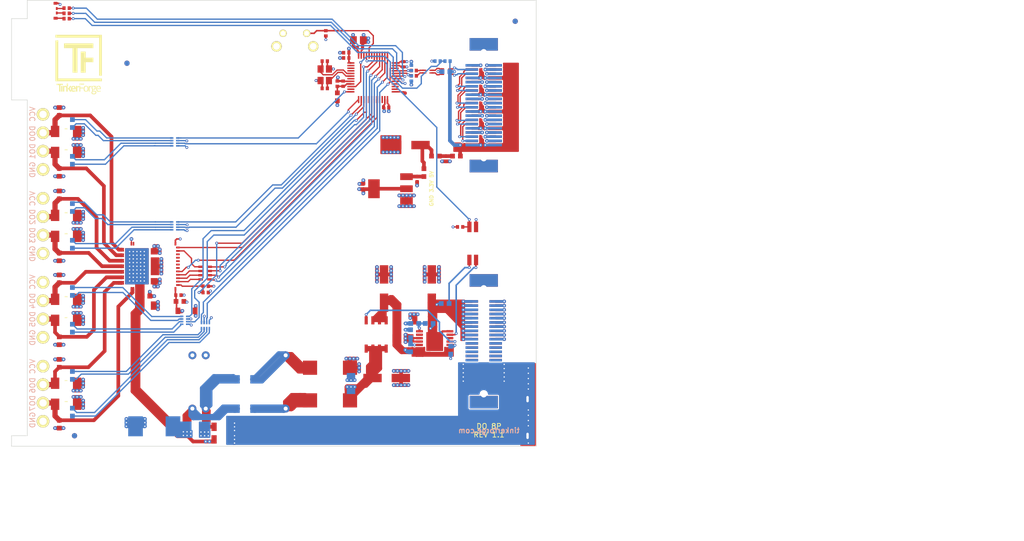
<source format=kicad_pcb>
(kicad_pcb (version 20171130) (host pcbnew 5.1.6-c6e7f7d~86~ubuntu18.04.1)
  (title_block (title "TNG DO 8P") (date 2020-09-04) (rev 1.1) (company "Tinkerforge GmbH") (comment 1 "Licensed under CERN OHL v.1.1") (comment 2 "Copyright (©) 2020, B.Nordmeyer <bastian@tinkerforge.com>"))
  (layers (0 F.Cu signal) (1 GND power hide) (2 VCC power hide) (31 B.Cu signal) (34 B.Paste user) (35 F.Paste user) (36 B.SilkS user) (37 F.SilkS user) (38 B.Mask user) (39 F.Mask user) (44 Edge.Cuts user))
  (net 0 "")
  (net 1 GND)
  (net 2 3V3)
  (net 3 "Net-(C102-Pad1)")
  (net 4 "Net-(C108-Pad2)")
  (net 5 "Net-(C109-Pad2)")
  (net 6 +5V)
  (net 7 "Net-(C112-Pad1)")
  (net 8 USB-DP)
  (net 9 USB-DM)
  (net 10 5VA)
  (net 11 "Net-(C117-Pad1)")
  (net 12 Earth)
  (net 13 AGND)
  (net 14 "Net-(C202-Pad2)")
  (net 15 "Net-(C203-Pad2)")
  (net 16 "Net-(C205-Pad2)")
  (net 17 "Net-(C206-Pad2)")
  (net 18 "Net-(C207-Pad2)")
  (net 19 "Net-(C209-Pad2)")
  (net 20 "Net-(D210-Pad1)")
  (net 21 "Net-(D210-Pad2)")
  (net 22 VCC)
  (net 23 "Net-(J103-Pad29)")
  (net 24 "Net-(J103-Pad27)")
  (net 25 "Net-(J103-Pad21)")
  (net 26 "Net-(J103-Pad19)")
  (net 27 "Net-(J103-Pad13)")
  (net 28 "Net-(J103-Pad11)")
  (net 29 "Net-(J103-Pad5)")
  (net 30 "Net-(J103-Pad3)")
  (net 31 "Net-(LED101-Pad4)")
  (net 32 "Net-(LED101-Pad2)")
  (net 33 "Net-(LED101-Pad3)")
  (net 34 LEDR)
  (net 35 LED3)
  (net 36 LED2)
  (net 37 LED5)
  (net 38 LED4)
  (net 39 LED6)
  (net 40 LED7)
  (net 41 LEDG)
  (net 42 LED1)
  (net 43 LED0)
  (net 44 LEDB)
  (net 45 "Net-(C119-Pad2)")
  (net 46 USB-DMA)
  (net 47 USB-DPA)
  (net 48 USB-DMB)
  (net 49 USB-DPB)
  (net 50 AIN0)
  (net 51 USB-DMC)
  (net 52 USB-DPC)
  (net 53 AGNDA)
  (net 54 VCCPWRA)
  (net 55 "Net-(P102-Pad1)")
  (net 56 "Net-(C121-Pad1)")
  (net 57 PWR_GOOD)
  (net 58 "Net-(R110-Pad2)")
  (net 59 "Net-(R111-Pad2)")
  (net 60 "Net-(R113-Pad2)")
  (net 61 "Net-(R114-Pad2)")
  (net 62 PWR_PG)
  (net 63 "Net-(Q101-PadG)")
  (net 64 "Net-(C120-Pad2)")
  (net 65 VO)
  (net 66 "Net-(R101-Pad2)")
  (net 67 "Net-(C204-Pad2)")
  (net 68 "Net-(C211-Pad2)")
  (net 69 OUT_EN)
  (net 70 "Net-(D211-Pad2)")
  (net 71 "Net-(D211-Pad1)")
  (net 72 "Net-(D212-Pad2)")
  (net 73 "Net-(D212-Pad1)")
  (net 74 "Net-(D213-Pad2)")
  (net 75 "Net-(D213-Pad1)")
  (net 76 "Net-(D214-Pad1)")
  (net 77 "Net-(D214-Pad2)")
  (net 78 "Net-(D215-Pad1)")
  (net 79 "Net-(D215-Pad2)")
  (net 80 "Net-(D216-Pad1)")
  (net 81 "Net-(D216-Pad2)")
  (net 82 "Net-(D217-Pad2)")
  (net 83 "Net-(D217-Pad1)")
  (net 84 ~SS)
  (net 85 ~CLK)
  (net 86 SDI)
  (net 87 SDO)
  (net 88 "Net-(RP201-Pad4)")
  (net 89 "Net-(RP201-Pad3)")
  (net 90 "Net-(RP201-Pad2)")
  (net 91 "Net-(RP201-Pad1)")
  (net 92 ~FAULT)
  (net 93 ~PGOOD)
  (net 94 "Net-(J101-Pad22)")
  (net 95 "Net-(J101-Pad24)")
  (net 96 "Net-(J101-Pad26)")
  (net 97 "Net-(J101-Pad28)")
  (net 98 "Net-(J101-Pad30)")
  (net 99 "Net-(J101-Pad21)")
  (net 100 "Net-(J101-Pad23)")
  (net 101 "Net-(J101-Pad25)")
  (net 102 "Net-(J101-Pad27)")
  (net 103 "Net-(J101-Pad29)")
  (net 104 "Net-(J102-Pad22)")
  (net 105 "Net-(J102-Pad24)")
  (net 106 "Net-(J102-Pad26)")
  (net 107 "Net-(J102-Pad28)")
  (net 108 "Net-(J102-Pad30)")
  (net 109 "Net-(J102-Pad21)")
  (net 110 "Net-(J102-Pad23)")
  (net 111 "Net-(J102-Pad25)")
  (net 112 "Net-(J102-Pad27)")
  (net 113 "Net-(J102-Pad29)")
  (net 114 "Net-(J103-Pad37)")
  (net 115 "Net-(J103-Pad35)")
  (net 116 "Net-(U101-Pad2)")
  (net 117 "Net-(U101-Pad3)")
  (net 118 "Net-(U101-Pad4)")
  (net 119 "Net-(U101-Pad7)")
  (net 120 "Net-(U101-Pad11)")
  (net 121 "Net-(U101-Pad17)")
  (net 122 "Net-(U101-Pad21)")
  (net 123 "Net-(U101-Pad22)")
  (net 124 "Net-(U101-Pad26)")
  (net 125 "Net-(U101-Pad27)")
  (net 126 "Net-(U101-Pad28)")
  (net 127 "Net-(U101-Pad43)")
  (net 128 "Net-(U101-Pad46)")
  (net 129 "Net-(U104-Pad8)")
  (net 130 "Net-(U104-Pad7)")
  (net 131 "Net-(U106-Pad2)")
  (net 132 "Net-(U106-Pad12)")
  (net 133 "Net-(U201-Pad30)")
  (net 134 "Net-(U201-Pad29)")
  (net 135 "Net-(U201-Pad28)")
  (net 136 "Net-(U201-Pad27)")
  (net 137 "Net-(U201-Pad26)")
  (net 138 "Net-(U201-Pad2)")
  (module kicad-libraries:SMB (layer F.Cu) (at 100.2 87.5 180)
    (fp_text reference D201 (at 0 0.5) (layer F.SilkS) (effects (font (size 0.15 0.15) (thickness 0.0375))))
    (fp_text value SMBJ24CA)
    (pad 2 smd rect (at 2.1 0 180) (size 1.6 2.15) (layers F.Cu F.Paste F.Mask) (net 68 "Net-(C211-Pad2)"))
    (pad 1 smd rect (at -2.1 0 180) (size 1.6 2.15) (layers F.Cu F.Paste F.Mask) (net 13 AGND))
  )
  (module kicad-libraries:SMB (layer F.Cu) (at 100.2 103.5 180)
    (fp_text reference D202 (at 0 0.5) (layer F.SilkS) (effects (font (size 0.15 0.15) (thickness 0.0375))))
    (fp_text value SMBJ24CA)
    (pad 2 smd rect (at 2.1 0 180) (size 1.6 2.15) (layers F.Cu F.Paste F.Mask) (net 18 "Net-(C207-Pad2)"))
    (pad 1 smd rect (at -2.1 0 180) (size 1.6 2.15) (layers F.Cu F.Paste F.Mask) (net 13 AGND))
  )
  (module kicad-libraries:SMB (layer F.Cu) (at 100.2 119.5 180)
    (fp_text reference D203 (at 0 0.5) (layer F.SilkS) (effects (font (size 0.15 0.15) (thickness 0.0375))))
    (fp_text value SMBJ24CA)
    (pad 2 smd rect (at 2.1 0 180) (size 1.6 2.15) (layers F.Cu F.Paste F.Mask) (net 16 "Net-(C205-Pad2)"))
    (pad 1 smd rect (at -2.1 0 180) (size 1.6 2.15) (layers F.Cu F.Paste F.Mask) (net 13 AGND))
  )
  (module kicad-libraries:SMB (layer F.Cu) (at 100.2 135.5 180)
    (fp_text reference D204 (at 0 0.5) (layer F.SilkS) (effects (font (size 0.15 0.15) (thickness 0.0375))))
    (fp_text value SMBJ24CA)
    (pad 2 smd rect (at 2.1 0 180) (size 1.6 2.15) (layers F.Cu F.Paste F.Mask) (net 15 "Net-(C203-Pad2)"))
    (pad 1 smd rect (at -2.1 0 180) (size 1.6 2.15) (layers F.Cu F.Paste F.Mask) (net 13 AGND))
  )
  (module kicad-libraries:SMB (layer F.Cu) (at 100.2 91.5 180)
    (fp_text reference D205 (at 0 0.5) (layer F.SilkS) (effects (font (size 0.15 0.15) (thickness 0.0375))))
    (fp_text value SMBJ24CA)
    (pad 2 smd rect (at 2.1 0 180) (size 1.6 2.15) (layers F.Cu F.Paste F.Mask) (net 19 "Net-(C209-Pad2)"))
    (pad 1 smd rect (at -2.1 0 180) (size 1.6 2.15) (layers F.Cu F.Paste F.Mask) (net 13 AGND))
  )
  (module kicad-libraries:SMB (layer F.Cu) (at 100.2 107.5 180)
    (fp_text reference D206 (at 0 0.5) (layer F.SilkS) (effects (font (size 0.15 0.15) (thickness 0.0375))))
    (fp_text value SMBJ24CA)
    (pad 2 smd rect (at 2.1 0 180) (size 1.6 2.15) (layers F.Cu F.Paste F.Mask) (net 17 "Net-(C206-Pad2)"))
    (pad 1 smd rect (at -2.1 0 180) (size 1.6 2.15) (layers F.Cu F.Paste F.Mask) (net 13 AGND))
  )
  (module kicad-libraries:SMB (layer F.Cu) (at 100.2 123.5 180)
    (fp_text reference D207 (at 0 0.5) (layer F.SilkS) (effects (font (size 0.15 0.15) (thickness 0.0375))))
    (fp_text value SMBJ24CA)
    (pad 2 smd rect (at 2.1 0 180) (size 1.6 2.15) (layers F.Cu F.Paste F.Mask) (net 67 "Net-(C204-Pad2)"))
    (pad 1 smd rect (at -2.1 0 180) (size 1.6 2.15) (layers F.Cu F.Paste F.Mask) (net 13 AGND))
  )
  (module kicad-libraries:SMB (layer F.Cu) (at 100.2 139.5 180)
    (fp_text reference D208 (at 0 0.5) (layer F.SilkS) (effects (font (size 0.15 0.15) (thickness 0.0375))))
    (fp_text value SMBJ24CA)
    (pad 2 smd rect (at 2.1 0 180) (size 1.6 2.15) (layers F.Cu F.Paste F.Mask) (net 14 "Net-(C202-Pad2)"))
    (pad 1 smd rect (at -2.1 0 180) (size 1.6 2.15) (layers F.Cu F.Paste F.Mask) (net 13 AGND))
  )
  (module kicad-libraries:TACT-6MM-HOR (layer F.Cu) (at 143.8 68.8)
    (fp_text reference SW101)
    (fp_text value BOOT)
    (pad 2 thru_hole circle (at 2.25 0) (size 1.4 1.4) (drill 0.9) (layers *.Cu *.Mask F.SilkS) (net 66 "Net-(R101-Pad2)"))
    (pad 1 thru_hole circle (at -2.25 0) (size 1.4 1.4) (drill 0.9) (layers *.Cu *.Mask F.SilkS) (net 2 3V3))
    (pad "" thru_hole circle (at 3.5 2.49) (size 2 2) (drill 1.3) (layers *.Cu *.Mask F.SilkS))
    (pad "" thru_hole circle (at -3.5 2.49) (size 2 2) (drill 1.3) (layers *.Cu *.Mask F.SilkS))
  )
  (module kicad-libraries:PE_Hook (layer F.Cu) (at 188.3 139.6)
    (fp_text reference P103)
    (fp_text value PE)
    (pad 1 thru_hole oval (at -0.15 -1.075) (size 1 2) (drill oval 0.45 1.2) (layers *.Cu *.Mask) (net 12 Earth))
    (pad 1 thru_hole oval (at -0.15 5.925) (size 1 2) (drill oval 0.45 1.2) (layers *.Cu *.Mask) (net 12 Earth))
    (pad 1 smd rect (at 0 0) (size 3 15.85) (layers F.Cu) (net 12 Earth))
  )
  (module kicad-libraries:WE-SL5 (layer F.Cu) (at 150.5 135.65 180)
    (fp_text reference T101)
    (fp_text value 744273222)
    (pad 2 smd rect (at -3.81 3.11 180) (size 2.7 2.7) (layers F.Cu F.Paste F.Mask) (net 53 AGNDA))
    (pad 3 smd rect (at 3.81 3.11 180) (size 2.7 2.7) (layers F.Cu F.Paste F.Mask) (net 64 "Net-(C120-Pad2)"))
    (pad 4 smd rect (at 3.81 -3.11 180) (size 2.7 2.7) (layers F.Cu F.Paste F.Mask) (net 45 "Net-(C119-Pad2)"))
    (pad 1 smd rect (at -3.81 -3.11 180) (size 2.7 2.7) (layers F.Cu F.Paste F.Mask) (net 56 "Net-(C121-Pad1)"))
  )
  (module kicad-libraries:4X0402 (layer B.Cu) (at 122.8 123.5 270)
    (fp_text reference RP204)
    (fp_text value 470)
    (pad 8 smd rect (at -0.7493 0.575 270) (size 0.29972 0.65) (layers B.Cu B.Paste B.Mask) (net 77 "Net-(D214-Pad2)"))
    (pad 7 smd rect (at -0.24892 0.575 270) (size 0.29972 0.65) (layers B.Cu B.Paste B.Mask) (net 76 "Net-(D214-Pad1)"))
    (pad 6 smd rect (at 0.24892 0.575 270) (size 0.29972 0.65) (layers B.Cu B.Paste B.Mask) (net 79 "Net-(D215-Pad2)"))
    (pad 5 smd rect (at 0.7493 0.575 270) (size 0.29972 0.65) (layers B.Cu B.Paste B.Mask) (net 78 "Net-(D215-Pad1)"))
    (pad 4 smd rect (at 0.7493 -0.575 90) (size 0.29972 0.65) (layers B.Cu B.Paste B.Mask) (net 2 3V3))
    (pad 3 smd rect (at 0.24892 -0.575 90) (size 0.29972 0.65) (layers B.Cu B.Paste B.Mask) (net 37 LED5))
    (pad 2 smd rect (at -0.24892 -0.575 90) (size 0.29972 0.65) (layers B.Cu B.Paste B.Mask) (net 2 3V3))
    (pad 1 smd rect (at -0.7493 -0.575 90) (size 0.29972 0.65) (layers B.Cu B.Paste B.Mask) (net 38 LED4))
  )
  (module kicad-libraries:TFQFPN32 (layer F.Cu) (at 116.2 113.2)
    (fp_text reference U201)
    (fp_text value ISO8200AQ)
    (pad 32 smd rect (at 5.31 -3.575) (size 0.7 0.35) (layers F.Cu F.Paste F.Mask) (net 92 ~FAULT))
    (pad 31 smd rect (at 5.31 -2.925) (size 0.7 0.35) (layers F.Cu F.Paste F.Mask) (net 88 "Net-(RP201-Pad4)"))
    (pad 30 smd rect (at 5.31 -2.275) (size 0.7 0.35) (layers F.Cu F.Paste F.Mask) (net 133 "Net-(U201-Pad30)"))
    (pad 29 smd rect (at 5.31 -1.625) (size 0.7 0.35) (layers F.Cu F.Paste F.Mask) (net 134 "Net-(U201-Pad29)"))
    (pad 28 smd rect (at 5.31 -0.975) (size 0.7 0.35) (layers F.Cu F.Paste F.Mask) (net 135 "Net-(U201-Pad28)"))
    (pad 27 smd rect (at 5.31 -0.325) (size 0.7 0.35) (layers F.Cu F.Paste F.Mask) (net 136 "Net-(U201-Pad27)"))
    (pad 26 smd rect (at 5.31 0.325) (size 0.7 0.35) (layers F.Cu F.Paste F.Mask) (net 137 "Net-(U201-Pad26)"))
    (pad 25 smd rect (at 5.31 0.975) (size 0.7 0.35) (layers F.Cu F.Paste F.Mask) (net 93 ~PGOOD))
    (pad 24 smd rect (at 5.31 1.625) (size 0.7 0.35) (layers F.Cu F.Paste F.Mask) (net 89 "Net-(RP201-Pad3)"))
    (pad 23 smd rect (at 5.31 2.275) (size 0.7 0.35) (layers F.Cu F.Paste F.Mask) (net 90 "Net-(RP201-Pad2)"))
    (pad 22 smd rect (at 5.31 2.925) (size 0.7 0.35) (layers F.Cu F.Paste F.Mask) (net 91 "Net-(RP201-Pad1)"))
    (pad 21 smd rect (at 5.31 3.575) (size 0.7 0.35) (layers F.Cu F.Paste F.Mask) (net 69 OUT_EN))
    (pad 20 smd rect (at 4.835 4.3) (size 0.35 0.7) (layers F.Cu F.Paste F.Mask) (net 2 3V3))
    (pad 17 smd rect (at -5.31 3.35) (size 0.7 0.3) (layers F.Cu F.Paste F.Mask) (net 15 "Net-(C203-Pad2)"))
    (pad 16 smd rect (at -5.31 2.95) (size 0.7 0.3) (layers F.Cu F.Paste F.Mask) (net 15 "Net-(C203-Pad2)"))
    (pad 15 smd rect (at -5.31 2.3) (size 0.7 0.3) (layers F.Cu F.Paste F.Mask) (net 67 "Net-(C204-Pad2)"))
    (pad 14 smd rect (at -5.31 1.9) (size 0.7 0.3) (layers F.Cu F.Paste F.Mask) (net 67 "Net-(C204-Pad2)"))
    (pad 13 smd rect (at -5.31 1.25) (size 0.7 0.3) (layers F.Cu F.Paste F.Mask) (net 16 "Net-(C205-Pad2)"))
    (pad 12 smd rect (at -5.31 0.85) (size 0.7 0.3) (layers F.Cu F.Paste F.Mask) (net 16 "Net-(C205-Pad2)"))
    (pad 11 smd rect (at -5.31 0.2) (size 0.7 0.3) (layers F.Cu F.Paste F.Mask) (net 17 "Net-(C206-Pad2)"))
    (pad 10 smd rect (at -5.31 -0.2) (size 0.7 0.3) (layers F.Cu F.Paste F.Mask) (net 17 "Net-(C206-Pad2)"))
    (pad 9 smd rect (at -5.31 -0.85) (size 0.7 0.3) (layers F.Cu F.Paste F.Mask) (net 18 "Net-(C207-Pad2)"))
    (pad 8 smd rect (at -5.31 -1.25) (size 0.7 0.3) (layers F.Cu F.Paste F.Mask) (net 18 "Net-(C207-Pad2)"))
    (pad 7 smd rect (at -5.31 -1.9) (size 0.7 0.3) (layers F.Cu F.Paste F.Mask) (net 19 "Net-(C209-Pad2)"))
    (pad 6 smd rect (at -5.31 -2.3) (size 0.7 0.3) (layers F.Cu F.Paste F.Mask) (net 19 "Net-(C209-Pad2)"))
    (pad 5 smd rect (at -5.31 -2.95) (size 0.7 0.3) (layers F.Cu F.Paste F.Mask) (net 68 "Net-(C211-Pad2)"))
    (pad 4 smd rect (at -5.31 -3.35) (size 0.7 0.3) (layers F.Cu F.Paste F.Mask) (net 68 "Net-(C211-Pad2)"))
    (pad 19 smd rect (at -3.16 4.3) (size 0.3 0.7) (layers F.Cu F.Paste F.Mask) (net 14 "Net-(C202-Pad2)"))
    (pad 18 smd rect (at -3.56 4.3) (size 0.3 0.7) (layers F.Cu F.Paste F.Mask) (net 14 "Net-(C202-Pad2)"))
    (pad 3 smd rect (at -3.56 -4.3) (size 0.3 0.7) (layers F.Cu F.Paste F.Mask) (net 13 AGND))
    (pad 2 smd rect (at -3.16 -4.3) (size 0.3 0.7) (layers F.Cu F.Paste F.Mask) (net 138 "Net-(U201-Pad2)"))
    (pad 1 smd rect (at 4.835 -4.3) (size 0.35 0.7) (layers F.Cu F.Paste F.Mask) (net 1 GND))
    (pad TGND smd rect (at 0.805 2.85) (size 1.33 1.2) (layers F.Cu F.Paste F.Mask) (net 13 AGND))
    (pad TGND smd rect (at 0.94 0) (size 1.6 3.4) (layers F.Cu F.Paste F.Mask) (net 13 AGND))
    (pad TGND smd rect (at 0.805 -2.85) (size 1.33 1.2) (layers F.Cu F.Paste F.Mask) (net 13 AGND))
    (pad TVCC smd rect (at -2.51 0) (size 4.5 6.9) (layers F.Cu F.Paste F.Mask) (net 22 VCC))
  )
  (module kicad-libraries:4X0603 (layer F.Cu) (at 126.7 114.5 90)
    (fp_text reference RP201)
    (fp_text value 180)
    (pad 8 smd rect (at -1.19888 0.8509 90) (size 0.44958 0.89916) (layers F.Cu F.Paste F.Mask) (net 84 ~SS))
    (pad 7 smd rect (at -0.39878 0.8509 90) (size 0.44958 0.89916) (layers F.Cu F.Paste F.Mask) (net 85 ~CLK))
    (pad 6 smd rect (at 0.39878 0.8509 90) (size 0.44958 0.89916) (layers F.Cu F.Paste F.Mask) (net 86 SDI))
    (pad 5 smd rect (at 1.19888 0.8509 90) (size 0.44958 0.89916) (layers F.Cu F.Paste F.Mask) (net 87 SDO))
    (pad 4 smd rect (at 1.19888 -0.8509 90) (size 0.44958 0.89916) (layers F.Cu F.Paste F.Mask) (net 88 "Net-(RP201-Pad4)"))
    (pad 3 smd rect (at 0.39878 -0.8509 90) (size 0.44958 0.89916) (layers F.Cu F.Paste F.Mask) (net 89 "Net-(RP201-Pad3)"))
    (pad 2 smd rect (at -0.39878 -0.8509 90) (size 0.44958 0.89916) (layers F.Cu F.Paste F.Mask) (net 90 "Net-(RP201-Pad2)"))
    (pad 1 smd rect (at -1.19888 -0.8509 90) (size 0.44958 0.89916) (layers F.Cu F.Paste F.Mask) (net 91 "Net-(RP201-Pad1)"))
  )
  (module kicad-libraries:R1206 (layer B.Cu) (at 125.1 143.6)
    (fp_text reference R116)
    (fp_text value VC1206K201R030)
    (pad 2 smd rect (at 1.50114 0) (size 1.00076 1.6002) (layers B.Cu B.Paste B.Mask) (net 13 AGND))
    (pad 1 smd rect (at -1.50114 0) (size 1.00076 1.6002) (layers B.Cu B.Paste B.Mask) (net 22 VCC))
  )
  (module kicad-libraries:SMC (layer B.Cu) (at 117 143.7 180)
    (fp_text reference D101)
    (fp_text value 3.0SMI30CATR)
    (pad 2 smd rect (at 3.5687 0 180) (size 2.794 3.81) (layers B.Cu B.Paste B.Mask) (net 13 AGND))
    (pad 1 smd rect (at -3.5687 0 180) (size 2.794 3.81) (layers B.Cu B.Paste B.Mask) (net 22 VCC))
  )
  (module kicad-libraries:C0603F (layer F.Cu) (at 121.9 119.9 180)
    (fp_text reference C213)
    (fp_text value 2.2uF)
    (pad 2 smd rect (at 0.75 0 180) (size 0.9 0.9) (layers F.Cu F.Paste F.Mask) (net 2 3V3))
    (pad 1 smd rect (at -0.75 0 180) (size 0.9 0.9) (layers F.Cu F.Paste F.Mask) (net 1 GND))
  )
  (module kicad-libraries:C0603F (layer F.Cu) (at 98.9 83.7 270)
    (fp_text reference C211)
    (fp_text value 22n/50V)
    (pad 2 smd rect (at 0.75 0 270) (size 0.9 0.9) (layers F.Cu F.Paste F.Mask) (net 68 "Net-(C211-Pad2)"))
    (pad 1 smd rect (at -0.75 0 270) (size 0.9 0.9) (layers F.Cu F.Paste F.Mask) (net 13 AGND))
  )
  (module kicad-libraries:C0603F (layer F.Cu) (at 115.4 118.9 180)
    (fp_text reference C210)
    (fp_text value 100nF/50V)
    (pad 2 smd rect (at 0.75 0 180) (size 0.9 0.9) (layers F.Cu F.Paste F.Mask) (net 22 VCC))
    (pad 1 smd rect (at -0.75 0 180) (size 0.9 0.9) (layers F.Cu F.Paste F.Mask) (net 13 AGND))
  )
  (module kicad-libraries:C0603F (layer F.Cu) (at 98.9 95.3 90)
    (fp_text reference C209)
    (fp_text value 22n/50V)
    (pad 2 smd rect (at 0.75 0 90) (size 0.9 0.9) (layers F.Cu F.Paste F.Mask) (net 19 "Net-(C209-Pad2)"))
    (pad 1 smd rect (at -0.75 0 90) (size 0.9 0.9) (layers F.Cu F.Paste F.Mask) (net 13 AGND))
  )
  (module kicad-libraries:C1206 (layer F.Cu) (at 115.35 120.7 180)
    (fp_text reference C208)
    (fp_text value 4.7uF/50V)
    (pad 2 smd rect (at 1.50114 0 180) (size 1.00076 1.6002) (layers F.Cu F.Paste F.Mask) (net 22 VCC))
    (pad 1 smd rect (at -1.50114 0 180) (size 1.00076 1.6002) (layers F.Cu F.Paste F.Mask) (net 13 AGND))
  )
  (module kicad-libraries:C0603F (layer F.Cu) (at 98.9 99.6 270)
    (fp_text reference C207)
    (fp_text value 22n/50V)
    (pad 2 smd rect (at 0.75 0 270) (size 0.9 0.9) (layers F.Cu F.Paste F.Mask) (net 18 "Net-(C207-Pad2)"))
    (pad 1 smd rect (at -0.75 0 270) (size 0.9 0.9) (layers F.Cu F.Paste F.Mask) (net 13 AGND))
  )
  (module kicad-libraries:C0603F (layer F.Cu) (at 98.9 111.4 90)
    (fp_text reference C206)
    (fp_text value 22n/50V)
    (pad 2 smd rect (at 0.75 0 90) (size 0.9 0.9) (layers F.Cu F.Paste F.Mask) (net 17 "Net-(C206-Pad2)"))
    (pad 1 smd rect (at -0.75 0 90) (size 0.9 0.9) (layers F.Cu F.Paste F.Mask) (net 13 AGND))
  )
  (module kicad-libraries:C0603F (layer F.Cu) (at 98.9 115.6 270)
    (fp_text reference C205)
    (fp_text value 22n/50V)
    (pad 2 smd rect (at 0.75 0 270) (size 0.9 0.9) (layers F.Cu F.Paste F.Mask) (net 16 "Net-(C205-Pad2)"))
    (pad 1 smd rect (at -0.75 0 270) (size 0.9 0.9) (layers F.Cu F.Paste F.Mask) (net 13 AGND))
  )
  (module kicad-libraries:C0603F (layer F.Cu) (at 98.9 127.4 90)
    (fp_text reference C204)
    (fp_text value 22n/50V)
    (pad 2 smd rect (at 0.75 0 90) (size 0.9 0.9) (layers F.Cu F.Paste F.Mask) (net 67 "Net-(C204-Pad2)"))
    (pad 1 smd rect (at -0.75 0 90) (size 0.9 0.9) (layers F.Cu F.Paste F.Mask) (net 13 AGND))
  )
  (module kicad-libraries:C0603F (layer F.Cu) (at 98.9 131.7 270)
    (fp_text reference C203)
    (fp_text value 22n/50V)
    (pad 2 smd rect (at 0.75 0 270) (size 0.9 0.9) (layers F.Cu F.Paste F.Mask) (net 15 "Net-(C203-Pad2)"))
    (pad 1 smd rect (at -0.75 0 270) (size 0.9 0.9) (layers F.Cu F.Paste F.Mask) (net 13 AGND))
  )
  (module kicad-libraries:C0603F (layer F.Cu) (at 98.9 143.3 90)
    (fp_text reference C202)
    (fp_text value 22n/50V)
    (pad 2 smd rect (at 0.75 0 90) (size 0.9 0.9) (layers F.Cu F.Paste F.Mask) (net 14 "Net-(C202-Pad2)"))
    (pad 1 smd rect (at -0.75 0 90) (size 0.9 0.9) (layers F.Cu F.Paste F.Mask) (net 13 AGND))
  )
  (module kicad-libraries:Fiducial_Mark (layer B.Cu) (at 101.8 145.5)
    (fp_text reference Fiducial_Mark hide)
    (fp_text value VAL** hide)
    (pad 1 smd circle (at 0 0) (size 1.00076 1.00076) (layers B.Cu B.Paste B.Mask) (clearance 0.65024))
  )
  (module kicad-libraries:Fiducial_Mark (layer B.Cu) (at 185.8 66.5)
    (fp_text reference Fiducial_Mark hide)
    (fp_text value VAL** hide)
    (pad 1 smd circle (at 0 0) (size 1.00076 1.00076) (layers B.Cu B.Paste B.Mask) (clearance 0.65024))
  )
  (module kicad-libraries:Fiducial_Mark (layer B.Cu) (at 111.8 74.5)
    (fp_text reference Fiducial_Mark hide)
    (fp_text value VAL** hide)
    (pad 1 smd circle (at 0 0) (size 1.00076 1.00076) (layers B.Cu B.Paste B.Mask) (clearance 0.65024))
  )
  (module kicad-libraries:Fiducial_Mark (layer F.Cu) (at 175.8 142.5)
    (fp_text reference Fiducial_Mark hide)
    (fp_text value VAL** hide)
    (pad 1 smd circle (at 0 0) (size 1.00076 1.00076) (layers F.Cu F.Paste F.Mask) (clearance 0.65024))
  )
  (module kicad-libraries:Fiducial_Mark (layer F.Cu) (at 111.8 74.5)
    (fp_text reference Fiducial_Mark hide)
    (fp_text value VAL** hide)
    (pad 1 smd circle (at 0 0) (size 1.00076 1.00076) (layers F.Cu F.Paste F.Mask) (clearance 0.65024))
  )
  (module kicad-libraries:Fiducial_Mark (layer F.Cu) (at 101.8 145.5)
    (fp_text reference Fiducial_Mark hide)
    (fp_text value VAL** hide)
    (pad 1 smd circle (at 0 0) (size 1.00076 1.00076) (layers F.Cu F.Paste F.Mask) (clearance 0.65024))
  )
  (module kicad-libraries:Fiducial_Mark (layer F.Cu) (at 185.8 66.5)
    (fp_text reference Fiducial_Mark hide)
    (fp_text value VAL** hide)
    (pad 1 smd circle (at 0 0) (size 1.00076 1.00076) (layers F.Cu F.Paste F.Mask) (clearance 0.65024))
  )
  (module kicad-libraries:TEL10 (layer F.Cu) (at 133.15 135.25 180)
    (fp_text reference U104)
    (fp_text value DNP)
    (pad 16 thru_hole circle (at -8.9 -5.08 180) (size 1.524 1.524) (drill 0.762) (layers *.Cu *.Mask) (net 45 "Net-(C119-Pad2)"))
    (pad 10 thru_hole circle (at 6.34 -5.08 180) (size 1.524 1.524) (drill 0.762) (layers *.Cu *.Mask) (net 13 AGND))
    (pad 9 thru_hole circle (at 8.88 -5.08 180) (size 1.524 1.524) (drill 0.762) (layers *.Cu *.Mask) (net 22 VCC))
    (pad 8 thru_hole circle (at 8.88 5.08 180) (size 1.524 1.524) (drill 0.762) (layers *.Cu *.Mask) (net 129 "Net-(U104-Pad8)"))
    (pad 7 thru_hole circle (at 6.34 5.08 180) (size 1.524 1.524) (drill 0.762) (layers *.Cu *.Mask) (net 130 "Net-(U104-Pad7)"))
    (pad 1 thru_hole circle (at -8.9 5.08 180) (size 1.524 1.524) (drill 0.762) (layers *.Cu *.Mask) (net 64 "Net-(C120-Pad2)"))
  )
  (module kicad-libraries:SOT-223 (layer F.Cu) (at 161.975 98.425 90)
    (fp_text reference U102)
    (fp_text value AZ1117EH)
    (pad 2 smd rect (at 0 -3.0988 90) (size 3.59918 2.19964) (layers F.Cu F.Paste F.Mask) (net 2 3V3))
    (pad 3 smd rect (at 2.30124 3.0988 90) (size 1.30048 2.4003) (layers F.Cu F.Paste F.Mask) (net 11 "Net-(C117-Pad1)"))
    (pad 2 smd rect (at 0 3.0988 90) (size 1.30048 2.4003) (layers F.Cu F.Paste F.Mask) (net 2 3V3))
    (pad 1 smd rect (at -2.30124 3.0988 90) (size 1.30048 2.4003) (layers F.Cu F.Paste F.Mask) (net 1 GND))
  )
  (module kicad-libraries:SOP4 (layer F.Cu) (at 177.7 108.85 180)
    (fp_text reference U105)
    (fp_text value TLP293)
    (pad 1 smd rect (at 0.635 -3.15 180) (size 0.8 2) (layers F.Cu F.Paste F.Mask) (net 58 "Net-(R110-Pad2)"))
    (pad 2 smd rect (at -0.635 -3.15 180) (size 0.8 2) (layers F.Cu F.Paste F.Mask) (net 62 PWR_PG))
    (pad 3 smd rect (at -0.635 3.15 180) (size 0.8 2) (layers F.Cu F.Paste F.Mask) (net 1 GND))
    (pad 4 smd rect (at 0.635 3.15 180) (size 0.8 2) (layers F.Cu F.Paste F.Mask) (net 57 PWR_GOOD))
  )
  (module kicad-libraries:SOIC-8-MOSFET (layer F.Cu) (at 159.3 126.2 180)
    (fp_text reference Q101)
    (fp_text value FDS8449)
    (pad D smd rect (at -1.90246 -2.69748 180) (size 0.59944 1.5494) (layers F.Cu F.Paste F.Mask) (net 56 "Net-(C121-Pad1)"))
    (pad D smd rect (at -0.63246 -2.69748 180) (size 0.59944 1.5494) (layers F.Cu F.Paste F.Mask) (net 56 "Net-(C121-Pad1)"))
    (pad D smd rect (at 0.63246 -2.69748 180) (size 0.59944 1.5494) (layers F.Cu F.Paste F.Mask) (net 56 "Net-(C121-Pad1)"))
    (pad D smd rect (at 1.90246 -2.69748 180) (size 0.59944 1.5494) (layers F.Cu F.Paste F.Mask) (net 56 "Net-(C121-Pad1)"))
    (pad G smd rect (at 1.90246 2.69748) (size 0.59944 1.5494) (layers F.Cu F.Paste F.Mask) (net 63 "Net-(Q101-PadG)"))
    (pad S smd rect (at 0.63246 2.69748) (size 0.59944 1.5494) (layers F.Cu F.Paste F.Mask) (net 65 VO))
    (pad S smd rect (at -0.63246 2.69748) (size 0.59944 1.5494) (layers F.Cu F.Paste F.Mask) (net 65 VO))
    (pad S smd rect (at -1.90246 2.69748) (size 0.59944 1.5494) (layers F.Cu F.Paste F.Mask) (net 65 VO))
  )
  (module kicad-libraries:R0603F (layer B.Cu) (at 166.65 124.1 180)
    (fp_text reference R115)
    (fp_text value 10k)
    (pad 2 smd rect (at 0.75 0 180) (size 0.9 0.9) (layers B.Cu B.Paste B.Mask) (net 53 AGNDA))
    (pad 1 smd rect (at -0.75 0 180) (size 0.9 0.9) (layers B.Cu B.Paste B.Mask) (net 61 "Net-(R114-Pad2)"))
  )
  (module kicad-libraries:R0603F (layer B.Cu) (at 169.4 124.1 180)
    (fp_text reference R114)
    (fp_text value 68k)
    (pad 2 smd rect (at 0.75 0 180) (size 0.9 0.9) (layers B.Cu B.Paste B.Mask) (net 61 "Net-(R114-Pad2)"))
    (pad 1 smd rect (at -0.75 0 180) (size 0.9 0.9) (layers B.Cu B.Paste B.Mask) (net 54 VCCPWRA))
  )
  (module kicad-libraries:R0603F (layer B.Cu) (at 173.5 129.2 90)
    (fp_text reference R113)
    (fp_text value 22)
    (pad 2 smd rect (at 0.75 0 90) (size 0.9 0.9) (layers B.Cu B.Paste B.Mask) (net 60 "Net-(R113-Pad2)"))
    (pad 1 smd rect (at -0.75 0 90) (size 0.9 0.9) (layers B.Cu B.Paste B.Mask) (net 65 VO))
  )
  (module kicad-libraries:R0603F (layer B.Cu) (at 165.85 126.05 90)
    (fp_text reference R112)
    (fp_text value DNP)
    (pad 2 smd rect (at 0.75 0 90) (size 0.9 0.9) (layers B.Cu B.Paste B.Mask) (net 53 AGNDA))
    (pad 1 smd rect (at -0.75 0 90) (size 0.9 0.9) (layers B.Cu B.Paste B.Mask) (net 59 "Net-(R111-Pad2)"))
  )
  (module kicad-libraries:R0603F (layer B.Cu) (at 165.85 128.75 90)
    (fp_text reference R111)
    (fp_text value DNP)
    (pad 2 smd rect (at 0.75 0 90) (size 0.9 0.9) (layers B.Cu B.Paste B.Mask) (net 59 "Net-(R111-Pad2)"))
    (pad 1 smd rect (at -0.75 0 90) (size 0.9 0.9) (layers B.Cu B.Paste B.Mask) (net 65 VO))
  )
  (module kicad-libraries:R0603F (layer B.Cu) (at 172.45 120.3)
    (fp_text reference R110)
    (fp_text value 10k)
    (pad 2 smd rect (at 0.75 0) (size 0.9 0.9) (layers B.Cu B.Paste B.Mask) (net 58 "Net-(R110-Pad2)"))
    (pad 1 smd rect (at -0.75 0) (size 0.9 0.9) (layers B.Cu B.Paste B.Mask) (net 54 VCCPWRA))
  )
  (module kicad-libraries:LQFP48 (layer F.Cu) (at 158.7 77.2 270)
    (fp_text reference U101)
    (fp_text value STM32F070CBT6)
    (pad 48 smd rect (at -4.22402 2.74828) (size 0.28956 1.34874) (layers F.Cu F.Paste F.Mask) (net 2 3V3))
    (pad 47 smd rect (at -4.22402 2.2479) (size 0.28956 1.34874) (layers F.Cu F.Paste F.Mask) (net 1 GND))
    (pad 46 smd rect (at -4.22402 1.74752) (size 0.28956 1.34874) (layers F.Cu F.Paste F.Mask) (net 128 "Net-(U101-Pad46)"))
    (pad 45 smd rect (at -4.22402 1.24968) (size 0.28956 1.34874) (layers F.Cu F.Paste F.Mask) (net 57 PWR_GOOD))
    (pad 44 smd rect (at -4.22402 0.7493) (size 0.28956 1.34874) (layers F.Cu F.Paste F.Mask) (net 66 "Net-(R101-Pad2)"))
    (pad 43 smd rect (at -4.22402 0.24892) (size 0.28956 1.34874) (layers F.Cu F.Paste F.Mask) (net 127 "Net-(U101-Pad43)"))
    (pad 42 smd rect (at -4.22402 -0.24892) (size 0.28956 1.34874) (layers F.Cu F.Paste F.Mask) (net 37 LED5))
    (pad 41 smd rect (at -4.22402 -0.7493) (size 0.28956 1.34874) (layers F.Cu F.Paste F.Mask) (net 86 SDI))
    (pad 40 smd rect (at -4.22402 -1.24968) (size 0.28956 1.34874) (layers F.Cu F.Paste F.Mask) (net 87 SDO))
    (pad 39 smd rect (at -4.22402 -1.74752) (size 0.28956 1.34874) (layers F.Cu F.Paste F.Mask) (net 85 ~CLK))
    (pad 38 smd rect (at -4.22402 -2.2479) (size 0.28956 1.34874) (layers F.Cu F.Paste F.Mask) (net 84 ~SS))
    (pad 37 smd rect (at -4.22402 -2.74828) (size 0.28956 1.34874) (layers F.Cu F.Paste F.Mask) (net 39 LED6))
    (pad 36 smd rect (at -2.74828 -4.22402 270) (size 0.28956 1.34874) (layers F.Cu F.Paste F.Mask) (net 2 3V3))
    (pad 35 smd rect (at -2.2479 -4.22402 270) (size 0.28956 1.34874) (layers F.Cu F.Paste F.Mask) (net 1 GND))
    (pad 34 smd rect (at -1.74752 -4.22402 270) (size 0.28956 1.34874) (layers F.Cu F.Paste F.Mask) (net 40 LED7))
    (pad 33 smd rect (at -1.24968 -4.22402 270) (size 0.28956 1.34874) (layers F.Cu F.Paste F.Mask) (net 8 USB-DP))
    (pad 32 smd rect (at -0.7493 -4.22402 270) (size 0.28956 1.34874) (layers F.Cu F.Paste F.Mask) (net 9 USB-DM))
    (pad 31 smd rect (at -0.24892 -4.22402 270) (size 0.28956 1.34874) (layers F.Cu F.Paste F.Mask) (net 44 LEDB))
    (pad 30 smd rect (at 0.24892 -4.22402 270) (size 0.28956 1.34874) (layers F.Cu F.Paste F.Mask) (net 41 LEDG))
    (pad 29 smd rect (at 0.7493 -4.22402 270) (size 0.28956 1.34874) (layers F.Cu F.Paste F.Mask) (net 34 LEDR))
    (pad 28 smd rect (at 1.24968 -4.22402 270) (size 0.28956 1.34874) (layers F.Cu F.Paste F.Mask) (net 126 "Net-(U101-Pad28)"))
    (pad 27 smd rect (at 1.74752 -4.22402 270) (size 0.28956 1.34874) (layers F.Cu F.Paste F.Mask) (net 125 "Net-(U101-Pad27)"))
    (pad 26 smd rect (at 2.2479 -4.22402 270) (size 0.28956 1.34874) (layers F.Cu F.Paste F.Mask) (net 124 "Net-(U101-Pad26)"))
    (pad 25 smd rect (at 2.74828 -4.22402 270) (size 0.28956 1.34874) (layers F.Cu F.Paste F.Mask) (net 55 "Net-(P102-Pad1)"))
    (pad 24 smd rect (at 4.22402 -2.74828 180) (size 0.28956 1.34874) (layers F.Cu F.Paste F.Mask) (net 2 3V3))
    (pad 23 smd rect (at 4.22402 -2.2479 180) (size 0.28956 1.34874) (layers F.Cu F.Paste F.Mask) (net 1 GND))
    (pad 22 smd rect (at 4.22402 -1.74752 180) (size 0.28956 1.34874) (layers F.Cu F.Paste F.Mask) (net 123 "Net-(U101-Pad22)"))
    (pad 21 smd rect (at 4.22402 -1.24968 180) (size 0.28956 1.34874) (layers F.Cu F.Paste F.Mask) (net 122 "Net-(U101-Pad21)"))
    (pad 20 smd rect (at 4.22402 -0.7493 180) (size 0.28956 1.34874) (layers F.Cu F.Paste F.Mask) (net 93 ~PGOOD))
    (pad 19 smd rect (at 4.22402 -0.24892 180) (size 0.28956 1.34874) (layers F.Cu F.Paste F.Mask) (net 92 ~FAULT))
    (pad 18 smd rect (at 4.22402 0.24892 180) (size 0.28956 1.34874) (layers F.Cu F.Paste F.Mask) (net 69 OUT_EN))
    (pad 17 smd rect (at 4.22402 0.7493 180) (size 0.28956 1.34874) (layers F.Cu F.Paste F.Mask) (net 121 "Net-(U101-Pad17)"))
    (pad 16 smd rect (at 4.22402 1.24968 180) (size 0.28956 1.34874) (layers F.Cu F.Paste F.Mask) (net 38 LED4))
    (pad 15 smd rect (at 4.22402 1.74752 180) (size 0.28956 1.34874) (layers F.Cu F.Paste F.Mask) (net 35 LED3))
    (pad 14 smd rect (at 4.22402 2.2479 180) (size 0.28956 1.34874) (layers F.Cu F.Paste F.Mask) (net 36 LED2))
    (pad 13 smd rect (at 4.22402 2.74828 180) (size 0.28956 1.34874) (layers F.Cu F.Paste F.Mask) (net 42 LED1))
    (pad 12 smd rect (at 2.74828 4.22402 90) (size 0.28956 1.34874) (layers F.Cu F.Paste F.Mask) (net 43 LED0))
    (pad 11 smd rect (at 2.2479 4.22402 90) (size 0.28956 1.34874) (layers F.Cu F.Paste F.Mask) (net 120 "Net-(U101-Pad11)"))
    (pad 10 smd rect (at 1.74752 4.22402 90) (size 0.28956 1.34874) (layers F.Cu F.Paste F.Mask) (net 50 AIN0))
    (pad 9 smd rect (at 1.24968 4.22402 90) (size 0.28956 1.34874) (layers F.Cu F.Paste F.Mask) (net 3 "Net-(C102-Pad1)"))
    (pad 8 smd rect (at 0.7493 4.22402 90) (size 0.28956 1.34874) (layers F.Cu F.Paste F.Mask) (net 1 GND))
    (pad 7 smd rect (at 0.24892 4.22402 90) (size 0.28956 1.34874) (layers F.Cu F.Paste F.Mask) (net 119 "Net-(U101-Pad7)"))
    (pad 6 smd rect (at -0.24892 4.22402 90) (size 0.28956 1.34874) (layers F.Cu F.Paste F.Mask) (net 5 "Net-(C109-Pad2)"))
    (pad 5 smd rect (at -0.7493 4.22402 90) (size 0.28956 1.34874) (layers F.Cu F.Paste F.Mask) (net 4 "Net-(C108-Pad2)"))
    (pad 4 smd rect (at -1.24968 4.22402 90) (size 0.28956 1.34874) (layers F.Cu F.Paste F.Mask) (net 118 "Net-(U101-Pad4)"))
    (pad 3 smd rect (at -1.74752 4.22402 90) (size 0.28956 1.34874) (layers F.Cu F.Paste F.Mask) (net 117 "Net-(U101-Pad3)"))
    (pad 2 smd rect (at -2.2479 4.22402 90) (size 0.28956 1.34874) (layers F.Cu F.Paste F.Mask) (net 116 "Net-(U101-Pad2)"))
    (pad 1 smd rect (at -2.74828 4.22402 90) (size 0.28956 1.34874) (layers F.Cu F.Paste F.Mask) (net 2 3V3))
  )
  (module kicad-libraries:CRYSTAL_3225 (layer F.Cu) (at 149.5 76.7 90)
    (fp_text reference X101)
    (fp_text value 8MHz)
    (pad 3 smd rect (at 1.09982 0.8001 90) (size 1.39954 1.15062) (layers F.Cu F.Paste F.Mask) (net 1 GND))
    (pad 1 smd rect (at -1.09982 0.8001 90) (size 1.39954 1.15062) (layers F.Cu F.Paste F.Mask) (net 5 "Net-(C109-Pad2)"))
    (pad 2 smd rect (at 1.09982 -0.8001 90) (size 1.39954 1.15062) (layers F.Cu F.Paste F.Mask) (net 4 "Net-(C108-Pad2)"))
    (pad 3 smd rect (at -1.09982 -0.8001 90) (size 1.39954 1.15062) (layers F.Cu F.Paste F.Mask) (net 1 GND))
  )
  (module kicad-libraries:4X0402 (layer B.Cu) (at 120.9 89.5 270)
    (fp_text reference RP202)
    (fp_text value 470)
    (pad 8 smd rect (at -0.7493 0.575 270) (size 0.29972 0.65) (layers B.Cu B.Paste B.Mask) (net 21 "Net-(D210-Pad2)"))
    (pad 7 smd rect (at -0.24892 0.575 270) (size 0.29972 0.65) (layers B.Cu B.Paste B.Mask) (net 20 "Net-(D210-Pad1)"))
    (pad 6 smd rect (at 0.24892 0.575 270) (size 0.29972 0.65) (layers B.Cu B.Paste B.Mask) (net 70 "Net-(D211-Pad2)"))
    (pad 5 smd rect (at 0.7493 0.575 270) (size 0.29972 0.65) (layers B.Cu B.Paste B.Mask) (net 71 "Net-(D211-Pad1)"))
    (pad 4 smd rect (at 0.7493 -0.575 90) (size 0.29972 0.65) (layers B.Cu B.Paste B.Mask) (net 2 3V3))
    (pad 3 smd rect (at 0.24892 -0.575 90) (size 0.29972 0.65) (layers B.Cu B.Paste B.Mask) (net 42 LED1))
    (pad 2 smd rect (at -0.24892 -0.575 90) (size 0.29972 0.65) (layers B.Cu B.Paste B.Mask) (net 2 3V3))
    (pad 1 smd rect (at -0.7493 -0.575 90) (size 0.29972 0.65) (layers B.Cu B.Paste B.Mask) (net 43 LED0))
  )
  (module kicad-libraries:4X0402 (layer B.Cu) (at 120.9 105.5 270)
    (fp_text reference RP203)
    (fp_text value 470)
    (pad 8 smd rect (at -0.7493 0.575 270) (size 0.29972 0.65) (layers B.Cu B.Paste B.Mask) (net 72 "Net-(D212-Pad2)"))
    (pad 7 smd rect (at -0.24892 0.575 270) (size 0.29972 0.65) (layers B.Cu B.Paste B.Mask) (net 73 "Net-(D212-Pad1)"))
    (pad 6 smd rect (at 0.24892 0.575 270) (size 0.29972 0.65) (layers B.Cu B.Paste B.Mask) (net 74 "Net-(D213-Pad2)"))
    (pad 5 smd rect (at 0.7493 0.575 270) (size 0.29972 0.65) (layers B.Cu B.Paste B.Mask) (net 75 "Net-(D213-Pad1)"))
    (pad 4 smd rect (at 0.7493 -0.575 90) (size 0.29972 0.65) (layers B.Cu B.Paste B.Mask) (net 2 3V3))
    (pad 3 smd rect (at 0.24892 -0.575 90) (size 0.29972 0.65) (layers B.Cu B.Paste B.Mask) (net 35 LED3))
    (pad 2 smd rect (at -0.24892 -0.575 90) (size 0.29972 0.65) (layers B.Cu B.Paste B.Mask) (net 2 3V3))
    (pad 1 smd rect (at -0.7493 -0.575 90) (size 0.29972 0.65) (layers B.Cu B.Paste B.Mask) (net 36 LED2))
  )
  (module kicad-libraries:4X0402 (layer B.Cu) (at 126.75 124.5)
    (fp_text reference RP205)
    (fp_text value 470)
    (pad 8 smd rect (at -0.7493 0.575) (size 0.29972 0.65) (layers B.Cu B.Paste B.Mask) (net 81 "Net-(D216-Pad2)"))
    (pad 7 smd rect (at -0.24892 0.575) (size 0.29972 0.65) (layers B.Cu B.Paste B.Mask) (net 80 "Net-(D216-Pad1)"))
    (pad 6 smd rect (at 0.24892 0.575) (size 0.29972 0.65) (layers B.Cu B.Paste B.Mask) (net 82 "Net-(D217-Pad2)"))
    (pad 5 smd rect (at 0.7493 0.575) (size 0.29972 0.65) (layers B.Cu B.Paste B.Mask) (net 83 "Net-(D217-Pad1)"))
    (pad 4 smd rect (at 0.7493 -0.575 180) (size 0.29972 0.65) (layers B.Cu B.Paste B.Mask) (net 2 3V3))
    (pad 3 smd rect (at 0.24892 -0.575 180) (size 0.29972 0.65) (layers B.Cu B.Paste B.Mask) (net 40 LED7))
    (pad 2 smd rect (at -0.24892 -0.575 180) (size 0.29972 0.65) (layers B.Cu B.Paste B.Mask) (net 2 3V3))
    (pad 1 smd rect (at -0.7493 -0.575 180) (size 0.29972 0.65) (layers B.Cu B.Paste B.Mask) (net 39 LED6))
  )
  (module kicad-libraries:Logo_TF_10x12 (layer F.Cu) (at 102.6 74.6)
    (fp_text reference G*** hide)
    (fp_text value LOGO hide)
  )
  (module kicad-libraries:DEBUG_PAD (layer F.Cu) (at 164.8 80.2)
    (fp_text reference P102)
    (fp_text value Debug)
    (pad 1 smd circle (at 0 0) (size 0.7 0.7) (layers F.Cu F.Paste F.Mask) (net 55 "Net-(P102-Pad1)"))
  )
  (module kicad-libraries:HTSSOP14 (layer F.Cu) (at 170.45 127.55 180)
    (fp_text reference U106)
    (fp_text value STEF01)
    (pad EXP smd rect (at 0 0 180) (size 3.2 3.6) (layers F.Cu F.Paste F.Mask) (net 54 VCCPWRA))
    (pad 14 smd rect (at -2.9 1.95 180) (size 1.3 0.45) (layers F.Cu F.Paste F.Mask) (net 54 VCCPWRA))
    (pad 13 smd rect (at -2.9 1.3 180) (size 1.3 0.45) (layers F.Cu F.Paste F.Mask) (net 62 PWR_PG))
    (pad 12 smd rect (at -2.9 0.65 180) (size 1.3 0.45) (layers F.Cu F.Paste F.Mask) (net 132 "Net-(U106-Pad12)"))
    (pad 11 smd rect (at -2.9 0 180) (size 1.3 0.45) (layers F.Cu F.Paste F.Mask) (net 63 "Net-(Q101-PadG)"))
    (pad 10 smd rect (at -2.9 -0.65 180) (size 1.3 0.45) (layers F.Cu F.Paste F.Mask) (net 60 "Net-(R113-Pad2)"))
    (pad 9 smd rect (at -2.9 -1.3 180) (size 1.3 0.45) (layers F.Cu F.Paste F.Mask) (net 65 VO))
    (pad 8 smd rect (at -2.9 -1.95 180) (size 1.3 0.45) (layers F.Cu F.Paste F.Mask) (net 65 VO))
    (pad 7 smd rect (at 2.9 -1.95 180) (size 1.3 0.45) (layers F.Cu F.Paste F.Mask) (net 65 VO))
    (pad 6 smd rect (at 2.9 -1.3 180) (size 1.3 0.45) (layers F.Cu F.Paste F.Mask) (net 65 VO))
    (pad 5 smd rect (at 2.9 -0.65 180) (size 1.3 0.45) (layers F.Cu F.Paste F.Mask) (net 59 "Net-(R111-Pad2)"))
    (pad 4 smd rect (at 2.9 0 180) (size 1.3 0.45) (layers F.Cu F.Paste F.Mask) (net 53 AGNDA))
    (pad 3 smd rect (at 2.9 0.65 180) (size 1.3 0.45) (layers F.Cu F.Paste F.Mask) (net 53 AGNDA))
    (pad 2 smd rect (at 2.9 1.3 180) (size 1.3 0.45) (layers F.Cu F.Paste F.Mask) (net 131 "Net-(U106-Pad2)"))
    (pad 1 smd rect (at 2.9 1.95 180) (size 1.3 0.45) (layers F.Cu F.Paste F.Mask) (net 61 "Net-(R114-Pad2)"))
  )
  (module kicad-libraries:ELKO_63 (layer F.Cu) (at 165.05 90.1)
    (fp_text reference C111)
    (fp_text value 100uF)
    (pad 1 smd rect (at 2.7 0) (size 3.5 1.6) (layers F.Cu F.Paste F.Mask) (net 6 +5V))
    (pad 2 smd rect (at -2.7 0) (size 3.5 1.6) (layers F.Cu F.Paste F.Mask) (net 1 GND))
  )
  (module kicad-libraries:ELKO_63 (layer F.Cu) (at 169.9 117.45 270)
    (fp_text reference C122)
    (fp_text value 100uF/35V)
    (pad 1 smd rect (at 2.7 0 270) (size 3.5 1.6) (layers F.Cu F.Paste F.Mask) (net 54 VCCPWRA))
    (pad 2 smd rect (at -2.7 0 270) (size 3.5 1.6) (layers F.Cu F.Paste F.Mask) (net 53 AGNDA))
  )
  (module kicad-libraries:ELKO_63 (layer F.Cu) (at 161.3 134.5 180)
    (fp_text reference C123)
    (fp_text value 100uF/35V)
    (pad 1 smd rect (at 2.7 0 180) (size 3.5 1.6) (layers F.Cu F.Paste F.Mask) (net 56 "Net-(C121-Pad1)"))
    (pad 2 smd rect (at -2.7 0 180) (size 3.5 1.6) (layers F.Cu F.Paste F.Mask) (net 53 AGNDA))
  )
  (module kicad-libraries:ELKO_63 (layer F.Cu) (at 160.8 117.45 270)
    (fp_text reference C124)
    (fp_text value 100uF/35V)
    (pad 1 smd rect (at 2.7 0 270) (size 3.5 1.6) (layers F.Cu F.Paste F.Mask) (net 65 VO))
    (pad 2 smd rect (at -2.7 0 270) (size 3.5 1.6) (layers F.Cu F.Paste F.Mask) (net 53 AGNDA))
  )
  (module kicad-libraries:SOD-123FL (layer F.Cu) (at 123.15 121.7)
    (fp_text reference D209)
    (fp_text value SMF3.3)
    (pad 1 smd rect (at 1.6383 0) (size 0.9144 1.2192) (layers F.Cu F.Paste F.Mask) (net 1 GND))
    (pad 2 smd rect (at -1.6383 0) (size 0.9144 1.2192) (layers F.Cu F.Paste F.Mask) (net 2 3V3))
  )
  (module kicad-libraries:R0402F (layer F.Cu) (at 175.3 105.7 180)
    (fp_text reference R109)
    (fp_text value 10k)
    (pad 1 smd rect (at -0.5 0 180) (size 0.6 0.7) (layers F.Cu F.Paste F.Mask) (net 57 PWR_GOOD))
    (pad 2 smd rect (at 0.5 0 180) (size 0.6 0.7) (layers F.Cu F.Paste F.Mask) (net 2 3V3))
  )
  (module kicad-libraries:R0402F (layer F.Cu) (at 126.8 117)
    (fp_text reference R201)
    (fp_text value 47k)
    (pad 1 smd rect (at -0.5 0) (size 0.6 0.7) (layers F.Cu F.Paste F.Mask) (net 69 OUT_EN))
    (pad 2 smd rect (at 0.5 0) (size 0.6 0.7) (layers F.Cu F.Paste F.Mask) (net 1 GND))
  )
  (module kicad-libraries:C0805E (layer F.Cu) (at 155.9 70.1)
    (fp_text reference C110)
    (fp_text value 10uF)
    (pad 2 smd rect (at 0.95 0) (size 1.3 1.5) (layers F.Cu F.Paste F.Mask) (net 1 GND) (clearance 0.14986))
    (pad 1 smd rect (at -0.95 0) (size 1.3 1.5) (layers F.Cu F.Paste F.Mask) (net 2 3V3) (clearance 0.14986))
  )
  (module kicad-libraries:C0402F (layer F.Cu) (at 153.6 72.5 180)
    (fp_text reference C101)
    (fp_text value 1uF)
    (pad 1 smd rect (at -0.5 0 180) (size 0.6 0.7) (layers F.Cu F.Paste F.Mask) (net 2 3V3))
    (pad 2 smd rect (at 0.5 0 180) (size 0.6 0.7) (layers F.Cu F.Paste F.Mask) (net 1 GND))
  )
  (module kicad-libraries:C0402F (layer F.Cu) (at 151.9 78.4 90)
    (fp_text reference C102)
    (fp_text value 1uF)
    (pad 1 smd rect (at -0.5 0 90) (size 0.6 0.7) (layers F.Cu F.Paste F.Mask) (net 3 "Net-(C102-Pad1)"))
    (pad 2 smd rect (at 0.5 0 90) (size 0.6 0.7) (layers F.Cu F.Paste F.Mask) (net 1 GND))
  )
  (module kicad-libraries:C0402F (layer F.Cu) (at 161.2 82.9 180)
    (fp_text reference C103)
    (fp_text value 100nF)
    (pad 1 smd rect (at -0.5 0 180) (size 0.6 0.7) (layers F.Cu F.Paste F.Mask) (net 2 3V3))
    (pad 2 smd rect (at 0.5 0 180) (size 0.6 0.7) (layers F.Cu F.Paste F.Mask) (net 1 GND))
  )
  (module kicad-libraries:C0402F (layer F.Cu) (at 164.4 74.7 270)
    (fp_text reference C104)
    (fp_text value 100nF)
    (pad 1 smd rect (at -0.5 0 270) (size 0.6 0.7) (layers F.Cu F.Paste F.Mask) (net 2 3V3))
    (pad 2 smd rect (at 0.5 0 270) (size 0.6 0.7) (layers F.Cu F.Paste F.Mask) (net 1 GND))
  )
  (module kicad-libraries:C0402F (layer F.Cu) (at 156.2 71.5)
    (fp_text reference C105)
    (fp_text value 100nF)
    (pad 1 smd rect (at -0.5 0) (size 0.6 0.7) (layers F.Cu F.Paste F.Mask) (net 2 3V3))
    (pad 2 smd rect (at 0.5 0) (size 0.6 0.7) (layers F.Cu F.Paste F.Mask) (net 1 GND))
  )
  (module kicad-libraries:C0402F (layer F.Cu) (at 153.6 73.5 180)
    (fp_text reference C106)
    (fp_text value 100nF)
    (pad 1 smd rect (at -0.5 0 180) (size 0.6 0.7) (layers F.Cu F.Paste F.Mask) (net 2 3V3))
    (pad 2 smd rect (at 0.5 0 180) (size 0.6 0.7) (layers F.Cu F.Paste F.Mask) (net 1 GND))
  )
  (module kicad-libraries:C0402F (layer F.Cu) (at 153 78.4 90)
    (fp_text reference C107)
    (fp_text value 100nF)
    (pad 1 smd rect (at -0.5 0 90) (size 0.6 0.7) (layers F.Cu F.Paste F.Mask) (net 3 "Net-(C102-Pad1)"))
    (pad 2 smd rect (at 0.5 0 90) (size 0.6 0.7) (layers F.Cu F.Paste F.Mask) (net 1 GND))
  )
  (module kicad-libraries:C0402F (layer F.Cu) (at 149.5 74.1 180)
    (fp_text reference C108)
    (fp_text value 33pF)
    (pad 1 smd rect (at -0.5 0 180) (size 0.6 0.7) (layers F.Cu F.Paste F.Mask) (net 1 GND))
    (pad 2 smd rect (at 0.5 0 180) (size 0.6 0.7) (layers F.Cu F.Paste F.Mask) (net 4 "Net-(C108-Pad2)"))
  )
  (module kicad-libraries:C0402F (layer F.Cu) (at 149.5 79.3)
    (fp_text reference C109)
    (fp_text value 33pF)
    (pad 1 smd rect (at -0.5 0) (size 0.6 0.7) (layers F.Cu F.Paste F.Mask) (net 1 GND))
    (pad 2 smd rect (at 0.5 0) (size 0.6 0.7) (layers F.Cu F.Paste F.Mask) (net 5 "Net-(C109-Pad2)"))
  )
  (module kicad-libraries:C0402F (layer F.Cu) (at 172.6 92.7 270)
    (fp_text reference C112)
    (fp_text value 100nF)
    (pad 1 smd rect (at -0.5 0 270) (size 0.6 0.7) (layers F.Cu F.Paste F.Mask) (net 7 "Net-(C112-Pad1)"))
    (pad 2 smd rect (at 0.5 0 270) (size 0.6 0.7) (layers F.Cu F.Paste F.Mask) (net 1 GND))
  )
  (module kicad-libraries:C0402F (layer B.Cu) (at 166 75.4 90)
    (fp_text reference C113)
    (fp_text value 47pF)
    (pad 1 smd rect (at -0.5 0 90) (size 0.6 0.7) (layers B.Cu B.Paste B.Mask) (net 8 USB-DP))
    (pad 2 smd rect (at 0.5 0 90) (size 0.6 0.7) (layers B.Cu B.Paste B.Mask) (net 1 GND))
  )
  (module kicad-libraries:C0402F (layer B.Cu) (at 166 77.4 270)
    (fp_text reference C114)
    (fp_text value 47pF)
    (pad 1 smd rect (at -0.5 0 270) (size 0.6 0.7) (layers B.Cu B.Paste B.Mask) (net 9 USB-DM))
    (pad 2 smd rect (at 0.5 0 270) (size 0.6 0.7) (layers B.Cu B.Paste B.Mask) (net 1 GND))
  )
  (module kicad-libraries:C0603F (layer B.Cu) (at 172.6 76.1 180)
    (fp_text reference C115)
    (fp_text value 2.2uF)
    (pad 2 smd rect (at 0.75 0 180) (size 0.9 0.9) (layers B.Cu B.Paste B.Mask) (net 1 GND))
    (pad 1 smd rect (at -0.75 0 180) (size 0.9 0.9) (layers B.Cu B.Paste B.Mask) (net 10 5VA))
  )
  (module kicad-libraries:C0402F (layer F.Cu) (at 156.85 98 90)
    (fp_text reference C116)
    (fp_text value 1uF)
    (pad 1 smd rect (at -0.5 0 90) (size 0.6 0.7) (layers F.Cu F.Paste F.Mask) (net 2 3V3))
    (pad 2 smd rect (at 0.5 0 90) (size 0.6 0.7) (layers F.Cu F.Paste F.Mask) (net 1 GND))
  )
  (module kicad-libraries:C0402F (layer F.Cu) (at 167.1 96.6 270)
    (fp_text reference C117)
    (fp_text value 1uF)
    (pad 1 smd rect (at -0.5 0 270) (size 0.6 0.7) (layers F.Cu F.Paste F.Mask) (net 11 "Net-(C117-Pad1)"))
    (pad 2 smd rect (at 0.5 0 270) (size 0.6 0.7) (layers F.Cu F.Paste F.Mask) (net 1 GND))
  )
  (module kicad-libraries:C1206 (layer F.Cu) (at 125.1 143.6)
    (fp_text reference C118)
    (fp_text value 10uF/50V)
    (pad 2 smd rect (at 1.50114 0) (size 1.00076 1.6002) (layers F.Cu F.Paste F.Mask) (net 13 AGND))
    (pad 1 smd rect (at -1.50114 0) (size 1.00076 1.6002) (layers F.Cu F.Paste F.Mask) (net 22 VCC))
  )
  (module kicad-libraries:C1206 (layer B.Cu) (at 134.3 140.35)
    (fp_text reference C119)
    (fp_text value 0)
    (pad 2 smd rect (at 1.50114 0) (size 1.00076 1.6002) (layers B.Cu B.Paste B.Mask) (net 45 "Net-(C119-Pad2)"))
    (pad 1 smd rect (at -1.50114 0) (size 1.00076 1.6002) (layers B.Cu B.Paste B.Mask) (net 22 VCC))
  )
  (module kicad-libraries:C1206 (layer B.Cu) (at 134.3 134.75)
    (fp_text reference C120)
    (fp_text value 0)
    (pad 2 smd rect (at 1.50114 0) (size 1.00076 1.6002) (layers B.Cu B.Paste B.Mask) (net 64 "Net-(C120-Pad2)"))
    (pad 1 smd rect (at -1.50114 0) (size 1.00076 1.6002) (layers B.Cu B.Paste B.Mask) (net 13 AGND))
  )
  (module kicad-libraries:C1206 (layer B.Cu) (at 154.5 135.55 90)
    (fp_text reference C121)
    (fp_text value 10uF/50V)
    (pad 2 smd rect (at 1.50114 0 90) (size 1.00076 1.6002) (layers B.Cu B.Paste B.Mask) (net 53 AGNDA))
    (pad 1 smd rect (at -1.50114 0 90) (size 1.00076 1.6002) (layers B.Cu B.Paste B.Mask) (net 56 "Net-(C121-Pad1)"))
  )
  (module kicad-libraries:C1206 (layer F.Cu) (at 164.4 126.95)
    (fp_text reference C125)
    (fp_text value 10uF/35V)
    (pad 2 smd rect (at 1.50114 0) (size 1.00076 1.6002) (layers F.Cu F.Paste F.Mask) (net 53 AGNDA))
    (pad 1 smd rect (at -1.50114 0) (size 1.00076 1.6002) (layers F.Cu F.Paste F.Mask) (net 65 VO))
  )
  (module kicad-libraries:C1206 (layer F.Cu) (at 168.15 123.5 180)
    (fp_text reference C126)
    (fp_text value 10uF/35V)
    (pad 2 smd rect (at 1.50114 0 180) (size 1.00076 1.6002) (layers F.Cu F.Paste F.Mask) (net 53 AGNDA))
    (pad 1 smd rect (at -1.50114 0 180) (size 1.00076 1.6002) (layers F.Cu F.Paste F.Mask) (net 54 VCCPWRA))
  )
  (module kicad-libraries:C1206 (layer F.Cu) (at 129.9 146.2)
    (fp_text reference C127)
    (fp_text value 1nF/2kV)
    (pad 2 smd rect (at 1.50114 0) (size 1.00076 1.6002) (layers F.Cu F.Paste F.Mask) (net 12 Earth))
    (pad 1 smd rect (at -1.50114 0) (size 1.00076 1.6002) (layers F.Cu F.Paste F.Mask) (net 22 VCC))
  )
  (module kicad-libraries:C1206 (layer F.Cu) (at 129.9 143.8 180)
    (fp_text reference C128)
    (fp_text value 1nF/2kV)
    (pad 2 smd rect (at 1.50114 0 180) (size 1.00076 1.6002) (layers F.Cu F.Paste F.Mask) (net 13 AGND))
    (pad 1 smd rect (at -1.50114 0 180) (size 1.00076 1.6002) (layers F.Cu F.Paste F.Mask) (net 12 Earth))
  )
  (module kicad-libraries:C0402F (layer F.Cu) (at 121.6 118.7 180)
    (fp_text reference C212)
    (fp_text value 100nF)
    (pad 1 smd rect (at -0.5 0 180) (size 0.6 0.7) (layers F.Cu F.Paste F.Mask) (net 1 GND))
    (pad 2 smd rect (at 0.5 0 180) (size 0.6 0.7) (layers F.Cu F.Paste F.Mask) (net 2 3V3))
  )
  (module kicad-libraries:C0402F (layer F.Cu) (at 126.8 118.2 180)
    (fp_text reference C214)
    (fp_text value 15pF)
    (pad 1 smd rect (at -0.5 0 180) (size 0.6 0.7) (layers F.Cu F.Paste F.Mask) (net 1 GND))
    (pad 2 smd rect (at 0.5 0 180) (size 0.6 0.7) (layers F.Cu F.Paste F.Mask) (net 69 OUT_EN))
  )
  (module kicad-libraries:LED-LP (layer B.Cu) (at 101.4 86 90)
    (fp_text reference D210)
    (fp_text value LED)
    (pad 1 smd rect (at -0.75 0 90) (size 0.9 0.9) (layers B.Cu B.Paste B.Mask) (net 20 "Net-(D210-Pad1)"))
    (pad 2 smd rect (at 0.75 0 90) (size 0.9 0.9) (layers B.Cu B.Paste B.Mask) (net 21 "Net-(D210-Pad2)"))
    (pad "" np_thru_hole circle (at 0 -1.7 90) (size 1.5 1.5) (drill 1.5) (layers *.Cu *.Mask))
  )
  (module kicad-libraries:LED-LP (layer B.Cu) (at 101.4 93 90)
    (fp_text reference D211)
    (fp_text value LED)
    (pad 1 smd rect (at -0.75 0 90) (size 0.9 0.9) (layers B.Cu B.Paste B.Mask) (net 71 "Net-(D211-Pad1)"))
    (pad 2 smd rect (at 0.75 0 90) (size 0.9 0.9) (layers B.Cu B.Paste B.Mask) (net 70 "Net-(D211-Pad2)"))
    (pad "" np_thru_hole circle (at 0 -1.7 90) (size 1.5 1.5) (drill 1.5) (layers *.Cu *.Mask))
  )
  (module kicad-libraries:LED-LP (layer B.Cu) (at 101.4 102 90)
    (fp_text reference D212)
    (fp_text value LED)
    (pad 1 smd rect (at -0.75 0 90) (size 0.9 0.9) (layers B.Cu B.Paste B.Mask) (net 73 "Net-(D212-Pad1)"))
    (pad 2 smd rect (at 0.75 0 90) (size 0.9 0.9) (layers B.Cu B.Paste B.Mask) (net 72 "Net-(D212-Pad2)"))
    (pad "" np_thru_hole circle (at 0 -1.7 90) (size 1.5 1.5) (drill 1.5) (layers *.Cu *.Mask))
  )
  (module kicad-libraries:LED-LP (layer B.Cu) (at 101.4 109 90)
    (fp_text reference D213)
    (fp_text value LED)
    (pad 1 smd rect (at -0.75 0 90) (size 0.9 0.9) (layers B.Cu B.Paste B.Mask) (net 75 "Net-(D213-Pad1)"))
    (pad 2 smd rect (at 0.75 0 90) (size 0.9 0.9) (layers B.Cu B.Paste B.Mask) (net 74 "Net-(D213-Pad2)"))
    (pad "" np_thru_hole circle (at 0 -1.7 90) (size 1.5 1.5) (drill 1.5) (layers *.Cu *.Mask))
  )
  (module kicad-libraries:LED-LP (layer B.Cu) (at 101.4 118 90)
    (fp_text reference D214)
    (fp_text value LED)
    (pad 1 smd rect (at -0.75 0 90) (size 0.9 0.9) (layers B.Cu B.Paste B.Mask) (net 76 "Net-(D214-Pad1)"))
    (pad 2 smd rect (at 0.75 0 90) (size 0.9 0.9) (layers B.Cu B.Paste B.Mask) (net 77 "Net-(D214-Pad2)"))
    (pad "" np_thru_hole circle (at 0 -1.7 90) (size 1.5 1.5) (drill 1.5) (layers *.Cu *.Mask))
  )
  (module kicad-libraries:LED-LP (layer B.Cu) (at 101.4 125 90)
    (fp_text reference D215)
    (fp_text value LED)
    (pad 1 smd rect (at -0.75 0 90) (size 0.9 0.9) (layers B.Cu B.Paste B.Mask) (net 78 "Net-(D215-Pad1)"))
    (pad 2 smd rect (at 0.75 0 90) (size 0.9 0.9) (layers B.Cu B.Paste B.Mask) (net 79 "Net-(D215-Pad2)"))
    (pad "" np_thru_hole circle (at 0 -1.7 90) (size 1.5 1.5) (drill 1.5) (layers *.Cu *.Mask))
  )
  (module kicad-libraries:LED-LP (layer B.Cu) (at 101.4 134 90)
    (fp_text reference D216)
    (fp_text value LED)
    (pad 1 smd rect (at -0.75 0 90) (size 0.9 0.9) (layers B.Cu B.Paste B.Mask) (net 80 "Net-(D216-Pad1)"))
    (pad 2 smd rect (at 0.75 0 90) (size 0.9 0.9) (layers B.Cu B.Paste B.Mask) (net 81 "Net-(D216-Pad2)"))
    (pad "" np_thru_hole circle (at 0 -1.7 90) (size 1.5 1.5) (drill 1.5) (layers *.Cu *.Mask))
  )
  (module kicad-libraries:LED-LP (layer B.Cu) (at 101.4 141 90)
    (fp_text reference D217)
    (fp_text value LED)
    (pad 1 smd rect (at -0.75 0 90) (size 0.9 0.9) (layers B.Cu B.Paste B.Mask) (net 83 "Net-(D217-Pad1)"))
    (pad 2 smd rect (at 0.75 0 90) (size 0.9 0.9) (layers B.Cu B.Paste B.Mask) (net 82 "Net-(D217-Pad2)"))
    (pad "" np_thru_hole circle (at 0 -1.7 90) (size 1.5 1.5) (drill 1.5) (layers *.Cu *.Mask))
  )
  (module kicad-libraries:TNG-40-TOP (layer F.Cu) (at 179.8 127.5 270)
    (fp_text reference J101)
    (fp_text value TNG-Power-TOP)
    (pad 39 smd rect (at 7.6 2.275 270) (size 0.5 2.4) (layers F.Cu F.Paste F.Mask) (net 12 Earth))
    (pad 37 smd rect (at 6.8 2.275 270) (size 0.5 2.4) (layers F.Cu F.Paste F.Mask) (net 12 Earth))
    (pad 35 smd rect (at 6 2.275 270) (size 0.5 2.4) (layers F.Cu F.Paste F.Mask) (net 12 Earth))
    (pad 33 smd rect (at 5.2 2.275 270) (size 0.5 2.4) (layers F.Cu F.Paste F.Mask) (net 12 Earth))
    (pad 31 smd rect (at 4.4 2.275 270) (size 0.5 2.4) (layers F.Cu F.Paste F.Mask) (net 12 Earth))
    (pad 29 smd rect (at 3.6 2.275 270) (size 0.5 2.4) (layers F.Cu F.Paste F.Mask) (net 103 "Net-(J101-Pad29)"))
    (pad 27 smd rect (at 2.8 2.275 270) (size 0.5 2.4) (layers F.Cu F.Paste F.Mask) (net 102 "Net-(J101-Pad27)"))
    (pad 25 smd rect (at 2 2.275 270) (size 0.5 2.4) (layers F.Cu F.Paste F.Mask) (net 101 "Net-(J101-Pad25)"))
    (pad 23 smd rect (at 1.2 2.275 270) (size 0.5 2.4) (layers F.Cu F.Paste F.Mask) (net 100 "Net-(J101-Pad23)"))
    (pad 21 smd rect (at 0.4 2.275 270) (size 0.5 2.4) (layers F.Cu F.Paste F.Mask) (net 99 "Net-(J101-Pad21)"))
    (pad 19 smd rect (at -0.4 2.275 270) (size 0.5 2.4) (layers F.Cu F.Paste F.Mask) (net 54 VCCPWRA))
    (pad 17 smd rect (at -1.2 2.275 270) (size 0.5 2.4) (layers F.Cu F.Paste F.Mask) (net 54 VCCPWRA))
    (pad 15 smd rect (at -2 2.275 270) (size 0.5 2.4) (layers F.Cu F.Paste F.Mask) (net 54 VCCPWRA))
    (pad 13 smd rect (at -2.8 2.275 270) (size 0.5 2.4) (layers F.Cu F.Paste F.Mask) (net 54 VCCPWRA))
    (pad 11 smd rect (at -3.6 2.275 270) (size 0.5 2.4) (layers F.Cu F.Paste F.Mask) (net 54 VCCPWRA))
    (pad 9 smd rect (at -4.4 2.275 270) (size 0.5 2.4) (layers F.Cu F.Paste F.Mask) (net 54 VCCPWRA))
    (pad 7 smd rect (at -5.2 2.275 270) (size 0.5 2.4) (layers F.Cu F.Paste F.Mask) (net 54 VCCPWRA))
    (pad 5 smd rect (at -6 2.275 270) (size 0.5 2.4) (layers F.Cu F.Paste F.Mask) (net 54 VCCPWRA))
    (pad 3 smd rect (at -6.8 2.275 270) (size 0.5 2.4) (layers F.Cu F.Paste F.Mask) (net 54 VCCPWRA))
    (pad 1 smd rect (at -7.6 2.275 270) (size 0.5 2.4) (layers F.Cu F.Paste F.Mask) (net 54 VCCPWRA))
    (pad 40 smd rect (at 7.6 -2.275 270) (size 0.5 2.4) (layers F.Cu F.Paste F.Mask) (net 12 Earth))
    (pad 38 smd rect (at 6.8 -2.275 270) (size 0.5 2.4) (layers F.Cu F.Paste F.Mask) (net 12 Earth))
    (pad 36 smd rect (at 6 -2.275 270) (size 0.5 2.4) (layers F.Cu F.Paste F.Mask) (net 12 Earth))
    (pad 34 smd rect (at 5.2 -2.275 270) (size 0.5 2.4) (layers F.Cu F.Paste F.Mask) (net 12 Earth))
    (pad 32 smd rect (at 4.4 -2.275 270) (size 0.5 2.4) (layers F.Cu F.Paste F.Mask) (net 12 Earth))
    (pad 30 smd rect (at 3.6 -2.275 270) (size 0.5 2.4) (layers F.Cu F.Paste F.Mask) (net 98 "Net-(J101-Pad30)"))
    (pad 28 smd rect (at 2.8 -2.275 270) (size 0.5 2.4) (layers F.Cu F.Paste F.Mask) (net 97 "Net-(J101-Pad28)"))
    (pad 26 smd rect (at 2 -2.275 270) (size 0.5 2.4) (layers F.Cu F.Paste F.Mask) (net 96 "Net-(J101-Pad26)"))
    (pad 24 smd rect (at 1.2 -2.275 270) (size 0.5 2.4) (layers F.Cu F.Paste F.Mask) (net 95 "Net-(J101-Pad24)"))
    (pad 22 smd rect (at 0.4 -2.275 270) (size 0.5 2.4) (layers F.Cu F.Paste F.Mask) (net 94 "Net-(J101-Pad22)"))
    (pad 20 smd rect (at -0.4 -2.275 270) (size 0.5 2.4) (layers F.Cu F.Paste F.Mask) (net 53 AGNDA))
    (pad 18 smd rect (at -1.2 -2.275 270) (size 0.5 2.4) (layers F.Cu F.Paste F.Mask) (net 53 AGNDA))
    (pad 16 smd rect (at -2 -2.275 270) (size 0.5 2.4) (layers F.Cu F.Paste F.Mask) (net 53 AGNDA))
    (pad 14 smd rect (at -2.8 -2.275 270) (size 0.5 2.4) (layers F.Cu F.Paste F.Mask) (net 53 AGNDA))
    (pad 12 smd rect (at -3.6 -2.275 270) (size 0.5 2.4) (layers F.Cu F.Paste F.Mask) (net 53 AGNDA))
    (pad 10 smd rect (at -4.4 -2.275 270) (size 0.5 2.4) (layers F.Cu F.Paste F.Mask) (net 53 AGNDA))
    (pad 8 smd rect (at -5.2 -2.275 270) (size 0.5 2.4) (layers F.Cu F.Paste F.Mask) (net 53 AGNDA))
    (pad 6 smd rect (at -6 -2.275 270) (size 0.5 2.4) (layers F.Cu F.Paste F.Mask) (net 53 AGNDA))
    (pad 4 smd rect (at -6.8 -2.275 270) (size 0.5 2.4) (layers F.Cu F.Paste F.Mask) (net 53 AGNDA))
    (pad 2 smd rect (at -7.6 -2.275 270) (size 0.5 2.4) (layers F.Cu F.Paste F.Mask) (net 53 AGNDA))
    (pad "" np_thru_hole circle (at 10.1 0 270) (size 1.2 1.2) (drill 1.2) (layers *.Cu *.Mask))
    (pad "" np_thru_hole circle (at -10.1 0 270) (size 0.8 0.8) (drill 0.8) (layers *.Cu *.Mask))
    (pad MNT smd rect (at 11.6 0 270) (size 2.4 5.4) (layers F.Cu F.Paste F.Mask))
    (pad MNT smd rect (at -11.6 0 270) (size 2.4 5.4) (layers F.Cu F.Paste F.Mask))
  )
  (module kicad-libraries:TNG-40-BTM (layer B.Cu) (at 179.8 127.5 270)
    (fp_text reference J102)
    (fp_text value TNG-Power-BTM)
    (pad 39 smd rect (at 7.6 -2.275 270) (size 0.5 2.4) (layers B.Cu B.Paste B.Mask) (net 12 Earth))
    (pad 37 smd rect (at 6.8 -2.275 270) (size 0.5 2.4) (layers B.Cu B.Paste B.Mask) (net 12 Earth))
    (pad 35 smd rect (at 6 -2.275 270) (size 0.5 2.4) (layers B.Cu B.Paste B.Mask) (net 12 Earth))
    (pad 33 smd rect (at 5.2 -2.275 270) (size 0.5 2.4) (layers B.Cu B.Paste B.Mask) (net 12 Earth))
    (pad 31 smd rect (at 4.4 -2.275 270) (size 0.5 2.4) (layers B.Cu B.Paste B.Mask) (net 12 Earth))
    (pad 29 smd rect (at 3.6 -2.275 270) (size 0.5 2.4) (layers B.Cu B.Paste B.Mask) (net 113 "Net-(J102-Pad29)"))
    (pad 27 smd rect (at 2.8 -2.275 270) (size 0.5 2.4) (layers B.Cu B.Paste B.Mask) (net 112 "Net-(J102-Pad27)"))
    (pad 25 smd rect (at 2 -2.275 270) (size 0.5 2.4) (layers B.Cu B.Paste B.Mask) (net 111 "Net-(J102-Pad25)"))
    (pad 23 smd rect (at 1.2 -2.275 270) (size 0.5 2.4) (layers B.Cu B.Paste B.Mask) (net 110 "Net-(J102-Pad23)"))
    (pad 21 smd rect (at 0.4 -2.275 270) (size 0.5 2.4) (layers B.Cu B.Paste B.Mask) (net 109 "Net-(J102-Pad21)"))
    (pad 19 smd rect (at -0.4 -2.275 270) (size 0.5 2.4) (layers B.Cu B.Paste B.Mask) (net 53 AGNDA))
    (pad 17 smd rect (at -1.2 -2.275 270) (size 0.5 2.4) (layers B.Cu B.Paste B.Mask) (net 53 AGNDA))
    (pad 15 smd rect (at -2 -2.275 270) (size 0.5 2.4) (layers B.Cu B.Paste B.Mask) (net 53 AGNDA))
    (pad 13 smd rect (at -2.8 -2.275 270) (size 0.5 2.4) (layers B.Cu B.Paste B.Mask) (net 53 AGNDA))
    (pad 11 smd rect (at -3.6 -2.275 270) (size 0.5 2.4) (layers B.Cu B.Paste B.Mask) (net 53 AGNDA))
    (pad 9 smd rect (at -4.4 -2.275 270) (size 0.5 2.4) (layers B.Cu B.Paste B.Mask) (net 53 AGNDA))
    (pad 7 smd rect (at -5.2 -2.275 270) (size 0.5 2.4) (layers B.Cu B.Paste B.Mask) (net 53 AGNDA))
    (pad 5 smd rect (at -6 -2.275 270) (size 0.5 2.4) (layers B.Cu B.Paste B.Mask) (net 53 AGNDA))
    (pad 3 smd rect (at -6.8 -2.275 270) (size 0.5 2.4) (layers B.Cu B.Paste B.Mask) (net 53 AGNDA))
    (pad 1 smd rect (at -7.6 -2.275 270) (size 0.5 2.4) (layers B.Cu B.Paste B.Mask) (net 53 AGNDA))
    (pad 40 smd rect (at 7.6 2.275 270) (size 0.5 2.4) (layers B.Cu B.Paste B.Mask) (net 12 Earth))
    (pad 38 smd rect (at 6.8 2.275 270) (size 0.5 2.4) (layers B.Cu B.Paste B.Mask) (net 12 Earth))
    (pad 36 smd rect (at 6 2.275 270) (size 0.5 2.4) (layers B.Cu B.Paste B.Mask) (net 12 Earth))
    (pad 34 smd rect (at 5.2 2.275 270) (size 0.5 2.4) (layers B.Cu B.Paste B.Mask) (net 12 Earth))
    (pad 32 smd rect (at 4.4 2.275 270) (size 0.5 2.4) (layers B.Cu B.Paste B.Mask) (net 12 Earth))
    (pad 30 smd rect (at 3.6 2.275 270) (size 0.5 2.4) (layers B.Cu B.Paste B.Mask) (net 108 "Net-(J102-Pad30)"))
    (pad 28 smd rect (at 2.8 2.275 270) (size 0.5 2.4) (layers B.Cu B.Paste B.Mask) (net 107 "Net-(J102-Pad28)"))
    (pad 26 smd rect (at 2 2.275 270) (size 0.5 2.4) (layers B.Cu B.Paste B.Mask) (net 106 "Net-(J102-Pad26)"))
    (pad 24 smd rect (at 1.2 2.275 270) (size 0.5 2.4) (layers B.Cu B.Paste B.Mask) (net 105 "Net-(J102-Pad24)"))
    (pad 22 smd rect (at 0.4 2.275 270) (size 0.5 2.4) (layers B.Cu B.Paste B.Mask) (net 104 "Net-(J102-Pad22)"))
    (pad 20 smd rect (at -0.4 2.275 270) (size 0.5 2.4) (layers B.Cu B.Paste B.Mask) (net 54 VCCPWRA))
    (pad 18 smd rect (at -1.2 2.275 270) (size 0.5 2.4) (layers B.Cu B.Paste B.Mask) (net 54 VCCPWRA))
    (pad 16 smd rect (at -2 2.275 270) (size 0.5 2.4) (layers B.Cu B.Paste B.Mask) (net 54 VCCPWRA))
    (pad 14 smd rect (at -2.8 2.275 270) (size 0.5 2.4) (layers B.Cu B.Paste B.Mask) (net 54 VCCPWRA))
    (pad 12 smd rect (at -3.6 2.275 270) (size 0.5 2.4) (layers B.Cu B.Paste B.Mask) (net 54 VCCPWRA))
    (pad 10 smd rect (at -4.4 2.275 270) (size 0.5 2.4) (layers B.Cu B.Paste B.Mask) (net 54 VCCPWRA))
    (pad 8 smd rect (at -5.2 2.275 270) (size 0.5 2.4) (layers B.Cu B.Paste B.Mask) (net 54 VCCPWRA))
    (pad 6 smd rect (at -6 2.275 270) (size 0.5 2.4) (layers B.Cu B.Paste B.Mask) (net 54 VCCPWRA))
    (pad 4 smd rect (at -6.8 2.275 270) (size 0.5 2.4) (layers B.Cu B.Paste B.Mask) (net 54 VCCPWRA))
    (pad 2 smd rect (at -7.6 2.275 270) (size 0.5 2.4) (layers B.Cu B.Paste B.Mask) (net 54 VCCPWRA))
    (pad "" np_thru_hole circle (at 10.1 0 270) (size 0.8 0.8) (drill 0.8) (layers *.Cu *.Mask))
    (pad "" np_thru_hole circle (at -10.1 0 270) (size 1.2 1.2) (drill 1.2) (layers *.Cu *.Mask))
    (pad MNT smd rect (at 11.6 0 270) (size 2.4 5.4) (layers B.Cu B.Paste B.Mask))
    (pad MNT smd rect (at -11.6 0 270) (size 2.4 5.4) (layers B.Cu B.Paste B.Mask))
  )
  (module kicad-libraries:TNG-40-TOP (layer F.Cu) (at 179.8 82.5 270)
    (fp_text reference J103)
    (fp_text value TNG-Data-TOP)
    (pad 39 smd rect (at 7.6 2.275 270) (size 0.5 2.4) (layers F.Cu F.Paste F.Mask) (net 10 5VA))
    (pad 37 smd rect (at 6.8 2.275 270) (size 0.5 2.4) (layers F.Cu F.Paste F.Mask) (net 114 "Net-(J103-Pad37)"))
    (pad 35 smd rect (at 6 2.275 270) (size 0.5 2.4) (layers F.Cu F.Paste F.Mask) (net 115 "Net-(J103-Pad35)"))
    (pad 33 smd rect (at 5.2 2.275 270) (size 0.5 2.4) (layers F.Cu F.Paste F.Mask) (net 1 GND))
    (pad 31 smd rect (at 4.4 2.275 270) (size 0.5 2.4) (layers F.Cu F.Paste F.Mask) (net 10 5VA))
    (pad 29 smd rect (at 3.6 2.275 270) (size 0.5 2.4) (layers F.Cu F.Paste F.Mask) (net 23 "Net-(J103-Pad29)"))
    (pad 27 smd rect (at 2.8 2.275 270) (size 0.5 2.4) (layers F.Cu F.Paste F.Mask) (net 24 "Net-(J103-Pad27)"))
    (pad 25 smd rect (at 2 2.275 270) (size 0.5 2.4) (layers F.Cu F.Paste F.Mask) (net 1 GND))
    (pad 23 smd rect (at 1.2 2.275 270) (size 0.5 2.4) (layers F.Cu F.Paste F.Mask) (net 10 5VA))
    (pad 21 smd rect (at 0.4 2.275 270) (size 0.5 2.4) (layers F.Cu F.Paste F.Mask) (net 25 "Net-(J103-Pad21)"))
    (pad 19 smd rect (at -0.4 2.275 270) (size 0.5 2.4) (layers F.Cu F.Paste F.Mask) (net 26 "Net-(J103-Pad19)"))
    (pad 17 smd rect (at -1.2 2.275 270) (size 0.5 2.4) (layers F.Cu F.Paste F.Mask) (net 1 GND))
    (pad 15 smd rect (at -2 2.275 270) (size 0.5 2.4) (layers F.Cu F.Paste F.Mask) (net 10 5VA))
    (pad 13 smd rect (at -2.8 2.275 270) (size 0.5 2.4) (layers F.Cu F.Paste F.Mask) (net 27 "Net-(J103-Pad13)"))
    (pad 11 smd rect (at -3.6 2.275 270) (size 0.5 2.4) (layers F.Cu F.Paste F.Mask) (net 28 "Net-(J103-Pad11)"))
    (pad 9 smd rect (at -4.4 2.275 270) (size 0.5 2.4) (layers F.Cu F.Paste F.Mask) (net 1 GND))
    (pad 7 smd rect (at -5.2 2.275 270) (size 0.5 2.4) (layers F.Cu F.Paste F.Mask) (net 10 5VA))
    (pad 5 smd rect (at -6 2.275 270) (size 0.5 2.4) (layers F.Cu F.Paste F.Mask) (net 29 "Net-(J103-Pad5)"))
    (pad 3 smd rect (at -6.8 2.275 270) (size 0.5 2.4) (layers F.Cu F.Paste F.Mask) (net 30 "Net-(J103-Pad3)"))
    (pad 1 smd rect (at -7.6 2.275 270) (size 0.5 2.4) (layers F.Cu F.Paste F.Mask) (net 1 GND))
    (pad 40 smd rect (at 7.6 -2.275 270) (size 0.5 2.4) (layers F.Cu F.Paste F.Mask) (net 10 5VA))
    (pad 38 smd rect (at 6.8 -2.275 270) (size 0.5 2.4) (layers F.Cu F.Paste F.Mask) (net 1 GND))
    (pad 36 smd rect (at 6 -2.275 270) (size 0.5 2.4) (layers F.Cu F.Paste F.Mask) (net 1 GND))
    (pad 34 smd rect (at 5.2 -2.275 270) (size 0.5 2.4) (layers F.Cu F.Paste F.Mask) (net 1 GND))
    (pad 32 smd rect (at 4.4 -2.275 270) (size 0.5 2.4) (layers F.Cu F.Paste F.Mask) (net 10 5VA))
    (pad 30 smd rect (at 3.6 -2.275 270) (size 0.5 2.4) (layers F.Cu F.Paste F.Mask) (net 1 GND))
    (pad 28 smd rect (at 2.8 -2.275 270) (size 0.5 2.4) (layers F.Cu F.Paste F.Mask) (net 1 GND))
    (pad 26 smd rect (at 2 -2.275 270) (size 0.5 2.4) (layers F.Cu F.Paste F.Mask) (net 1 GND))
    (pad 24 smd rect (at 1.2 -2.275 270) (size 0.5 2.4) (layers F.Cu F.Paste F.Mask) (net 10 5VA))
    (pad 22 smd rect (at 0.4 -2.275 270) (size 0.5 2.4) (layers F.Cu F.Paste F.Mask) (net 1 GND))
    (pad 20 smd rect (at -0.4 -2.275 270) (size 0.5 2.4) (layers F.Cu F.Paste F.Mask) (net 1 GND))
    (pad 18 smd rect (at -1.2 -2.275 270) (size 0.5 2.4) (layers F.Cu F.Paste F.Mask) (net 1 GND))
    (pad 16 smd rect (at -2 -2.275 270) (size 0.5 2.4) (layers F.Cu F.Paste F.Mask) (net 10 5VA))
    (pad 14 smd rect (at -2.8 -2.275 270) (size 0.5 2.4) (layers F.Cu F.Paste F.Mask) (net 1 GND))
    (pad 12 smd rect (at -3.6 -2.275 270) (size 0.5 2.4) (layers F.Cu F.Paste F.Mask) (net 1 GND))
    (pad 10 smd rect (at -4.4 -2.275 270) (size 0.5 2.4) (layers F.Cu F.Paste F.Mask) (net 1 GND))
    (pad 8 smd rect (at -5.2 -2.275 270) (size 0.5 2.4) (layers F.Cu F.Paste F.Mask) (net 10 5VA))
    (pad 6 smd rect (at -6 -2.275 270) (size 0.5 2.4) (layers F.Cu F.Paste F.Mask) (net 1 GND))
    (pad 4 smd rect (at -6.8 -2.275 270) (size 0.5 2.4) (layers F.Cu F.Paste F.Mask) (net 1 GND))
    (pad 2 smd rect (at -7.6 -2.275 270) (size 0.5 2.4) (layers F.Cu F.Paste F.Mask) (net 1 GND))
    (pad "" np_thru_hole circle (at 10.1 0 270) (size 1.2 1.2) (drill 1.2) (layers *.Cu *.Mask))
    (pad "" np_thru_hole circle (at -10.1 0 270) (size 0.8 0.8) (drill 0.8) (layers *.Cu *.Mask))
    (pad MNT smd rect (at 11.6 0 270) (size 2.4 5.4) (layers F.Cu F.Paste F.Mask))
    (pad MNT smd rect (at -11.6 0 270) (size 2.4 5.4) (layers F.Cu F.Paste F.Mask))
  )
  (module kicad-libraries:TNG-40-BTM (layer B.Cu) (at 179.8 82.5 270)
    (fp_text reference J104)
    (fp_text value TNG-Data-BTM)
    (pad 39 smd rect (at 7.6 -2.275 270) (size 0.5 2.4) (layers B.Cu B.Paste B.Mask) (net 10 5VA))
    (pad 37 smd rect (at 6.8 -2.275 270) (size 0.5 2.4) (layers B.Cu B.Paste B.Mask) (net 1 GND))
    (pad 35 smd rect (at 6 -2.275 270) (size 0.5 2.4) (layers B.Cu B.Paste B.Mask) (net 1 GND))
    (pad 33 smd rect (at 5.2 -2.275 270) (size 0.5 2.4) (layers B.Cu B.Paste B.Mask) (net 1 GND))
    (pad 31 smd rect (at 4.4 -2.275 270) (size 0.5 2.4) (layers B.Cu B.Paste B.Mask) (net 10 5VA))
    (pad 29 smd rect (at 3.6 -2.275 270) (size 0.5 2.4) (layers B.Cu B.Paste B.Mask) (net 1 GND))
    (pad 27 smd rect (at 2.8 -2.275 270) (size 0.5 2.4) (layers B.Cu B.Paste B.Mask) (net 1 GND))
    (pad 25 smd rect (at 2 -2.275 270) (size 0.5 2.4) (layers B.Cu B.Paste B.Mask) (net 1 GND))
    (pad 23 smd rect (at 1.2 -2.275 270) (size 0.5 2.4) (layers B.Cu B.Paste B.Mask) (net 10 5VA))
    (pad 21 smd rect (at 0.4 -2.275 270) (size 0.5 2.4) (layers B.Cu B.Paste B.Mask) (net 1 GND))
    (pad 19 smd rect (at -0.4 -2.275 270) (size 0.5 2.4) (layers B.Cu B.Paste B.Mask) (net 1 GND))
    (pad 17 smd rect (at -1.2 -2.275 270) (size 0.5 2.4) (layers B.Cu B.Paste B.Mask) (net 1 GND))
    (pad 15 smd rect (at -2 -2.275 270) (size 0.5 2.4) (layers B.Cu B.Paste B.Mask) (net 10 5VA))
    (pad 13 smd rect (at -2.8 -2.275 270) (size 0.5 2.4) (layers B.Cu B.Paste B.Mask) (net 1 GND))
    (pad 11 smd rect (at -3.6 -2.275 270) (size 0.5 2.4) (layers B.Cu B.Paste B.Mask) (net 1 GND))
    (pad 9 smd rect (at -4.4 -2.275 270) (size 0.5 2.4) (layers B.Cu B.Paste B.Mask) (net 1 GND))
    (pad 7 smd rect (at -5.2 -2.275 270) (size 0.5 2.4) (layers B.Cu B.Paste B.Mask) (net 10 5VA))
    (pad 5 smd rect (at -6 -2.275 270) (size 0.5 2.4) (layers B.Cu B.Paste B.Mask) (net 1 GND))
    (pad 3 smd rect (at -6.8 -2.275 270) (size 0.5 2.4) (layers B.Cu B.Paste B.Mask) (net 1 GND))
    (pad 1 smd rect (at -7.6 -2.275 270) (size 0.5 2.4) (layers B.Cu B.Paste B.Mask) (net 1 GND))
    (pad 40 smd rect (at 7.6 2.275 270) (size 0.5 2.4) (layers B.Cu B.Paste B.Mask) (net 10 5VA))
    (pad 38 smd rect (at 6.8 2.275 270) (size 0.5 2.4) (layers B.Cu B.Paste B.Mask) (net 23 "Net-(J103-Pad29)"))
    (pad 36 smd rect (at 6 2.275 270) (size 0.5 2.4) (layers B.Cu B.Paste B.Mask) (net 24 "Net-(J103-Pad27)"))
    (pad 34 smd rect (at 5.2 2.275 270) (size 0.5 2.4) (layers B.Cu B.Paste B.Mask) (net 1 GND))
    (pad 32 smd rect (at 4.4 2.275 270) (size 0.5 2.4) (layers B.Cu B.Paste B.Mask) (net 10 5VA))
    (pad 30 smd rect (at 3.6 2.275 270) (size 0.5 2.4) (layers B.Cu B.Paste B.Mask) (net 25 "Net-(J103-Pad21)"))
    (pad 28 smd rect (at 2.8 2.275 270) (size 0.5 2.4) (layers B.Cu B.Paste B.Mask) (net 26 "Net-(J103-Pad19)"))
    (pad 26 smd rect (at 2 2.275 270) (size 0.5 2.4) (layers B.Cu B.Paste B.Mask) (net 1 GND))
    (pad 24 smd rect (at 1.2 2.275 270) (size 0.5 2.4) (layers B.Cu B.Paste B.Mask) (net 10 5VA))
    (pad 22 smd rect (at 0.4 2.275 270) (size 0.5 2.4) (layers B.Cu B.Paste B.Mask) (net 27 "Net-(J103-Pad13)"))
    (pad 20 smd rect (at -0.4 2.275 270) (size 0.5 2.4) (layers B.Cu B.Paste B.Mask) (net 28 "Net-(J103-Pad11)"))
    (pad 18 smd rect (at -1.2 2.275 270) (size 0.5 2.4) (layers B.Cu B.Paste B.Mask) (net 1 GND))
    (pad 16 smd rect (at -2 2.275 270) (size 0.5 2.4) (layers B.Cu B.Paste B.Mask) (net 10 5VA))
    (pad 14 smd rect (at -2.8 2.275 270) (size 0.5 2.4) (layers B.Cu B.Paste B.Mask) (net 29 "Net-(J103-Pad5)"))
    (pad 12 smd rect (at -3.6 2.275 270) (size 0.5 2.4) (layers B.Cu B.Paste B.Mask) (net 30 "Net-(J103-Pad3)"))
    (pad 10 smd rect (at -4.4 2.275 270) (size 0.5 2.4) (layers B.Cu B.Paste B.Mask) (net 1 GND))
    (pad 8 smd rect (at -5.2 2.275 270) (size 0.5 2.4) (layers B.Cu B.Paste B.Mask) (net 10 5VA))
    (pad 6 smd rect (at -6 2.275 270) (size 0.5 2.4) (layers B.Cu B.Paste B.Mask) (net 46 USB-DMA))
    (pad 4 smd rect (at -6.8 2.275 270) (size 0.5 2.4) (layers B.Cu B.Paste B.Mask) (net 47 USB-DPA))
    (pad 2 smd rect (at -7.6 2.275 270) (size 0.5 2.4) (layers B.Cu B.Paste B.Mask) (net 1 GND))
    (pad "" np_thru_hole circle (at 10.1 0 270) (size 0.8 0.8) (drill 0.8) (layers *.Cu *.Mask))
    (pad "" np_thru_hole circle (at -10.1 0 270) (size 1.2 1.2) (drill 1.2) (layers *.Cu *.Mask))
    (pad MNT smd rect (at 11.6 0 270) (size 2.4 5.4) (layers B.Cu B.Paste B.Mask))
    (pad MNT smd rect (at -11.6 0 270) (size 2.4 5.4) (layers B.Cu B.Paste B.Mask))
  )
  (module kicad-libraries:R0603F (layer F.Cu) (at 151.9 80.9 90)
    (fp_text reference L101)
    (fp_text value FB)
    (pad 2 smd rect (at 0.75 0 90) (size 0.9 0.9) (layers F.Cu F.Paste F.Mask) (net 3 "Net-(C102-Pad1)"))
    (pad 1 smd rect (at -0.75 0 90) (size 0.9 0.9) (layers F.Cu F.Paste F.Mask) (net 2 3V3))
  )
  (module kicad-libraries:R0603F (layer F.Cu) (at 168.4 95.35 270)
    (fp_text reference L102)
    (fp_text value INDUCTs)
    (pad 2 smd rect (at 0.75 0 270) (size 0.9 0.9) (layers F.Cu F.Paste F.Mask) (net 11 "Net-(C117-Pad1)"))
    (pad 1 smd rect (at -0.75 0 270) (size 0.9 0.9) (layers F.Cu F.Paste F.Mask) (net 6 +5V))
  )
  (module kicad-libraries:R0603F (layer F.Cu) (at 170.6 92.2 180)
    (fp_text reference L103)
    (fp_text value INDUCTs)
    (pad 2 smd rect (at 0.75 0 180) (size 0.9 0.9) (layers F.Cu F.Paste F.Mask) (net 6 +5V))
    (pad 1 smd rect (at -0.75 0 180) (size 0.9 0.9) (layers F.Cu F.Paste F.Mask) (net 7 "Net-(C112-Pad1)"))
  )
  (module kicad-libraries:R0603F (layer F.Cu) (at 174.6 92.2 180)
    (fp_text reference L104)
    (fp_text value INDUCTs)
    (pad 2 smd rect (at 0.75 0 180) (size 0.9 0.9) (layers F.Cu F.Paste F.Mask) (net 7 "Net-(C112-Pad1)"))
    (pad 1 smd rect (at -0.75 0 180) (size 0.9 0.9) (layers F.Cu F.Paste F.Mask) (net 10 5VA))
  )
  (module kicad-libraries:WE-CNSW-0603 (layer F.Cu) (at 169.15 76.1 180)
    (fp_text reference L105)
    (fp_text value 744230900)
    (pad 4 smd rect (at -0.725 0.25 180) (size 0.85 0.25) (layers F.Cu F.Paste F.Mask) (net 49 USB-DPB))
    (pad 3 smd rect (at 0.725 0.25 180) (size 0.85 0.25) (layers F.Cu F.Paste F.Mask) (net 52 USB-DPC))
    (pad 2 smd rect (at 0.725 -0.25 180) (size 0.85 0.25) (layers F.Cu F.Paste F.Mask) (net 51 USB-DMC))
    (pad 1 smd rect (at -0.725 -0.25 180) (size 0.85 0.25) (layers F.Cu F.Paste F.Mask) (net 48 USB-DMB))
  )
  (module kicad-libraries:LED-RGB-LP (layer F.Cu) (at 98.2 64.5 90)
    (fp_text reference LED101)
    (fp_text value EASV3015RGBA0)
    (pad 3 smd rect (at -0.425 0.22 90) (size 0.55 0.34) (layers F.Cu F.Paste F.Mask) (net 33 "Net-(LED101-Pad3)"))
    (pad 2 smd rect (at 0.425 0.22 90) (size 0.55 0.34) (layers F.Cu F.Paste F.Mask) (net 32 "Net-(LED101-Pad2)"))
    (pad 4 smd rect (at -1.425 0 90) (size 0.55 0.78) (layers F.Cu F.Paste F.Mask) (net 31 "Net-(LED101-Pad4)"))
    (pad 1 smd rect (at 1.425 0 90) (size 0.55 0.78) (layers F.Cu F.Paste F.Mask) (net 2 3V3))
    (pad "" np_thru_hole circle (at 0 -2.4 90) (size 1.5 1.5) (drill 1.5) (layers *.Cu *.Mask))
  )
  (module kicad-libraries:OQ_4P (layer F.Cu) (at 95.8 89.5 270)
    (fp_text reference P201)
    (fp_text value OUTPUT0)
    (pad 1 thru_hole circle (at -5.25018 0 270) (size 2.4003 2.4003) (drill 1.39954) (layers *.Cu *.Mask F.SilkS) (net 22 VCC))
    (pad 4 thru_hole circle (at 5.25018 0 270) (size 2.4003 2.4003) (drill 1.39954) (layers *.Cu *.Mask F.SilkS) (net 13 AGND))
    (pad 3 thru_hole circle (at 1.75006 0 270) (size 2.4003 2.4003) (drill 1.39954) (layers *.Cu *.Mask F.SilkS) (net 19 "Net-(C209-Pad2)"))
    (pad 2 thru_hole circle (at -1.75006 0 270) (size 2.4003 2.4003) (drill 1.39954) (layers *.Cu *.Mask F.SilkS) (net 68 "Net-(C211-Pad2)"))
  )
  (module kicad-libraries:OQ_4P (layer F.Cu) (at 95.8 105.5 270)
    (fp_text reference P202)
    (fp_text value OUTPUT1)
    (pad 1 thru_hole circle (at -5.25018 0 270) (size 2.4003 2.4003) (drill 1.39954) (layers *.Cu *.Mask F.SilkS) (net 22 VCC))
    (pad 4 thru_hole circle (at 5.25018 0 270) (size 2.4003 2.4003) (drill 1.39954) (layers *.Cu *.Mask F.SilkS) (net 13 AGND))
    (pad 3 thru_hole circle (at 1.75006 0 270) (size 2.4003 2.4003) (drill 1.39954) (layers *.Cu *.Mask F.SilkS) (net 17 "Net-(C206-Pad2)"))
    (pad 2 thru_hole circle (at -1.75006 0 270) (size 2.4003 2.4003) (drill 1.39954) (layers *.Cu *.Mask F.SilkS) (net 18 "Net-(C207-Pad2)"))
  )
  (module kicad-libraries:OQ_4P (layer F.Cu) (at 95.8 121.5 270)
    (fp_text reference P203)
    (fp_text value OUTPUT2)
    (pad 1 thru_hole circle (at -5.25018 0 270) (size 2.4003 2.4003) (drill 1.39954) (layers *.Cu *.Mask F.SilkS) (net 22 VCC))
    (pad 4 thru_hole circle (at 5.25018 0 270) (size 2.4003 2.4003) (drill 1.39954) (layers *.Cu *.Mask F.SilkS) (net 13 AGND))
    (pad 3 thru_hole circle (at 1.75006 0 270) (size 2.4003 2.4003) (drill 1.39954) (layers *.Cu *.Mask F.SilkS) (net 67 "Net-(C204-Pad2)"))
    (pad 2 thru_hole circle (at -1.75006 0 270) (size 2.4003 2.4003) (drill 1.39954) (layers *.Cu *.Mask F.SilkS) (net 16 "Net-(C205-Pad2)"))
  )
  (module kicad-libraries:OQ_4P (layer F.Cu) (at 95.8 137.5 270)
    (fp_text reference P204)
    (fp_text value OUTPUT3)
    (pad 1 thru_hole circle (at -5.25018 0 270) (size 2.4003 2.4003) (drill 1.39954) (layers *.Cu *.Mask F.SilkS) (net 22 VCC))
    (pad 4 thru_hole circle (at 5.25018 0 270) (size 2.4003 2.4003) (drill 1.39954) (layers *.Cu *.Mask F.SilkS) (net 13 AGND))
    (pad 3 thru_hole circle (at 1.75006 0 270) (size 2.4003 2.4003) (drill 1.39954) (layers *.Cu *.Mask F.SilkS) (net 14 "Net-(C202-Pad2)"))
    (pad 2 thru_hole circle (at -1.75006 0 270) (size 2.4003 2.4003) (drill 1.39954) (layers *.Cu *.Mask F.SilkS) (net 15 "Net-(C203-Pad2)"))
  )
  (module kicad-libraries:R0402F (layer F.Cu) (at 149.7 68.8 90)
    (fp_text reference R101)
    (fp_text value 1k)
    (pad 1 smd rect (at -0.5 0 90) (size 0.6 0.7) (layers F.Cu F.Paste F.Mask) (net 1 GND))
    (pad 2 smd rect (at 0.5 0 90) (size 0.6 0.7) (layers F.Cu F.Paste F.Mask) (net 66 "Net-(R101-Pad2)"))
  )
  (module kicad-libraries:R0402F (layer F.Cu) (at 100.3 66 180)
    (fp_text reference R102)
    (fp_text value 0)
    (pad 1 smd rect (at -0.5 0 180) (size 0.6 0.7) (layers F.Cu F.Paste F.Mask) (net 34 LEDR))
    (pad 2 smd rect (at 0.5 0 180) (size 0.6 0.7) (layers F.Cu F.Paste F.Mask) (net 31 "Net-(LED101-Pad4)"))
  )
  (module kicad-libraries:R0402F (layer F.Cu) (at 166.45 75.9 180)
    (fp_text reference R103)
    (fp_text value 22)
    (pad 1 smd rect (at -0.5 0 180) (size 0.6 0.7) (layers F.Cu F.Paste F.Mask) (net 52 USB-DPC))
    (pad 2 smd rect (at 0.5 0 180) (size 0.6 0.7) (layers F.Cu F.Paste F.Mask) (net 8 USB-DP))
  )
  (module kicad-libraries:R0402F (layer F.Cu) (at 166.45 76.9 180)
    (fp_text reference R104)
    (fp_text value 22)
    (pad 1 smd rect (at -0.5 0 180) (size 0.6 0.7) (layers F.Cu F.Paste F.Mask) (net 51 USB-DMC))
    (pad 2 smd rect (at 0.5 0 180) (size 0.6 0.7) (layers F.Cu F.Paste F.Mask) (net 9 USB-DM))
  )
  (module kicad-libraries:R0402F (layer F.Cu) (at 100.3 65 180)
    (fp_text reference R105)
    (fp_text value 0)
    (pad 1 smd rect (at -0.5 0 180) (size 0.6 0.7) (layers F.Cu F.Paste F.Mask) (net 41 LEDG))
    (pad 2 smd rect (at 0.5 0 180) (size 0.6 0.7) (layers F.Cu F.Paste F.Mask) (net 33 "Net-(LED101-Pad3)"))
  )
  (module kicad-libraries:R0402F (layer F.Cu) (at 100.3 64 180)
    (fp_text reference R106)
    (fp_text value 56)
    (pad 1 smd rect (at -0.5 0 180) (size 0.6 0.7) (layers F.Cu F.Paste F.Mask) (net 44 LEDB))
    (pad 2 smd rect (at 0.5 0 180) (size 0.6 0.7) (layers F.Cu F.Paste F.Mask) (net 32 "Net-(LED101-Pad2)"))
  )
  (module kicad-libraries:R0402F (layer B.Cu) (at 172.9 74.1 180)
    (fp_text reference R107)
    (fp_text value 1k)
    (pad 1 smd rect (at -0.5 0 180) (size 0.6 0.7) (layers B.Cu B.Paste B.Mask) (net 10 5VA))
    (pad 2 smd rect (at 0.5 0 180) (size 0.6 0.7) (layers B.Cu B.Paste B.Mask) (net 50 AIN0))
  )
  (module kicad-libraries:R0402F (layer B.Cu) (at 171 74.1 180)
    (fp_text reference R108)
    (fp_text value 1k)
    (pad 1 smd rect (at -0.5 0 180) (size 0.6 0.7) (layers B.Cu B.Paste B.Mask) (net 50 AIN0))
    (pad 2 smd rect (at 0.5 0 180) (size 0.6 0.7) (layers B.Cu B.Paste B.Mask) (net 1 GND))
  )
  (module kicad-libraries:SOT563-SPEC (layer F.Cu) (at 172.65 76.1 270)
    (fp_text reference U103)
    (fp_text value 82400152)
    (pad 6 smd rect (at -0.49784 -0.75 270) (size 0.29972 0.7) (layers F.Cu F.Paste F.Mask) (net 47 USB-DPA) (clearance 0.14986))
    (pad 5 smd rect (at 0 -0.75 270) (size 0.29972 0.7) (layers F.Cu F.Paste F.Mask) (net 10 5VA) (clearance 0.14986))
    (pad 4 smd rect (at 0.49784 -0.75 270) (size 0.29972 0.7) (layers F.Cu F.Paste F.Mask) (net 46 USB-DMA) (clearance 0.14986))
    (pad 3 smd rect (at 0.49784 0.75 90) (size 0.29972 0.7) (layers F.Cu F.Paste F.Mask) (net 48 USB-DMB) (clearance 0.14986))
    (pad 2 smd rect (at 0 0.75 90) (size 0.29972 0.7) (layers F.Cu F.Paste F.Mask) (net 1 GND) (clearance 0.14986))
    (pad 1 smd rect (at -0.49784 0.75 90) (size 0.29972 0.7) (layers F.Cu F.Paste F.Mask) (net 49 USB-DPB) (clearance 0.14986))
  )
  (gr_text tinkerforge.com (at 180.8 144.5) (layer B.SilkS) (effects (font (size 1 1) (thickness 0.2)) (justify mirror)))
  (gr_line (start 89.8 147.5) (end 89.8 145.5) (layer Edge.Cuts) (width 0.1))
  (gr_line (start 89.8 81.5) (end 89.8 66) (layer Edge.Cuts) (width 0.1))
  (gr_line (start 92.8 81.5) (end 89.8 81.5) (layer Edge.Cuts) (width 0.1))
  (gr_line (start 92.8 145.5) (end 92.8 81.5) (layer Edge.Cuts) (width 0.1))
  (gr_line (start 89.8 145.5) (end 92.8 145.5) (layer Edge.Cuts) (width 0.1))
  (gr_line (start 92.8 62.5) (end 189.8 62.5) (layer Edge.Cuts) (width 0.1))
  (gr_line (start 92.8 66) (end 89.8 66) (layer Edge.Cuts) (width 0.1))
  (gr_line (start 92.8 66) (end 92.8 62.5) (layer Edge.Cuts) (width 0.1))
  (gr_text "GND 3.3V 5V" (at 169.85 98.4 90) (layer F.SilkS) (effects (font (size 0.7 0.7))))
  (gr_text GND (at 93.8 142.5 90) (layer B.SilkS) (effects (font (size 1 1)) (justify mirror)))
  (gr_text DO7 (at 93.8 139.3 90) (layer B.SilkS) (effects (font (size 1 1)) (justify mirror)))
  (gr_text DO6 (at 93.8 135.9 90) (layer B.SilkS) (effects (font (size 1 1)) (justify mirror)))
  (gr_text VCC (at 93.8 132.3 90) (layer B.SilkS) (effects (font (size 1 1)) (justify mirror)))
  (gr_text GND (at 93.8 126.8 90) (layer B.SilkS) (effects (font (size 1 1)) (justify mirror)))
  (gr_text DO5 (at 93.8 123.3 90) (layer B.SilkS) (effects (font (size 1 1)) (justify mirror)))
  (gr_text DO4 (at 93.8 119.8 90) (layer B.SilkS) (effects (font (size 1 1)) (justify mirror)))
  (gr_text VCC (at 93.8 116.2 90) (layer B.SilkS) (effects (font (size 1 1)) (justify mirror)))
  (gr_text GND (at 93.8 110.8 90) (layer B.SilkS) (effects (font (size 1 1)) (justify mirror)))
  (gr_text DO3 (at 93.8 107.3 90) (layer B.SilkS) (effects (font (size 1 1)) (justify mirror)))
  (gr_text DO2 (at 93.8 103.8 90) (layer B.SilkS) (effects (font (size 1 1)) (justify mirror)))
  (gr_text VCC (at 93.8 100.3 90) (layer B.SilkS) (effects (font (size 1 1)) (justify mirror)))
  (gr_text GND (at 93.8 94.8 90) (layer B.SilkS) (effects (font (size 1 1)) (justify mirror)))
  (gr_text DO1 (at 93.8 91.3 90) (layer B.SilkS) (effects (font (size 1 1)) (justify mirror)))
  (gr_text VCC (at 93.8 84.2 90) (layer B.SilkS) (effects (font (size 1 1)) (justify mirror)))
  (gr_text DO0 (at 93.8 87.9 90) (layer B.SilkS) (effects (font (size 1 1)) (justify mirror)))
  (gr_text "DO 8P\nREV 1.1" (at 180.8 144.5) (layer F.SilkS) (effects (font (size 1 1))))
  (gr_line (start 189.8 147.5) (end 189.8 62.5) (angle 90) (layer Edge.Cuts) (width 0.1))
  (gr_line (start 89.8 147.5) (end 189.8 147.5) (angle 90) (layer Edge.Cuts) (width 0.1))
  (segment (start 156.4521 72.97598) (end 156.4521 72.1479) (width 0.3) (layer F.Cu) (net 1))
  (segment (start 156.4521 72.1479) (end 156.7 71.9) (width 0.3) (layer F.Cu) (net 1))
  (segment (start 156.7 71.9) (end 156.7 71.5) (width 0.3) (layer F.Cu) (net 1))
  (segment (start 154.47598 77.9493) (end 153.0493 77.9493) (width 0.3) (layer F.Cu) (net 1))
  (segment (start 153.0493 77.9493) (end 153 77.9) (width 0.3) (layer F.Cu) (net 1))
  (segment (start 149 79.3) (end 149 78.09992) (width 0.3) (layer F.Cu) (net 1))
  (segment (start 149 78.09992) (end 148.6999 77.79982) (width 0.3) (layer F.Cu) (net 1))
  (segment (start 150 74.1) (end 150 75.30008) (width 0.3) (layer F.Cu) (net 1))
  (segment (start 150 75.30008) (end 150.3001 75.60018) (width 0.3) (layer F.Cu) (net 1))
  (segment (start 160.7 82.9) (end 160.7 82.55) (width 0.3) (layer F.Cu) (net 1))
  (segment (start 160.7 82.55) (end 160.9479 82.3021) (width 0.3) (layer F.Cu) (net 1))
  (segment (start 160.9479 82.3021) (end 160.9479 81.42402) (width 0.3) (layer F.Cu) (net 1))
  (segment (start 162.92402 74.9521) (end 163.7521 74.9521) (width 0.3) (layer F.Cu) (net 1))
  (segment (start 163.7521 74.9521) (end 164 75.2) (width 0.3) (layer F.Cu) (net 1))
  (segment (start 164 75.2) (end 164.4 75.2) (width 0.3) (layer F.Cu) (net 1))
  (segment (start 156.90076 70.1) (end 156.90076 70.69924) (width 0.5) (layer F.Cu) (net 1))
  (segment (start 156.90076 70.69924) (end 156.7 70.9) (width 0.5) (layer F.Cu) (net 1))
  (segment (start 156.7 70.9) (end 156.7 71.5) (width 0.5) (layer F.Cu) (net 1))
  (segment (start 164.4 75.2) (end 165.15 75.2) (width 0.5) (layer F.Cu) (net 1))
  (via (at 165.15 75.2) (size 0.55) (drill 0.25) (layers F.Cu B.Cu) (net 1))
  (segment (start 156.90076 70.1) (end 156.90076 69.10076) (width 0.5) (layer F.Cu) (net 1))
  (segment (start 156.90076 69.10076) (end 156.9 69.1) (width 0.5) (layer F.Cu) (net 1))
  (via (at 156.9 69.1) (size 0.7) (drill 0.25) (layers F.Cu B.Cu) (net 1))
  (segment (start 156.90076 70.1) (end 157.45 70.1) (width 0.5) (layer F.Cu) (net 1))
  (segment (start 157.45 70.1) (end 157.8 70.45) (width 0.5) (layer F.Cu) (net 1))
  (via (at 157.8 70.45) (size 0.7) (drill 0.25) (layers F.Cu B.Cu) (net 1))
  (segment (start 156.90076 70.1) (end 157.45 70.1) (width 0.5) (layer F.Cu) (net 1))
  (segment (start 157.45 70.1) (end 157.8 69.75) (width 0.5) (layer F.Cu) (net 1))
  (via (at 157.8 69.75) (size 0.7) (drill 0.25) (layers F.Cu B.Cu) (net 1))
  (segment (start 153.1 72.5) (end 152.4 72.5) (width 0.5) (layer F.Cu) (net 1))
  (via (at 152.4 72.5) (size 0.7) (drill 0.25) (layers F.Cu B.Cu) (net 1))
  (segment (start 153.1 73.5) (end 152.4 73.5) (width 0.5) (layer F.Cu) (net 1))
  (via (at 152.4 73.5) (size 0.7) (drill 0.25) (layers F.Cu B.Cu) (net 1))
  (segment (start 151.9 77.9) (end 151.9 77.3) (width 0.4) (layer F.Cu) (net 1))
  (segment (start 151.9 77.3) (end 152 77.2) (width 0.4) (layer F.Cu) (net 1))
  (via (at 152 77.2) (size 0.7) (drill 0.25) (layers F.Cu B.Cu) (net 1))
  (segment (start 153 77.9) (end 151.9 77.9) (width 0.4) (layer F.Cu) (net 1))
  (segment (start 171.9 76.1) (end 171.1 76.1) (width 0.25) (layer F.Cu) (net 1))
  (via (at 171.1 76.1) (size 0.55) (drill 0.25) (layers F.Cu B.Cu) (net 1))
  (segment (start 150.3001 75.60018) (end 151.14982 75.60018) (width 0.5) (layer F.Cu) (net 1))
  (segment (start 151.14982 75.60018) (end 151.15 75.6) (width 0.5) (layer F.Cu) (net 1))
  (via (at 151.15 75.6) (size 0.55) (drill 0.25) (layers F.Cu B.Cu) (net 1))
  (segment (start 148.6999 77.79982) (end 147.85018 77.79982) (width 0.5) (layer F.Cu) (net 1))
  (segment (start 147.85018 77.79982) (end 147.85 77.8) (width 0.5) (layer F.Cu) (net 1))
  (via (at 147.85 77.8) (size 0.55) (drill 0.25) (layers F.Cu B.Cu) (net 1))
  (segment (start 166 77.9) (end 166 78.6) (width 0.5) (layer B.Cu) (net 1))
  (via (at 166 78.6) (size 0.7) (drill 0.25) (layers F.Cu B.Cu) (net 1))
  (segment (start 166 74.9) (end 166 74.2) (width 0.5) (layer B.Cu) (net 1))
  (via (at 166 74.2) (size 0.7) (drill 0.25) (layers F.Cu B.Cu) (net 1))
  (segment (start 171.1 76.1) (end 171.85 76.1) (width 0.5) (layer B.Cu) (net 1))
  (segment (start 182.075 74.9) (end 180.4 74.9) (width 0.5) (layer F.Cu) (net 1))
  (via (at 180.4 74.9) (size 0.7) (drill 0.25) (layers F.Cu B.Cu) (net 1))
  (segment (start 180.4 74.9) (end 182.075 74.9) (width 0.5) (layer B.Cu) (net 1))
  (segment (start 182.075 75.7) (end 180.1 75.7) (width 0.5) (layer B.Cu) (net 1))
  (via (at 180.1 75.7) (size 0.7) (drill 0.25) (layers F.Cu B.Cu) (net 1))
  (segment (start 180.1 75.7) (end 182.075 75.7) (width 0.5) (layer F.Cu) (net 1))
  (segment (start 182.075 76.5) (end 180.4 76.5) (width 0.5) (layer F.Cu) (net 1))
  (via (at 180.4 76.5) (size 0.7) (drill 0.25) (layers F.Cu B.Cu) (net 1))
  (segment (start 180.4 76.5) (end 182.075 76.5) (width 0.5) (layer B.Cu) (net 1))
  (segment (start 182.075 78.1) (end 180.4 78.1) (width 0.5) (layer F.Cu) (net 1))
  (via (at 180.4 78.1) (size 0.7) (drill 0.25) (layers F.Cu B.Cu) (net 1))
  (segment (start 180.4 78.1) (end 182.075 78.1) (width 0.5) (layer B.Cu) (net 1))
  (segment (start 182.075 78.9) (end 180.1 78.9) (width 0.5) (layer B.Cu) (net 1))
  (via (at 180.1 78.9) (size 0.7) (drill 0.25) (layers F.Cu B.Cu) (net 1))
  (segment (start 180.1 78.9) (end 182.075 78.9) (width 0.5) (layer F.Cu) (net 1))
  (segment (start 182.075 79.7) (end 180.4 79.7) (width 0.5) (layer F.Cu) (net 1))
  (via (at 180.4 79.7) (size 0.7) (drill 0.25) (layers F.Cu B.Cu) (net 1))
  (segment (start 180.4 79.7) (end 182.075 79.7) (width 0.5) (layer B.Cu) (net 1))
  (segment (start 182.075 81.3) (end 180.4 81.3) (width 0.5) (layer F.Cu) (net 1))
  (via (at 180.4 81.3) (size 0.7) (drill 0.25) (layers F.Cu B.Cu) (net 1))
  (segment (start 180.4 81.3) (end 182.075 81.3) (width 0.5) (layer B.Cu) (net 1))
  (segment (start 182.075 82.1) (end 180.1 82.1) (width 0.5) (layer B.Cu) (net 1))
  (via (at 180.1 82.1) (size 0.7) (drill 0.25) (layers F.Cu B.Cu) (net 1))
  (segment (start 180.1 82.1) (end 182.075 82.1) (width 0.5) (layer F.Cu) (net 1))
  (segment (start 182.075 82.9) (end 180.4 82.9) (width 0.5) (layer F.Cu) (net 1))
  (via (at 180.4 82.9) (size 0.7) (drill 0.25) (layers F.Cu B.Cu) (net 1))
  (segment (start 180.4 82.9) (end 182.075 82.9) (width 0.5) (layer B.Cu) (net 1))
  (segment (start 182.075 84.5) (end 180.4 84.5) (width 0.5) (layer B.Cu) (net 1))
  (via (at 180.4 84.5) (size 0.7) (drill 0.25) (layers F.Cu B.Cu) (net 1))
  (segment (start 180.4 84.5) (end 182.075 84.5) (width 0.5) (layer F.Cu) (net 1))
  (segment (start 182.075 85.3) (end 180.1 85.3) (width 0.5) (layer F.Cu) (net 1))
  (via (at 180.1 85.3) (size 0.7) (drill 0.25) (layers F.Cu B.Cu) (net 1))
  (segment (start 180.1 85.3) (end 182.075 85.3) (width 0.5) (layer B.Cu) (net 1))
  (segment (start 182.075 86.1) (end 180.4 86.1) (width 0.5) (layer B.Cu) (net 1))
  (via (at 180.4 86.1) (size 0.7) (drill 0.25) (layers F.Cu B.Cu) (net 1))
  (segment (start 180.4 86.1) (end 182.075 86.1) (width 0.5) (layer F.Cu) (net 1))
  (segment (start 182.075 87.7) (end 180.4 87.7) (width 0.5) (layer B.Cu) (net 1))
  (via (at 180.4 87.7) (size 0.7) (drill 0.25) (layers F.Cu B.Cu) (net 1))
  (segment (start 180.4 87.7) (end 182.075 87.7) (width 0.5) (layer F.Cu) (net 1))
  (segment (start 182.075 88.5) (end 180.1 88.5) (width 0.5) (layer F.Cu) (net 1))
  (via (at 180.1 88.5) (size 0.7) (drill 0.25) (layers F.Cu B.Cu) (net 1))
  (segment (start 180.1 88.5) (end 182.075 88.5) (width 0.5) (layer B.Cu) (net 1))
  (segment (start 182.075 89.3) (end 180.4 89.3) (width 0.5) (layer B.Cu) (net 1))
  (via (at 180.4 89.3) (size 0.7) (drill 0.25) (layers F.Cu B.Cu) (net 1))
  (segment (start 180.4 89.3) (end 182.075 89.3) (width 0.5) (layer F.Cu) (net 1))
  (segment (start 177.525 78.1) (end 179.5 78.1) (width 0.5) (layer F.Cu) (net 1))
  (via (at 179.5 78.1) (size 0.7) (drill 0.25) (layers F.Cu B.Cu) (net 1))
  (segment (start 179.5 78.1) (end 177.525 78.1) (width 0.5) (layer B.Cu) (net 1))
  (segment (start 177.525 81.3) (end 179.5 81.3) (width 0.5) (layer F.Cu) (net 1))
  (via (at 179.5 81.3) (size 0.7) (drill 0.25) (layers F.Cu B.Cu) (net 1))
  (segment (start 179.5 81.3) (end 177.525 81.3) (width 0.5) (layer B.Cu) (net 1))
  (segment (start 177.525 84.5) (end 179.5 84.5) (width 0.5) (layer F.Cu) (net 1))
  (via (at 179.5 84.5) (size 0.7) (drill 0.25) (layers F.Cu B.Cu) (net 1))
  (segment (start 179.5 84.5) (end 177.525 84.5) (width 0.5) (layer B.Cu) (net 1))
  (segment (start 177.525 87.7) (end 179.5 87.7) (width 0.5) (layer F.Cu) (net 1))
  (via (at 179.5 87.7) (size 0.7) (drill 0.25) (layers F.Cu B.Cu) (net 1))
  (segment (start 179.5 87.7) (end 177.525 87.7) (width 0.5) (layer B.Cu) (net 1))
  (segment (start 177.525 74.9) (end 179.2 74.9) (width 0.5) (layer F.Cu) (net 1))
  (via (at 179.2 74.9) (size 0.7) (drill 0.25) (layers F.Cu B.Cu) (net 1))
  (segment (start 179.2 74.9) (end 177.525 74.9) (width 0.5) (layer B.Cu) (net 1))
  (segment (start 162.04988 90.05) (end 162.04988 88.65012) (width 0.7) (layer F.Cu) (net 1))
  (segment (start 162.04988 88.65012) (end 162.05 88.65) (width 0.7) (layer F.Cu) (net 1))
  (via (at 162.05 88.65) (size 0.7) (drill 0.25) (layers F.Cu B.Cu) (net 1))
  (segment (start 162.05 88.65) (end 162.75 88.65) (width 0.7) (layer F.Cu) (net 1))
  (via (at 162.75 88.65) (size 0.7) (drill 0.25) (layers F.Cu B.Cu) (net 1))
  (segment (start 162.75 88.65) (end 163.45 88.65) (width 0.7) (layer F.Cu) (net 1))
  (via (at 163.45 88.65) (size 0.7) (drill 0.25) (layers F.Cu B.Cu) (net 1))
  (segment (start 162.04988 90.05) (end 162.04988 91.44988) (width 0.7) (layer F.Cu) (net 1))
  (segment (start 162.04988 91.44988) (end 162.05 91.45) (width 0.7) (layer F.Cu) (net 1))
  (via (at 162.05 91.45) (size 0.7) (drill 0.25) (layers F.Cu B.Cu) (net 1))
  (segment (start 162.05 91.45) (end 162.75 91.45) (width 0.7) (layer F.Cu) (net 1))
  (via (at 162.75 91.45) (size 0.7) (drill 0.25) (layers F.Cu B.Cu) (net 1))
  (segment (start 162.75 91.45) (end 163.45 91.45) (width 0.7) (layer F.Cu) (net 1))
  (via (at 163.45 91.45) (size 0.7) (drill 0.25) (layers F.Cu B.Cu) (net 1))
  (segment (start 162.05 91.45) (end 161.35 91.45) (width 0.7) (layer F.Cu) (net 1))
  (via (at 161.35 91.45) (size 0.7) (drill 0.25) (layers F.Cu B.Cu) (net 1))
  (segment (start 161.35 91.45) (end 160.65 91.45) (width 0.7) (layer F.Cu) (net 1))
  (via (at 160.65 91.45) (size 0.7) (drill 0.25) (layers F.Cu B.Cu) (net 1))
  (segment (start 170.5 74.1) (end 169.9 74.1) (width 0.4) (layer B.Cu) (net 1))
  (via (at 169.9 74.1) (size 0.55) (drill 0.25) (layers F.Cu B.Cu) (net 1))
  (via (at 178.35 104.3) (size 0.55) (drill 0.25) (layers F.Cu B.Cu) (net 1))
  (segment (start 178.335 105.7) (end 178.335 104.315) (width 0.25) (layer F.Cu) (net 1))
  (segment (start 178.335 104.315) (end 178.35 104.3) (width 0.25) (layer F.Cu) (net 1))
  (via (at 167.1 97.8) (size 0.7) (drill 0.25) (layers F.Cu B.Cu) (net 1))
  (segment (start 167.1 97.1) (end 167.1 97.8) (width 0.7) (layer F.Cu) (net 1))
  (via (at 156.85 96.8) (size 0.7) (drill 0.25) (layers F.Cu B.Cu) (net 1))
  (segment (start 156.85 97.5) (end 156.85 96.8) (width 0.7) (layer F.Cu) (net 1))
  (via (at 156.1 97.5) (size 0.7) (drill 0.25) (layers F.Cu B.Cu) (net 1))
  (segment (start 156.85 97.5) (end 156.1 97.5) (width 0.7) (layer F.Cu) (net 1))
  (segment (start 165.0738 100.72624) (end 165.0738 99.7262) (width 0.7) (layer F.Cu) (net 1))
  (via (at 165.1 99.7) (size 0.7) (drill 0.25) (layers F.Cu B.Cu) (net 1))
  (segment (start 165.0738 99.7262) (end 165.1 99.7) (width 0.7) (layer F.Cu) (net 1))
  (via (at 164.4 99.7) (size 0.7) (drill 0.25) (layers F.Cu B.Cu) (net 1))
  (segment (start 165.1 99.7) (end 164.4 99.7) (width 0.7) (layer F.Cu) (net 1))
  (via (at 163.7 99.7) (size 0.7) (drill 0.25) (layers F.Cu B.Cu) (net 1))
  (segment (start 164.4 99.7) (end 163.7 99.7) (width 0.7) (layer F.Cu) (net 1))
  (via (at 165.8 99.7) (size 0.7) (drill 0.25) (layers F.Cu B.Cu) (net 1))
  (segment (start 165.1 99.7) (end 165.8 99.7) (width 0.7) (layer F.Cu) (net 1))
  (via (at 166.5 99.7) (size 0.7) (drill 0.25) (layers F.Cu B.Cu) (net 1))
  (segment (start 165.8 99.7) (end 166.5 99.7) (width 0.7) (layer F.Cu) (net 1))
  (via (at 165.1 101.75) (size 0.7) (drill 0.25) (layers F.Cu B.Cu) (net 1))
  (segment (start 165.0738 100.72624) (end 165.0738 101.7238) (width 0.7) (layer F.Cu) (net 1))
  (segment (start 165.0738 101.7238) (end 165.1 101.75) (width 0.7) (layer F.Cu) (net 1))
  (via (at 165.8 101.75) (size 0.7) (drill 0.25) (layers F.Cu B.Cu) (net 1))
  (segment (start 165.1 101.75) (end 165.8 101.75) (width 0.7) (layer F.Cu) (net 1))
  (via (at 166.5 101.75) (size 0.7) (drill 0.25) (layers F.Cu B.Cu) (net 1))
  (segment (start 165.8 101.75) (end 166.5 101.75) (width 0.7) (layer F.Cu) (net 1))
  (via (at 164.4 101.75) (size 0.7) (drill 0.25) (layers F.Cu B.Cu) (net 1))
  (segment (start 165.1 101.75) (end 164.4 101.75) (width 0.7) (layer F.Cu) (net 1))
  (via (at 163.7 101.75) (size 0.7) (drill 0.25) (layers F.Cu B.Cu) (net 1))
  (segment (start 164.4 101.75) (end 163.7 101.75) (width 0.7) (layer F.Cu) (net 1))
  (via (at 171.85 93.2) (size 0.7) (drill 0.25) (layers F.Cu B.Cu) (net 1))
  (segment (start 172.6 93.2) (end 171.85 93.2) (width 0.7) (layer F.Cu) (net 1))
  (via (at 173.35 93.2) (size 0.7) (drill 0.25) (layers F.Cu B.Cu) (net 1))
  (segment (start 172.6 93.2) (end 173.35 93.2) (width 0.7) (layer F.Cu) (net 1))
  (via (at 149.7 70) (size 0.55) (drill 0.25) (layers F.Cu B.Cu) (net 1))
  (segment (start 149.7 69.3) (end 149.7 70) (width 0.3) (layer F.Cu) (net 1))
  (segment (start 160.825021 83.155026) (end 160.825021 83.65) (width 0.5) (layer F.Cu) (net 1))
  (segment (start 160.7 82.9) (end 160.825021 83.025021) (width 0.5) (layer F.Cu) (net 1))
  (via (at 160.825021 83.65) (size 0.7) (drill 0.25) (layers F.Cu B.Cu) (net 1))
  (segment (start 160.825021 83.025021) (end 160.825021 83.155026) (width 0.5) (layer F.Cu) (net 1))
  (segment (start 121.035 108.25) (end 121.285 108) (width 0.3) (layer F.Cu) (net 1))
  (segment (start 121.035 108.9) (end 121.035 108.25) (width 0.3) (layer F.Cu) (net 1))
  (via (at 121.95 108) (size 0.55) (drill 0.25) (layers F.Cu B.Cu) (net 1))
  (segment (start 121.285 108) (end 121.95 108) (width 0.3) (layer F.Cu) (net 1))
  (via (at 128.35 117) (size 0.55) (drill 0.25) (layers F.Cu B.Cu) (net 1))
  (segment (start 127.55 117) (end 128.35 117) (width 0.4) (layer F.Cu) (net 1))
  (segment (start 122.311092 118.7) (end 122.7 118.7) (width 0.5) (layer F.Cu) (net 1))
  (segment (start 122.1 118.7) (end 122.311092 118.7) (width 0.5) (layer F.Cu) (net 1))
  (via (at 122.7 118.7) (size 0.55) (drill 0.25) (layers F.Cu B.Cu) (net 1))
  (segment (start 162.05 88.65) (end 161.350004 88.65) (width 0.7) (layer F.Cu) (net 1))
  (via (at 161.350004 88.65) (size 0.7) (drill 0.25) (layers F.Cu B.Cu) (net 1))
  (via (at 160.649992 88.65) (size 0.7) (drill 0.25) (layers F.Cu B.Cu) (net 1))
  (segment (start 161.350004 88.65) (end 160.649992 88.65) (width 0.7) (layer F.Cu) (net 1))
  (segment (start 127.3 118.2) (end 127.422168 118.2) (width 0.4) (layer F.Cu) (net 1))
  (segment (start 127.436085 118.186083) (end 127.711084 117.911084) (width 0.4) (layer F.Cu) (net 1))
  (segment (start 127.422168 118.2) (end 127.436085 118.186083) (width 0.4) (layer F.Cu) (net 1))
  (via (at 127.711084 117.911084) (size 0.55) (drill 0.25) (layers F.Cu B.Cu) (net 1))
  (via (at 123.224978 120.030374) (size 0.55) (drill 0.25) (layers F.Cu B.Cu) (net 1))
  (segment (start 122.780374 120.030374) (end 123.224978 120.030374) (width 0.5) (layer F.Cu) (net 1))
  (segment (start 122.65 119.9) (end 122.780374 120.030374) (width 0.5) (layer F.Cu) (net 1))
  (via (at 124.9 122.649996) (size 0.7) (drill 0.25) (layers F.Cu B.Cu) (net 1))
  (via (at 124.9 120.749998) (size 0.7) (drill 0.25) (layers F.Cu B.Cu) (net 1))
  (segment (start 124.9 122.649996) (end 124.9 120.749998) (width 0.7) (layer F.Cu) (net 1))
  (segment (start 155.95172 72.97598) (end 155.95172 72.25172) (width 0.3) (layer F.Cu) (net 2))
  (segment (start 155.95172 72.25172) (end 155.7 72) (width 0.3) (layer F.Cu) (net 2))
  (segment (start 155.7 72) (end 155.7 71.5) (width 0.3) (layer F.Cu) (net 2))
  (segment (start 154.47598 74.45172) (end 154.35172 74.45172) (width 0.3) (layer F.Cu) (net 2))
  (segment (start 154.35172 74.45172) (end 154.1 74.2) (width 0.3) (layer F.Cu) (net 2))
  (segment (start 154.1 74.2) (end 154.1 73.5) (width 0.3) (layer F.Cu) (net 2))
  (segment (start 161.44828 81.42402) (end 161.44828 82.14828) (width 0.3) (layer F.Cu) (net 2))
  (segment (start 161.44828 82.14828) (end 161.7 82.4) (width 0.3) (layer F.Cu) (net 2))
  (segment (start 161.7 82.4) (end 161.7 82.9) (width 0.3) (layer F.Cu) (net 2))
  (segment (start 162.92402 74.45172) (end 163.64828 74.45172) (width 0.3) (layer F.Cu) (net 2))
  (segment (start 163.64828 74.45172) (end 163.9 74.2) (width 0.3) (layer F.Cu) (net 2))
  (segment (start 163.9 74.2) (end 164.4 74.2) (width 0.3) (layer F.Cu) (net 2))
  (segment (start 154.1 73.5) (end 154.1 72.5) (width 0.3) (layer F.Cu) (net 2))
  (segment (start 154.89924 70.1) (end 154.89924 71.19924) (width 0.5) (layer F.Cu) (net 2))
  (segment (start 154.89924 71.19924) (end 155.2 71.5) (width 0.5) (layer F.Cu) (net 2))
  (segment (start 155.2 71.5) (end 155.7 71.5) (width 0.5) (layer F.Cu) (net 2))
  (segment (start 164.4 74.2) (end 165.15 74.2) (width 0.5) (layer F.Cu) (net 2))
  (via (at 165.15 74.2) (size 0.55) (drill 0.25) (layers F.Cu B.Cu) (net 2))
  (segment (start 154.89924 70.1) (end 154.89924 69.10076) (width 0.5) (layer F.Cu) (net 2))
  (segment (start 154.89924 69.10076) (end 154.9 69.1) (width 0.5) (layer F.Cu) (net 2))
  (via (at 154.9 69.1) (size 0.7) (drill 0.25) (layers F.Cu B.Cu) (net 2))
  (segment (start 154.1 72.5) (end 154.1 71.7) (width 0.5) (layer F.Cu) (net 2))
  (via (at 154.1 71.7) (size 0.7) (drill 0.25) (layers F.Cu B.Cu) (net 2))
  (segment (start 161.7 82.9) (end 161.7 83.65) (width 0.5) (layer F.Cu) (net 2))
  (via (at 161.7 83.65) (size 0.7) (drill 0.25) (layers F.Cu B.Cu) (net 2))
  (segment (start 151.9 81.65) (end 151.9 82.5) (width 0.5) (layer F.Cu) (net 2))
  (via (at 151.9 82.5) (size 0.7) (drill 0.25) (layers F.Cu B.Cu) (net 2))
  (segment (start 98.2 63.075) (end 98.825 63.075) (width 0.25) (layer F.Cu) (net 2))
  (segment (start 98.825 63.075) (end 99.05 63.3) (width 0.25) (layer F.Cu) (net 2))
  (via (at 99.05 63.3) (size 0.55) (drill 0.25) (layers F.Cu B.Cu) (net 2))
  (via (at 156.85 99.3) (size 0.7) (drill 0.25) (layers F.Cu B.Cu) (net 2))
  (segment (start 156.85 98.5) (end 156.85 99.3) (width 0.7) (layer F.Cu) (net 2))
  (via (at 156.05 98.5) (size 0.7) (drill 0.25) (layers F.Cu B.Cu) (net 2))
  (segment (start 156.85 98.5) (end 156.05 98.5) (width 0.7) (layer F.Cu) (net 2))
  (via (at 173.95 105.7) (size 0.55) (drill 0.25) (layers F.Cu B.Cu) (net 2))
  (segment (start 174.8 105.7) (end 173.95 105.7) (width 0.25) (layer F.Cu) (net 2))
  (segment (start 165.0738 98.425) (end 158.925 98.425) (width 0.7) (layer F.Cu) (net 2))
  (segment (start 158.925 98.425) (end 158.9 98.45) (width 0.7) (layer F.Cu) (net 2))
  (segment (start 158.8762 98.425) (end 158.225 98.425) (width 0.7) (layer F.Cu) (net 2))
  (segment (start 158.225 98.425) (end 158.15 98.5) (width 0.7) (layer F.Cu) (net 2))
  (segment (start 158.15 98.5) (end 156.85 98.5) (width 0.7) (layer F.Cu) (net 2))
  (segment (start 121.035 117.5) (end 121.035 118.685) (width 0.3) (layer F.Cu) (net 2))
  (segment (start 121.035 118.685) (end 121.05 118.7) (width 0.3) (layer F.Cu) (net 2))
  (segment (start 121.15 119.9) (end 121.15 118.75) (width 0.3) (layer F.Cu) (net 2))
  (segment (start 121.15 118.75) (end 121.1 118.7) (width 0.3) (layer F.Cu) (net 2))
  (segment (start 121.25088 121.4) (end 121.25088 120.05088) (width 0.3) (layer F.Cu) (net 2))
  (segment (start 121.25088 120.05088) (end 121.1 119.9) (width 0.3) (layer F.Cu) (net 2))
  (via (at 123.2 89.30071) (size 0.55) (drill 0.25) (layers F.Cu B.Cu) (net 2))
  (segment (start 121.475 89.25108) (end 123.15037 89.25108) (width 0.25) (layer B.Cu) (net 2))
  (segment (start 123.15037 89.25108) (end 123.2 89.30071) (width 0.25) (layer B.Cu) (net 2))
  (via (at 123.2 90.55) (size 0.55) (drill 0.25) (layers F.Cu B.Cu) (net 2))
  (segment (start 121.475 90.2493) (end 122.8993 90.2493) (width 0.25) (layer B.Cu) (net 2))
  (segment (start 122.8993 90.2493) (end 123.2 90.55) (width 0.25) (layer B.Cu) (net 2))
  (segment (start 121.475 106.2493) (end 122.70967 106.2493) (width 0.25) (layer B.Cu) (net 2))
  (via (at 123.25 106.400722) (size 0.55) (drill 0.25) (layers F.Cu B.Cu) (net 2))
  (segment (start 122.70967 106.2493) (end 122.861092 106.400722) (width 0.25) (layer B.Cu) (net 2))
  (segment (start 123.22102 105.25108) (end 123.27065 105.30071) (width 0.25) (layer B.Cu) (net 2))
  (segment (start 121.475 105.25108) (end 123.22102 105.25108) (width 0.25) (layer B.Cu) (net 2))
  (segment (start 122.861092 106.400722) (end 123.25 106.400722) (width 0.25) (layer B.Cu) (net 2))
  (via (at 123.27065 105.30071) (size 0.55) (drill 0.25) (layers F.Cu B.Cu) (net 2))
  (via (at 124.05 124.4) (size 0.55) (drill 0.25) (layers F.Cu B.Cu) (net 2))
  (segment (start 123.375 124.2493) (end 123.8993 124.2493) (width 0.25) (layer B.Cu) (net 2))
  (segment (start 123.8993 124.2493) (end 124.05 124.4) (width 0.25) (layer B.Cu) (net 2))
  (via (at 127.875012 123) (size 0.55) (drill 0.25) (layers F.Cu B.Cu) (net 2))
  (segment (start 126.50108 123.925) (end 126.50108 122.769539) (width 0.25) (layer B.Cu) (net 2))
  (segment (start 126.50108 122.769539) (end 126.55071 122.719909) (width 0.25) (layer B.Cu) (net 2))
  (via (at 126.55071 122.719909) (size 0.55) (drill 0.25) (layers F.Cu B.Cu) (net 2))
  (segment (start 123.375 123.25108) (end 123.96498 123.25108) (width 0.25) (layer B.Cu) (net 2))
  (via (at 123.976664 123.239396) (size 0.55) (drill 0.25) (layers F.Cu B.Cu) (net 2))
  (segment (start 123.96498 123.25108) (end 123.976664 123.239396) (width 0.25) (layer B.Cu) (net 2))
  (segment (start 127.89916 123.024148) (end 127.875012 123) (width 0.25) (layer B.Cu) (net 2))
  (segment (start 127.89916 123.07584) (end 127.89916 123.024148) (width 0.25) (layer B.Cu) (net 2))
  (segment (start 127.4993 123.4757) (end 127.89916 123.07584) (width 0.25) (layer B.Cu) (net 2))
  (segment (start 127.4993 123.925) (end 127.4993 123.4757) (width 0.25) (layer B.Cu) (net 2))
  (via (at 122.35 121.700002) (size 0.7) (drill 0.25) (layers F.Cu B.Cu) (net 2))
  (segment (start 122.250002 121.8) (end 122.35 121.700002) (width 0.7) (layer F.Cu) (net 2))
  (segment (start 121.6 121.8) (end 122.250002 121.8) (width 0.7) (layer F.Cu) (net 2))
  (segment (start 121.5 121.7) (end 121.6 121.8) (width 0.7) (layer F.Cu) (net 2))
  (segment (start 154.47598 78.44968) (end 153.70032 78.44968) (width 0.3) (layer F.Cu) (net 3))
  (segment (start 153.70032 78.44968) (end 153.25 78.9) (width 0.3) (layer F.Cu) (net 3))
  (segment (start 153.25 78.9) (end 153 78.9) (width 0.3) (layer F.Cu) (net 3))
  (segment (start 153 78.9) (end 151.9 78.9) (width 0.3) (layer F.Cu) (net 3))
  (segment (start 151.9 78.9) (end 151.9 80.15) (width 0.3) (layer F.Cu) (net 3))
  (segment (start 149 74.1) (end 149 75.30008) (width 0.3) (layer F.Cu) (net 4))
  (segment (start 149 75.30008) (end 148.6999 75.60018) (width 0.3) (layer F.Cu) (net 4))
  (segment (start 154.47598 76.4507) (end 153.7007 76.4507) (width 0.25) (layer F.Cu) (net 4))
  (segment (start 153.7007 76.4507) (end 153.05 75.8) (width 0.25) (layer F.Cu) (net 4))
  (segment (start 153.05 75.8) (end 151.85 75.8) (width 0.25) (layer F.Cu) (net 4))
  (segment (start 151.85 75.8) (end 150.95 76.7) (width 0.25) (layer F.Cu) (net 4))
  (segment (start 150.95 76.7) (end 149.2 76.7) (width 0.25) (layer F.Cu) (net 4))
  (segment (start 149.2 76.7) (end 148.6999 76.1999) (width 0.25) (layer F.Cu) (net 4))
  (segment (start 148.6999 76.1999) (end 148.6999 75.60018) (width 0.25) (layer F.Cu) (net 4))
  (segment (start 150 79.3) (end 150 78.09992) (width 0.3) (layer F.Cu) (net 5))
  (segment (start 150 78.09992) (end 150.3001 77.79982) (width 0.3) (layer F.Cu) (net 5))
  (segment (start 154.47598 76.95108) (end 153.55108 76.95108) (width 0.25) (layer F.Cu) (net 5))
  (segment (start 153.55108 76.95108) (end 152.85 76.25) (width 0.25) (layer F.Cu) (net 5))
  (segment (start 152.85 76.25) (end 152 76.25) (width 0.25) (layer F.Cu) (net 5))
  (segment (start 152 76.25) (end 150.45018 77.79982) (width 0.25) (layer F.Cu) (net 5))
  (segment (start 150.45018 77.79982) (end 150.3001 77.79982) (width 0.25) (layer F.Cu) (net 5))
  (segment (start 169.85 91.05) (end 168.9 90.1) (width 0.7) (layer F.Cu) (net 6))
  (segment (start 169.85 92.2) (end 169.85 91.05) (width 0.7) (layer F.Cu) (net 6))
  (segment (start 168.9 90.1) (end 168.1 90.1) (width 0.7) (layer F.Cu) (net 6))
  (segment (start 168.4 93.45) (end 168.1 93.15) (width 0.7) (layer F.Cu) (net 6))
  (segment (start 168.4 94.6) (end 168.4 93.45) (width 0.7) (layer F.Cu) (net 6))
  (segment (start 168.1 93.15) (end 168.1 90.1) (width 0.7) (layer F.Cu) (net 6))
  (segment (start 173.85 92.2) (end 172.6 92.2) (width 0.7) (layer F.Cu) (net 7))
  (segment (start 172.6 92.2) (end 171.35 92.2) (width 0.7) (layer F.Cu) (net 7))
  (segment (start 162.92402 75.95032) (end 165.89968 75.95032) (width 0.25) (layer F.Cu) (net 8))
  (segment (start 165.89968 75.95032) (end 165.95 75.9) (width 0.25) (layer F.Cu) (net 8))
  (segment (start 166 75.9) (end 165.4 75.9) (width 0.25) (layer B.Cu) (net 8))
  (via (at 165.4 75.9) (size 0.55) (drill 0.25) (layers F.Cu B.Cu) (net 8))
  (segment (start 165.4 75.9) (end 165.95 75.9) (width 0.25) (layer F.Cu) (net 8))
  (segment (start 165.95 76.9) (end 165.6 76.9) (width 0.25) (layer F.Cu) (net 9))
  (segment (start 165.6 76.9) (end 165.4 76.7) (width 0.25) (layer F.Cu) (net 9))
  (via (at 165.4 76.7) (size 0.55) (drill 0.25) (layers F.Cu B.Cu) (net 9))
  (segment (start 165.4 76.7) (end 165.6 76.9) (width 0.25) (layer B.Cu) (net 9))
  (segment (start 165.6 76.9) (end 166 76.9) (width 0.25) (layer B.Cu) (net 9))
  (segment (start 165.4 76.7) (end 165.1 76.4) (width 0.25) (layer F.Cu) (net 9))
  (segment (start 165.1 76.4) (end 163.9 76.4) (width 0.25) (layer F.Cu) (net 9))
  (segment (start 163.9 76.4) (end 163.8493 76.4507) (width 0.25) (layer F.Cu) (net 9))
  (segment (start 163.8493 76.4507) (end 162.92402 76.4507) (width 0.25) (layer F.Cu) (net 9))
  (segment (start 173.4 76.1) (end 174.25 76.1) (width 0.25) (layer F.Cu) (net 10))
  (via (at 174.25 76.1) (size 0.55) (drill 0.25) (layers F.Cu B.Cu) (net 10))
  (segment (start 174.25 76.1) (end 173.35 76.1) (width 0.5) (layer B.Cu) (net 10))
  (segment (start 182.075 77.3) (end 180.1 77.3) (width 0.5) (layer B.Cu) (net 10))
  (via (at 180.1 77.3) (size 0.7) (drill 0.25) (layers F.Cu B.Cu) (net 10))
  (segment (start 180.1 77.3) (end 182.075 77.3) (width 0.5) (layer F.Cu) (net 10))
  (segment (start 182.075 80.5) (end 180.1 80.5) (width 0.5) (layer B.Cu) (net 10))
  (via (at 180.1 80.5) (size 0.7) (drill 0.25) (layers F.Cu B.Cu) (net 10))
  (segment (start 180.1 80.5) (end 182.075 80.5) (width 0.5) (layer F.Cu) (net 10))
  (segment (start 182.075 83.7) (end 180.1 83.7) (width 0.5) (layer F.Cu) (net 10))
  (via (at 180.1 83.7) (size 0.7) (drill 0.25) (layers F.Cu B.Cu) (net 10))
  (segment (start 180.1 83.7) (end 182.075 83.7) (width 0.5) (layer B.Cu) (net 10))
  (segment (start 182.075 86.9) (end 180.1 86.9) (width 0.5) (layer F.Cu) (net 10))
  (via (at 180.1 86.9) (size 0.7) (drill 0.25) (layers F.Cu B.Cu) (net 10))
  (segment (start 180.1 86.9) (end 182.075 86.9) (width 0.5) (layer B.Cu) (net 10))
  (segment (start 182.075 90.1) (end 180.1 90.1) (width 0.5) (layer F.Cu) (net 10))
  (via (at 180.1 90.1) (size 0.7) (drill 0.25) (layers F.Cu B.Cu) (net 10))
  (segment (start 180.1 90.1) (end 182.075 90.1) (width 0.5) (layer B.Cu) (net 10))
  (segment (start 177.525 77.3) (end 179.2 77.3) (width 0.5) (layer F.Cu) (net 10))
  (via (at 179.2 77.3) (size 0.7) (drill 0.25) (layers F.Cu B.Cu) (net 10))
  (segment (start 179.2 77.3) (end 177.525 77.3) (width 0.5) (layer B.Cu) (net 10))
  (segment (start 177.525 80.5) (end 179.2 80.5) (width 0.5) (layer B.Cu) (net 10))
  (via (at 179.2 80.5) (size 0.7) (drill 0.25) (layers F.Cu B.Cu) (net 10))
  (segment (start 179.2 80.5) (end 177.525 80.5) (width 0.5) (layer F.Cu) (net 10))
  (segment (start 177.525 83.7) (end 179.2 83.7) (width 0.5) (layer B.Cu) (net 10))
  (via (at 179.2 83.7) (size 0.7) (drill 0.25) (layers F.Cu B.Cu) (net 10))
  (segment (start 179.2 83.7) (end 177.525 83.7) (width 0.5) (layer F.Cu) (net 10))
  (segment (start 177.525 86.9) (end 179.2 86.9) (width 0.5) (layer B.Cu) (net 10))
  (via (at 179.2 86.9) (size 0.7) (drill 0.25) (layers F.Cu B.Cu) (net 10))
  (segment (start 179.2 86.9) (end 177.525 86.9) (width 0.5) (layer F.Cu) (net 10))
  (segment (start 177.525 90.1) (end 179.2 90.1) (width 0.5) (layer B.Cu) (net 10))
  (via (at 179.2 90.1) (size 0.7) (drill 0.25) (layers F.Cu B.Cu) (net 10))
  (segment (start 179.2 90.1) (end 177.525 90.1) (width 0.5) (layer F.Cu) (net 10))
  (segment (start 173.35 76.1) (end 173.35 89.25) (width 0.7) (layer B.Cu) (net 10))
  (segment (start 173.35 89.25) (end 174.2 90.1) (width 0.7) (layer B.Cu) (net 10))
  (segment (start 174.2 90.1) (end 175.3 90.1) (width 0.7) (layer B.Cu) (net 10))
  (via (at 175.3 90.1) (size 0.7) (drill 0.25) (layers F.Cu B.Cu) (net 10))
  (segment (start 175.3 90.1) (end 174.45 90.1) (width 0.7) (layer F.Cu) (net 10))
  (segment (start 173.35 76.1) (end 173.35 74.15) (width 0.25) (layer B.Cu) (net 10))
  (segment (start 173.35 74.15) (end 173.4 74.1) (width 0.25) (layer B.Cu) (net 10))
  (segment (start 175.35 92.2) (end 175.35 90.15) (width 0.5) (layer F.Cu) (net 10))
  (segment (start 175.35 90.15) (end 175.3 90.1) (width 0.5) (layer F.Cu) (net 10))
  (segment (start 175.3 90.1) (end 175.3 92.15) (width 0.7) (layer F.Cu) (net 10))
  (segment (start 175.3 92.15) (end 175.35 92.2) (width 0.7) (layer F.Cu) (net 10))
  (segment (start 168.4 96.1) (end 167.1 96.1) (width 0.7) (layer F.Cu) (net 11))
  (segment (start 167.1 96.1) (end 165.1 96.1) (width 0.7) (layer F.Cu) (net 11))
  (segment (start 182.075 131.9) (end 183.7 131.9) (width 0.5) (layer F.Cu) (net 12))
  (via (at 183.7 131.9) (size 0.7) (drill 0.25) (layers F.Cu B.Cu) (net 12))
  (segment (start 183.7 131.9) (end 182.075 131.9) (width 0.5) (layer B.Cu) (net 12))
  (segment (start 182.075 132.7) (end 183.7 132.7) (width 0.5) (layer B.Cu) (net 12))
  (via (at 183.7 132.7) (size 0.7) (drill 0.25) (layers F.Cu B.Cu) (net 12))
  (segment (start 183.7 132.7) (end 182.075 132.7) (width 0.5) (layer F.Cu) (net 12))
  (segment (start 182.075 133.5) (end 183.7 133.5) (width 0.5) (layer F.Cu) (net 12))
  (via (at 183.7 133.5) (size 0.7) (drill 0.25) (layers F.Cu B.Cu) (net 12))
  (segment (start 183.7 133.5) (end 182.075 133.5) (width 0.5) (layer B.Cu) (net 12))
  (segment (start 182.075 134.3) (end 183.7 134.3) (width 0.5) (layer B.Cu) (net 12))
  (via (at 183.7 134.3) (size 0.7) (drill 0.25) (layers F.Cu B.Cu) (net 12))
  (segment (start 183.7 134.3) (end 182.075 134.3) (width 0.5) (layer F.Cu) (net 12))
  (segment (start 182.075 135.1) (end 183.7 135.1) (width 0.5) (layer F.Cu) (net 12))
  (via (at 183.7 135.1) (size 0.7) (drill 0.25) (layers F.Cu B.Cu) (net 12))
  (segment (start 183.7 135.1) (end 182.075 135.1) (width 0.5) (layer B.Cu) (net 12))
  (segment (start 177.525 131.9) (end 175.9 131.9) (width 0.5) (layer F.Cu) (net 12))
  (via (at 175.9 131.9) (size 0.7) (drill 0.25) (layers F.Cu B.Cu) (net 12))
  (segment (start 175.9 131.9) (end 177.525 131.9) (width 0.5) (layer B.Cu) (net 12))
  (segment (start 177.525 132.7) (end 175.9 132.7) (width 0.5) (layer F.Cu) (net 12))
  (via (at 175.9 132.7) (size 0.7) (drill 0.25) (layers F.Cu B.Cu) (net 12))
  (segment (start 175.9 132.7) (end 177.525 132.7) (width 0.5) (layer B.Cu) (net 12))
  (segment (start 177.525 133.5) (end 175.9 133.5) (width 0.5) (layer B.Cu) (net 12))
  (via (at 175.9 133.5) (size 0.7) (drill 0.25) (layers F.Cu B.Cu) (net 12))
  (segment (start 175.9 133.5) (end 177.525 133.5) (width 0.5) (layer F.Cu) (net 12))
  (segment (start 177.525 134.3) (end 175.9 134.3) (width 0.5) (layer F.Cu) (net 12))
  (via (at 175.9 134.3) (size 0.7) (drill 0.25) (layers F.Cu B.Cu) (net 12))
  (segment (start 175.9 134.3) (end 177.525 134.3) (width 0.5) (layer B.Cu) (net 12))
  (segment (start 177.525 135.1) (end 175.9 135.1) (width 0.5) (layer B.Cu) (net 12))
  (via (at 175.9 135.1) (size 0.7) (drill 0.25) (layers F.Cu B.Cu) (net 12))
  (segment (start 175.9 135.1) (end 177.525 135.1) (width 0.5) (layer F.Cu) (net 12))
  (segment (start 188.3 139.6) (end 188.3 138.6) (width 0.7) (layer F.Cu) (net 12))
  (segment (start 188.3 139.6) (end 188.3 137.6) (width 0.7) (layer F.Cu) (net 12))
  (via (at 188.3 136.6) (size 0.7) (drill 0.25) (layers F.Cu B.Cu) (net 12))
  (segment (start 188.3 137.6) (end 188.3 136.6) (width 0.7) (layer B.Cu) (net 12))
  (via (at 188.3 140.6) (size 0.7) (drill 0.25) (layers F.Cu B.Cu) (net 12))
  (segment (start 188.3 139.6) (end 188.3 140.6) (width 0.7) (layer F.Cu) (net 12))
  (via (at 188.3 141.6) (size 0.7) (drill 0.25) (layers F.Cu B.Cu) (net 12))
  (segment (start 188.3 140.6) (end 188.3 141.6) (width 0.7) (layer B.Cu) (net 12))
  (via (at 188.3 142.6) (size 0.7) (drill 0.25) (layers F.Cu B.Cu) (net 12))
  (segment (start 188.3 141.6) (end 188.3 142.6) (width 0.7) (layer F.Cu) (net 12))
  (via (at 188.3 143.6) (size 0.7) (drill 0.25) (layers F.Cu B.Cu) (net 12))
  (segment (start 188.3 142.6) (end 188.3 143.6) (width 0.7) (layer B.Cu) (net 12))
  (segment (start 188.3 143.6) (end 188.3 144.6) (width 0.7) (layer F.Cu) (net 12))
  (segment (start 188.3 144.6) (end 188.3 145.6) (width 0.7) (layer B.Cu) (net 12))
  (via (at 188.3 135.6) (size 0.7) (drill 0.25) (layers F.Cu B.Cu) (net 12))
  (segment (start 188.3 136.6) (end 188.3 135.6) (width 0.7) (layer B.Cu) (net 12))
  (via (at 188.3 134.6) (size 0.7) (drill 0.25) (layers F.Cu B.Cu) (net 12))
  (segment (start 188.3 135.6) (end 188.3 134.6) (width 0.7) (layer F.Cu) (net 12))
  (via (at 188.3 133.6) (size 0.7) (drill 0.25) (layers F.Cu B.Cu) (net 12))
  (segment (start 188.3 134.6) (end 188.3 133.6) (width 0.7) (layer B.Cu) (net 12))
  (via (at 188.3 132.6) (size 0.7) (drill 0.25) (layers F.Cu B.Cu) (net 12))
  (segment (start 188.3 133.6) (end 188.3 132.6) (width 0.7) (layer F.Cu) (net 12))
  (via (at 132.3 146.2) (size 0.7) (drill 0.25) (layers F.Cu B.Cu) (net 12))
  (segment (start 131.40114 146.175) (end 132.275 146.175) (width 0.7) (layer F.Cu) (net 12))
  (segment (start 132.275 146.175) (end 132.3 146.2) (width 0.7) (layer F.Cu) (net 12))
  (segment (start 131.40114 146.175) (end 131.475 146.175) (width 0.7) (layer F.Cu) (net 12))
  (via (at 132.3 146.9) (size 0.7) (drill 0.25) (layers F.Cu B.Cu) (net 12))
  (segment (start 131.475 146.175) (end 132.2 146.9) (width 0.7) (layer F.Cu) (net 12))
  (segment (start 132.2 146.9) (end 132.3 146.9) (width 0.7) (layer F.Cu) (net 12))
  (segment (start 131.40114 146.175) (end 131.40114 146.09886) (width 0.7) (layer F.Cu) (net 12))
  (via (at 132.3 145.5) (size 0.7) (drill 0.25) (layers F.Cu B.Cu) (net 12))
  (segment (start 131.40114 146.09886) (end 132 145.5) (width 0.7) (layer F.Cu) (net 12))
  (segment (start 132 145.5) (end 132.3 145.5) (width 0.7) (layer F.Cu) (net 12))
  (via (at 132.3 143.8) (size 0.7) (drill 0.25) (layers F.Cu B.Cu) (net 12))
  (segment (start 131.40114 143.8) (end 132.3 143.8) (width 0.7) (layer F.Cu) (net 12))
  (segment (start 131.40114 143.8) (end 131.40114 143.79886) (width 0.7) (layer F.Cu) (net 12))
  (via (at 132.3 143.1) (size 0.7) (drill 0.25) (layers F.Cu B.Cu) (net 12))
  (segment (start 131.40114 143.79886) (end 132.1 143.1) (width 0.7) (layer F.Cu) (net 12))
  (segment (start 132.1 143.1) (end 132.3 143.1) (width 0.7) (layer F.Cu) (net 12))
  (segment (start 131.40114 143.8) (end 131.5 143.8) (width 0.7) (layer F.Cu) (net 12))
  (via (at 132.3 144.5) (size 0.7) (drill 0.25) (layers F.Cu B.Cu) (net 12))
  (segment (start 131.5 143.8) (end 132.2 144.5) (width 0.7) (layer F.Cu) (net 12))
  (segment (start 132.2 144.5) (end 132.3 144.5) (width 0.7) (layer F.Cu) (net 12))
  (segment (start 188.3 145.6) (end 188.3 146.9) (width 0.7) (layer F.Cu) (net 12))
  (via (at 188.3 146.9) (size 0.7) (drill 0.25) (layers F.Cu B.Cu) (net 12))
  (segment (start 126.60114 141.7999) (end 126.8 141.60104) (width 1) (layer F.Cu) (net 13))
  (segment (start 126.60114 143.6) (end 126.60114 141.7999) (width 1) (layer F.Cu) (net 13))
  (segment (start 126.8 141.60104) (end 126.8 140.35) (width 1) (layer F.Cu) (net 13))
  (via (at 126.6 144.8) (size 0.7) (drill 0.25) (layers F.Cu B.Cu) (net 13))
  (segment (start 126.60114 143.6) (end 126.60114 144.79886) (width 0.7) (layer F.Cu) (net 13))
  (segment (start 126.60114 144.79886) (end 126.6 144.8) (width 0.7) (layer F.Cu) (net 13))
  (via (at 126.6 145.5) (size 0.7) (drill 0.25) (layers F.Cu B.Cu) (net 13))
  (segment (start 126.6 144.8) (end 126.6 145.5) (width 0.7) (layer F.Cu) (net 13))
  (via (at 125.9 144.8) (size 0.7) (drill 0.25) (layers F.Cu B.Cu) (net 13))
  (segment (start 126.6 144.8) (end 125.9 144.8) (width 0.7) (layer F.Cu) (net 13))
  (via (at 125.9 145.5) (size 0.7) (drill 0.25) (layers F.Cu B.Cu) (net 13))
  (segment (start 125.9 144.8) (end 125.9 145.5) (width 0.7) (layer F.Cu) (net 13))
  (segment (start 132.79886 134.75) (end 128.75 134.75) (width 1) (layer B.Cu) (net 13))
  (segment (start 128.75 134.75) (end 126.8 136.7) (width 1) (layer B.Cu) (net 13))
  (segment (start 126.8 136.7) (end 126.8 140.35) (width 1) (layer B.Cu) (net 13))
  (via (at 127.3 144.8) (size 0.7) (drill 0.25) (layers F.Cu B.Cu) (net 13))
  (segment (start 126.6 144.8) (end 127.3 144.8) (width 0.7) (layer F.Cu) (net 13))
  (via (at 127.3 145.5) (size 0.7) (drill 0.25) (layers F.Cu B.Cu) (net 13))
  (segment (start 125.9 145.5) (end 127.3 145.5) (width 0.7) (layer F.Cu) (net 13))
  (segment (start 127.3 144.8) (end 127.3 145.5) (width 0.7) (layer F.Cu) (net 13))
  (segment (start 128.0506 143.8) (end 126.8 143.8) (width 0.7) (layer F.Cu) (net 13))
  (segment (start 126.8 143.8) (end 126.6 143.6) (width 0.7) (layer F.Cu) (net 13))
  (via (at 111.7 143.7) (size 0.7) (drill 0.25) (layers F.Cu B.Cu) (net 13))
  (segment (start 113.4313 143.7) (end 111.7 143.7) (width 0.7) (layer B.Cu) (net 13))
  (via (at 111.7 143) (size 0.7) (drill 0.25) (layers F.Cu B.Cu) (net 13))
  (segment (start 111.7 143.7) (end 111.7 143) (width 0.7) (layer B.Cu) (net 13))
  (via (at 111.7 142.3) (size 0.7) (drill 0.25) (layers F.Cu B.Cu) (net 13))
  (segment (start 111.7 143) (end 111.7 142.3) (width 0.7) (layer B.Cu) (net 13))
  (via (at 115.2 143.7) (size 0.7) (drill 0.25) (layers F.Cu B.Cu) (net 13))
  (segment (start 113.4313 143.7) (end 115.2 143.7) (width 0.7) (layer B.Cu) (net 13))
  (via (at 115.2 143) (size 0.7) (drill 0.25) (layers F.Cu B.Cu) (net 13))
  (segment (start 115.2 143.7) (end 115.2 143) (width 0.7) (layer B.Cu) (net 13))
  (via (at 115.2 142.3) (size 0.7) (drill 0.25) (layers F.Cu B.Cu) (net 13))
  (segment (start 115.2 143) (end 115.2 142.3) (width 0.7) (layer B.Cu) (net 13))
  (segment (start 115.2 142.3) (end 114.8 142.3) (width 0.7) (layer B.Cu) (net 13))
  (segment (start 114.8 142.3) (end 114.8 143.2) (width 0.7) (layer B.Cu) (net 13))
  (segment (start 126.81 141.40763) (end 127.2 141.79763) (width 1) (layer F.Cu) (net 13))
  (segment (start 126.81 140.33) (end 126.81 141.40763) (width 1) (layer F.Cu) (net 13))
  (segment (start 127.2 141.79763) (end 127.2 145.35) (width 1) (layer F.Cu) (net 13))
  (segment (start 126.81 140.33) (end 127.25 140.77) (width 1) (layer F.Cu) (net 13))
  (segment (start 127.25 140.77) (end 127.25 143.5) (width 1) (layer F.Cu) (net 13))
  (segment (start 126.81 140.33) (end 126.81 140.54) (width 1) (layer F.Cu) (net 13))
  (segment (start 126.81 140.54) (end 126.6 140.75) (width 1) (layer F.Cu) (net 13))
  (segment (start 126.6 140.75) (end 126.6 141.95) (width 1) (layer F.Cu) (net 13))
  (segment (start 132.79886 134.75) (end 132.55 134.75) (width 1) (layer B.Cu) (net 13))
  (segment (start 132.55 134.75) (end 132.05 134.25) (width 1) (layer B.Cu) (net 13))
  (segment (start 132.05 134.25) (end 128.4 134.25) (width 1) (layer B.Cu) (net 13))
  (segment (start 128.4 134.25) (end 126.2 136.45) (width 1) (layer B.Cu) (net 13))
  (segment (start 126.2 136.45) (end 126.2 139.75) (width 1) (layer B.Cu) (net 13))
  (segment (start 126.2 139.75) (end 126.85 140.4) (width 1) (layer B.Cu) (net 13))
  (segment (start 126.81 140.33) (end 126.92 140.33) (width 1) (layer B.Cu) (net 13))
  (segment (start 126.92 140.33) (end 127.6 139.65) (width 1) (layer B.Cu) (net 13))
  (segment (start 127.6 139.65) (end 127.6 136.65) (width 1) (layer B.Cu) (net 13))
  (segment (start 127.6 136.65) (end 129.2 135.05) (width 1) (layer B.Cu) (net 13))
  (segment (start 129.2 135.05) (end 132.75 135.05) (width 1) (layer B.Cu) (net 13))
  (via (at 103.45 103.5) (size 0.7) (drill 0.25) (layers F.Cu B.Cu) (net 13))
  (segment (start 102.31 103.5) (end 103.45 103.5) (width 0.7) (layer F.Cu) (net 13))
  (via (at 103.45 102.8) (size 0.7) (drill 0.25) (layers F.Cu B.Cu) (net 13))
  (segment (start 103.45 103.5) (end 103.45 102.8) (width 0.7) (layer F.Cu) (net 13))
  (via (at 103.45 104.2) (size 0.7) (drill 0.25) (layers F.Cu B.Cu) (net 13))
  (segment (start 103.45 103.5) (end 103.45 104.2) (width 0.7) (layer F.Cu) (net 13))
  (via (at 103.44999 107.5) (size 0.7) (drill 0.25) (layers F.Cu B.Cu) (net 13))
  (segment (start 102.31 107.5) (end 103.44999 107.5) (width 0.7) (layer F.Cu) (net 13))
  (segment (start 102.3 106.594974) (end 102.3 106.1) (width 0.7) (layer F.Cu) (net 13))
  (via (at 102.3 106.1) (size 0.7) (drill 0.25) (layers F.Cu B.Cu) (net 13))
  (segment (start 102.3 107.49) (end 102.3 106.594974) (width 0.7) (layer F.Cu) (net 13))
  (segment (start 102.31 107.5) (end 102.3 107.49) (width 0.7) (layer F.Cu) (net 13))
  (segment (start 102.3 106.1) (end 103 106.1) (width 0.7) (layer F.Cu) (net 13))
  (via (at 103 106.1) (size 0.7) (drill 0.25) (layers F.Cu B.Cu) (net 13))
  (via (at 101.6 106.1) (size 0.7) (drill 0.25) (layers F.Cu B.Cu) (net 13))
  (segment (start 102.3 106.1) (end 101.6 106.1) (width 0.7) (layer F.Cu) (net 13))
  (via (at 102.3 104.9) (size 0.7) (drill 0.25) (layers F.Cu B.Cu) (net 13))
  (segment (start 102.31 103.5) (end 102.3 103.51) (width 0.7) (layer F.Cu) (net 13))
  (segment (start 102.3 104.405026) (end 102.3 104.9) (width 0.7) (layer F.Cu) (net 13))
  (segment (start 102.3 103.51) (end 102.3 104.405026) (width 0.7) (layer F.Cu) (net 13))
  (segment (start 102.3 104.9) (end 102.99999 104.9) (width 0.7) (layer F.Cu) (net 13))
  (via (at 103 104.90001) (size 0.7) (drill 0.25) (layers F.Cu B.Cu) (net 13))
  (segment (start 102.99999 104.9) (end 103 104.90001) (width 0.7) (layer F.Cu) (net 13))
  (via (at 101.6 104.899998) (size 0.7) (drill 0.25) (layers F.Cu B.Cu) (net 13))
  (segment (start 101.600002 104.9) (end 101.6 104.899998) (width 0.7) (layer F.Cu) (net 13))
  (segment (start 102.3 104.9) (end 101.600002 104.9) (width 0.7) (layer F.Cu) (net 13))
  (via (at 103.45 106.8) (size 0.7) (drill 0.25) (layers F.Cu B.Cu) (net 13))
  (segment (start 103.44999 107.5) (end 103.44999 106.80001) (width 0.7) (layer F.Cu) (net 13))
  (segment (start 103.44999 106.80001) (end 103.45 106.8) (width 0.7) (layer F.Cu) (net 13))
  (via (at 103.45 108.2) (size 0.7) (drill 0.25) (layers F.Cu B.Cu) (net 13))
  (segment (start 103.44999 107.5) (end 103.44999 108.19999) (width 0.7) (layer F.Cu) (net 13))
  (segment (start 103.44999 108.19999) (end 103.45 108.2) (width 0.7) (layer F.Cu) (net 13))
  (via (at 103.45 119.5) (size 0.7) (drill 0.25) (layers F.Cu B.Cu) (net 13))
  (segment (start 102.31 119.5) (end 103.45 119.5) (width 0.7) (layer F.Cu) (net 13))
  (via (at 103.45 120.2) (size 0.7) (drill 0.25) (layers F.Cu B.Cu) (net 13))
  (segment (start 103.45 119.5) (end 103.45 120.2) (width 0.7) (layer F.Cu) (net 13))
  (via (at 102.3 120.9) (size 0.7) (drill 0.25) (layers F.Cu B.Cu) (net 13))
  (segment (start 102.31 119.5) (end 102.31 120.89) (width 0.7) (layer F.Cu) (net 13))
  (segment (start 102.31 120.89) (end 102.3 120.9) (width 0.7) (layer F.Cu) (net 13))
  (via (at 103 120.9) (size 0.7) (drill 0.25) (layers F.Cu B.Cu) (net 13))
  (segment (start 102.3 120.9) (end 103 120.9) (width 0.7) (layer F.Cu) (net 13))
  (via (at 101.6 120.9) (size 0.7) (drill 0.25) (layers F.Cu B.Cu) (net 13))
  (segment (start 102.3 120.9) (end 101.6 120.9) (width 0.7) (layer F.Cu) (net 13))
  (via (at 103.45 123.5) (size 0.7) (drill 0.25) (layers F.Cu B.Cu) (net 13))
  (segment (start 102.31 123.5) (end 103.45 123.5) (width 0.7) (layer F.Cu) (net 13))
  (via (at 103.45 122.8) (size 0.7) (drill 0.25) (layers F.Cu B.Cu) (net 13))
  (segment (start 103.45 123.5) (end 103.45 122.8) (width 0.7) (layer F.Cu) (net 13))
  (via (at 103.45 124.2) (size 0.7) (drill 0.25) (layers F.Cu B.Cu) (net 13))
  (segment (start 103.45 123.5) (end 103.45 124.2) (width 0.7) (layer F.Cu) (net 13))
  (via (at 102.3 122.1) (size 0.7) (drill 0.25) (layers F.Cu B.Cu) (net 13))
  (segment (start 102.31 123.5) (end 102.31 122.11) (width 0.7) (layer F.Cu) (net 13))
  (segment (start 102.31 122.11) (end 102.3 122.1) (width 0.7) (layer F.Cu) (net 13))
  (via (at 103 122.1) (size 0.7) (drill 0.25) (layers F.Cu B.Cu) (net 13))
  (segment (start 102.3 122.1) (end 103 122.1) (width 0.7) (layer F.Cu) (net 13))
  (via (at 101.6 122.1) (size 0.7) (drill 0.25) (layers F.Cu B.Cu) (net 13))
  (segment (start 102.3 122.1) (end 101.6 122.1) (width 0.7) (layer F.Cu) (net 13))
  (via (at 103.45 135.5) (size 0.7) (drill 0.25) (layers F.Cu B.Cu) (net 13))
  (segment (start 102.31 135.5) (end 103.45 135.5) (width 0.7) (layer F.Cu) (net 13))
  (via (at 103.45 134.8) (size 0.7) (drill 0.25) (layers F.Cu B.Cu) (net 13))
  (segment (start 103.45 135.5) (end 103.45 134.8) (width 0.7) (layer F.Cu) (net 13))
  (via (at 103.45 136.2) (size 0.7) (drill 0.25) (layers F.Cu B.Cu) (net 13))
  (segment (start 103.45 135.5) (end 103.45 136.2) (width 0.7) (layer F.Cu) (net 13))
  (via (at 102.3 136.9) (size 0.7) (drill 0.25) (layers F.Cu B.Cu) (net 13))
  (segment (start 102.31 135.5) (end 102.31 136.89) (width 0.7) (layer F.Cu) (net 13))
  (segment (start 102.31 136.89) (end 102.3 136.9) (width 0.7) (layer F.Cu) (net 13))
  (via (at 103 136.9) (size 0.7) (drill 0.25) (layers F.Cu B.Cu) (net 13))
  (segment (start 102.3 136.9) (end 103 136.9) (width 0.7) (layer F.Cu) (net 13))
  (via (at 101.6 136.9) (size 0.7) (drill 0.25) (layers F.Cu B.Cu) (net 13))
  (segment (start 102.3 136.9) (end 101.6 136.9) (width 0.7) (layer F.Cu) (net 13))
  (via (at 102.3 138.1) (size 0.7) (drill 0.25) (layers F.Cu B.Cu) (net 13))
  (segment (start 102.31 139.5) (end 102.31 138.11) (width 0.7) (layer F.Cu) (net 13))
  (segment (start 102.31 138.11) (end 102.3 138.1) (width 0.7) (layer F.Cu) (net 13))
  (via (at 103 138.1) (size 0.7) (drill 0.25) (layers F.Cu B.Cu) (net 13))
  (segment (start 102.3 138.1) (end 103 138.1) (width 0.7) (layer F.Cu) (net 13))
  (via (at 101.6 138.1) (size 0.7) (drill 0.25) (layers F.Cu B.Cu) (net 13))
  (segment (start 102.3 138.1) (end 101.6 138.1) (width 0.7) (layer F.Cu) (net 13))
  (via (at 103.45 139.5) (size 0.7) (drill 0.25) (layers F.Cu B.Cu) (net 13))
  (segment (start 102.31 139.5) (end 103.45 139.5) (width 0.7) (layer F.Cu) (net 13))
  (via (at 103.45 138.8) (size 0.7) (drill 0.25) (layers F.Cu B.Cu) (net 13))
  (segment (start 103.45 139.5) (end 103.45 138.8) (width 0.7) (layer F.Cu) (net 13))
  (via (at 103.45 140.2) (size 0.7) (drill 0.25) (layers F.Cu B.Cu) (net 13))
  (segment (start 103.45 139.5) (end 103.45 140.2) (width 0.7) (layer F.Cu) (net 13))
  (via (at 103.45 87.5) (size 0.7) (drill 0.25) (layers F.Cu B.Cu) (net 13))
  (segment (start 102.31 87.5) (end 103.45 87.5) (width 0.7) (layer F.Cu) (net 13))
  (via (at 103.45 86.8) (size 0.7) (drill 0.25) (layers F.Cu B.Cu) (net 13))
  (segment (start 103.45 87.5) (end 103.45 86.8) (width 0.7) (layer F.Cu) (net 13))
  (via (at 103.45 88.2) (size 0.7) (drill 0.25) (layers F.Cu B.Cu) (net 13))
  (segment (start 103.45 87.5) (end 103.45 88.2) (width 0.7) (layer F.Cu) (net 13))
  (segment (start 102.31 87.5) (end 102.31 88.89) (width 0.7) (layer F.Cu) (net 13))
  (via (at 102.3 88.9) (size 0.7) (drill 0.25) (layers F.Cu B.Cu) (net 13))
  (segment (start 102.31 88.89) (end 102.3 88.9) (width 0.7) (layer F.Cu) (net 13))
  (via (at 103 88.9) (size 0.7) (drill 0.25) (layers F.Cu B.Cu) (net 13))
  (segment (start 102.3 88.9) (end 103 88.9) (width 0.7) (layer F.Cu) (net 13))
  (via (at 101.6 88.9) (size 0.7) (drill 0.25) (layers F.Cu B.Cu) (net 13))
  (segment (start 102.3 88.9) (end 101.6 88.9) (width 0.7) (layer F.Cu) (net 13))
  (via (at 102.3 90.1) (size 0.7) (drill 0.25) (layers F.Cu B.Cu) (net 13))
  (segment (start 102.31 91.5) (end 102.31 90.11) (width 0.7) (layer F.Cu) (net 13))
  (segment (start 102.31 90.11) (end 102.3 90.1) (width 0.7) (layer F.Cu) (net 13))
  (via (at 103 90.1) (size 0.7) (drill 0.25) (layers F.Cu B.Cu) (net 13))
  (segment (start 102.3 90.1) (end 103 90.1) (width 0.7) (layer F.Cu) (net 13))
  (via (at 101.6 90.1) (size 0.7) (drill 0.25) (layers F.Cu B.Cu) (net 13))
  (segment (start 102.3 90.1) (end 101.6 90.1) (width 0.7) (layer F.Cu) (net 13))
  (via (at 103.45 91.5) (size 0.7) (drill 0.25) (layers F.Cu B.Cu) (net 13))
  (segment (start 102.31 91.5) (end 103.45 91.5) (width 0.7) (layer F.Cu) (net 13))
  (via (at 103.45 90.8) (size 0.7) (drill 0.25) (layers F.Cu B.Cu) (net 13))
  (segment (start 103.45 91.5) (end 103.45 90.8) (width 0.7) (layer F.Cu) (net 13))
  (via (at 103.45 92.2) (size 0.7) (drill 0.25) (layers F.Cu B.Cu) (net 13))
  (segment (start 103.45 91.5) (end 103.45 92.2) (width 0.7) (layer F.Cu) (net 13))
  (via (at 99.7 82.95) (size 0.7) (drill 0.25) (layers F.Cu B.Cu) (net 13))
  (segment (start 98.9 82.95) (end 99.7 82.95) (width 0.7) (layer F.Cu) (net 13))
  (via (at 98.1 82.95) (size 0.7) (drill 0.25) (layers F.Cu B.Cu) (net 13))
  (segment (start 98.9 82.95) (end 98.1 82.95) (width 0.7) (layer F.Cu) (net 13))
  (via (at 98.1 96.05) (size 0.7) (drill 0.25) (layers F.Cu B.Cu) (net 13))
  (segment (start 98.9 96.05) (end 98.1 96.05) (width 0.7) (layer F.Cu) (net 13))
  (via (at 99.7 96.05) (size 0.7) (drill 0.25) (layers F.Cu B.Cu) (net 13))
  (segment (start 98.9 96.05) (end 99.7 96.05) (width 0.7) (layer F.Cu) (net 13))
  (via (at 98.1 98.85) (size 0.7) (drill 0.25) (layers F.Cu B.Cu) (net 13))
  (segment (start 98.9 98.85) (end 98.1 98.85) (width 0.7) (layer F.Cu) (net 13))
  (via (at 99.7 98.85) (size 0.7) (drill 0.25) (layers F.Cu B.Cu) (net 13))
  (segment (start 98.9 98.85) (end 99.7 98.85) (width 0.7) (layer F.Cu) (net 13))
  (via (at 98.1 112.15) (size 0.7) (drill 0.25) (layers F.Cu B.Cu) (net 13))
  (segment (start 98.9 112.15) (end 98.1 112.15) (width 0.7) (layer F.Cu) (net 13))
  (via (at 99.7 112.15) (size 0.7) (drill 0.25) (layers F.Cu B.Cu) (net 13))
  (segment (start 98.9 112.15) (end 99.7 112.15) (width 0.7) (layer F.Cu) (net 13))
  (via (at 98.1 114.85) (size 0.7) (drill 0.25) (layers F.Cu B.Cu) (net 13))
  (segment (start 98.9 114.85) (end 98.1 114.85) (width 0.7) (layer F.Cu) (net 13))
  (via (at 99.7 114.85) (size 0.7) (drill 0.25) (layers F.Cu B.Cu) (net 13))
  (segment (start 98.9 114.85) (end 99.7 114.85) (width 0.7) (layer F.Cu) (net 13))
  (via (at 98.1 128.15) (size 0.7) (drill 0.25) (layers F.Cu B.Cu) (net 13))
  (segment (start 98.9 128.15) (end 98.1 128.15) (width 0.7) (layer F.Cu) (net 13))
  (via (at 99.7 128.15) (size 0.7) (drill 0.25) (layers F.Cu B.Cu) (net 13))
  (segment (start 98.9 128.15) (end 99.7 128.15) (width 0.7) (layer F.Cu) (net 13))
  (via (at 98.1 130.95) (size 0.7) (drill 0.25) (layers F.Cu B.Cu) (net 13))
  (segment (start 98.9 130.95) (end 98.1 130.95) (width 0.7) (layer F.Cu) (net 13))
  (via (at 99.7 130.95) (size 0.7) (drill 0.25) (layers F.Cu B.Cu) (net 13))
  (segment (start 98.9 130.95) (end 99.7 130.95) (width 0.7) (layer F.Cu) (net 13))
  (via (at 98.1 144.05) (size 0.7) (drill 0.25) (layers F.Cu B.Cu) (net 13))
  (segment (start 98.9 144.05) (end 98.1 144.05) (width 0.7) (layer F.Cu) (net 13))
  (via (at 99.7 144.05) (size 0.7) (drill 0.25) (layers F.Cu B.Cu) (net 13))
  (segment (start 98.9 144.05) (end 99.7 144.05) (width 0.7) (layer F.Cu) (net 13))
  (via (at 118.35 113.2) (size 0.7) (drill 0.25) (layers F.Cu B.Cu) (net 13))
  (segment (start 117.14 113.2) (end 118.35 113.2) (width 0.7) (layer F.Cu) (net 13))
  (via (at 118.35 112.5) (size 0.7) (drill 0.25) (layers F.Cu B.Cu) (net 13))
  (segment (start 118.35 113.2) (end 118.35 112.5) (width 0.7) (layer F.Cu) (net 13))
  (via (at 118.35 111.8) (size 0.7) (drill 0.25) (layers F.Cu B.Cu) (net 13))
  (segment (start 118.35 112.5) (end 118.35 111.8) (width 0.7) (layer F.Cu) (net 13))
  (via (at 118.35 113.9) (size 0.7) (drill 0.25) (layers F.Cu B.Cu) (net 13))
  (segment (start 118.35 113.2) (end 118.35 113.9) (width 0.7) (layer F.Cu) (net 13))
  (via (at 118.35 114.6) (size 0.7) (drill 0.25) (layers F.Cu B.Cu) (net 13))
  (segment (start 118.35 113.9) (end 118.35 114.6) (width 0.7) (layer F.Cu) (net 13))
  (via (at 117 109.35) (size 0.7) (drill 0.25) (layers F.Cu B.Cu) (net 13))
  (segment (start 117.005 110.35) (end 117.005 109.355) (width 0.7) (layer F.Cu) (net 13))
  (segment (start 117.005 109.355) (end 117 109.35) (width 0.7) (layer F.Cu) (net 13))
  (via (at 117.7 109.35) (size 0.7) (drill 0.25) (layers F.Cu B.Cu) (net 13))
  (segment (start 117 109.35) (end 117.7 109.35) (width 0.7) (layer F.Cu) (net 13))
  (via (at 118.05 110) (size 0.7) (drill 0.25) (layers F.Cu B.Cu) (net 13))
  (segment (start 117.005 110.35) (end 117.7 110.35) (width 0.7) (layer F.Cu) (net 13))
  (segment (start 117.7 110.35) (end 118.05 110) (width 0.7) (layer F.Cu) (net 13))
  (via (at 118.05 110.7) (size 0.7) (drill 0.25) (layers F.Cu B.Cu) (net 13))
  (segment (start 118.05 110) (end 118.05 110.7) (width 0.7) (layer F.Cu) (net 13))
  (via (at 117 117.05) (size 0.7) (drill 0.25) (layers F.Cu B.Cu) (net 13))
  (segment (start 117.005 116.05) (end 117.005 117.045) (width 0.7) (layer F.Cu) (net 13))
  (segment (start 117.005 117.045) (end 117 117.05) (width 0.7) (layer F.Cu) (net 13))
  (via (at 117.7 117.05) (size 0.7) (drill 0.25) (layers F.Cu B.Cu) (net 13))
  (segment (start 117 117.05) (end 117.7 117.05) (width 0.7) (layer F.Cu) (net 13))
  (via (at 118.05 116.4) (size 0.7) (drill 0.25) (layers F.Cu B.Cu) (net 13))
  (segment (start 117.005 116.05) (end 117.7 116.05) (width 0.7) (layer F.Cu) (net 13))
  (segment (start 117.7 116.05) (end 118.05 116.4) (width 0.7) (layer F.Cu) (net 13))
  (via (at 118.05 115.7) (size 0.7) (drill 0.25) (layers F.Cu B.Cu) (net 13))
  (segment (start 118.05 116.4) (end 118.05 115.7) (width 0.7) (layer F.Cu) (net 13))
  (via (at 117 118.9) (size 0.7) (drill 0.25) (layers F.Cu B.Cu) (net 13))
  (segment (start 116.15 118.9) (end 117 118.9) (width 0.7) (layer F.Cu) (net 13))
  (via (at 116.15 118.05) (size 0.7) (drill 0.25) (layers F.Cu B.Cu) (net 13))
  (segment (start 116.15 118.9) (end 116.15 118.05) (width 0.7) (layer F.Cu) (net 13))
  (via (at 117.7 120.7) (size 0.7) (drill 0.25) (layers F.Cu B.Cu) (net 13))
  (segment (start 116.85114 120.7) (end 117.7 120.7) (width 0.7) (layer F.Cu) (net 13))
  (via (at 117.7 120) (size 0.7) (drill 0.25) (layers F.Cu B.Cu) (net 13))
  (segment (start 117.7 120.7) (end 117.7 120) (width 0.7) (layer F.Cu) (net 13))
  (via (at 117.7 121.4) (size 0.7) (drill 0.25) (layers F.Cu B.Cu) (net 13))
  (segment (start 117.7 120.7) (end 117.7 121.4) (width 0.7) (layer F.Cu) (net 13))
  (via (at 112.65 108) (size 0.7) (drill 0.25) (layers F.Cu B.Cu) (net 13))
  (segment (start 112.64 108.9) (end 112.64 108.01) (width 0.2) (layer F.Cu) (net 13))
  (segment (start 112.64 108.01) (end 112.65 108) (width 0.2) (layer F.Cu) (net 13))
  (segment (start 103.45 119.5) (end 103.45 118.82501) (width 0.7) (layer F.Cu) (net 13))
  (via (at 103.45 118.82501) (size 0.7) (drill 0.25) (layers F.Cu B.Cu) (net 13))
  (segment (start 112.64 118.15) (end 110 120.79) (width 0.3) (layer F.Cu) (net 14))
  (segment (start 112.64 117.5) (end 112.64 118.15) (width 0.3) (layer F.Cu) (net 14))
  (segment (start 110 120.79) (end 110 138.2) (width 0.3) (layer F.Cu) (net 14))
  (segment (start 110 138.2) (end 105.7 142.5) (width 0.3) (layer F.Cu) (net 14))
  (segment (start 105.7 142.5) (end 98.9 142.5) (width 0.3) (layer F.Cu) (net 14))
  (segment (start 97.497268 139.25006) (end 97.797208 139.55) (width 1) (layer F.Cu) (net 14))
  (segment (start 95.8 139.25006) (end 97.497268 139.25006) (width 1) (layer F.Cu) (net 14))
  (segment (start 97.797208 139.55) (end 98.05 139.55) (width 1) (layer F.Cu) (net 14))
  (segment (start 98.9 142.55) (end 105.5 142.55) (width 0.7) (layer F.Cu) (net 14))
  (segment (start 105.5 142.55) (end 110.15 137.9) (width 0.7) (layer F.Cu) (net 14))
  (segment (start 110.15 137.9) (end 110.15 120.9) (width 0.7) (layer F.Cu) (net 14))
  (segment (start 110.15 120.9) (end 112.85 118.2) (width 0.7) (layer F.Cu) (net 14))
  (segment (start 112.85 118.2) (end 112.85 117.55) (width 0.7) (layer F.Cu) (net 14))
  (segment (start 98.09 139.5) (end 98.09 141.74) (width 1) (layer F.Cu) (net 14))
  (segment (start 98.09 141.74) (end 98.9 142.55) (width 1) (layer F.Cu) (net 14))
  (segment (start 95.80006 135.75) (end 95.8 135.74994) (width 0.25) (layer F.Cu) (net 15))
  (segment (start 110.89 116.55) (end 109.25 116.55) (width 0.3) (layer F.Cu) (net 15))
  (segment (start 109.25 116.55) (end 107.5 118.3) (width 0.3) (layer F.Cu) (net 15))
  (segment (start 107.5 118.3) (end 107.5 129.4) (width 0.3) (layer F.Cu) (net 15))
  (segment (start 107.5 129.4) (end 104.5 132.4) (width 0.3) (layer F.Cu) (net 15))
  (segment (start 104.5 132.4) (end 98.9 132.4) (width 0.3) (layer F.Cu) (net 15))
  (segment (start 97.497268 135.74994) (end 97.747208 135.5) (width 1) (layer F.Cu) (net 15))
  (segment (start 95.8 135.74994) (end 97.497268 135.74994) (width 1) (layer F.Cu) (net 15))
  (segment (start 97.747208 135.5) (end 98.05 135.5) (width 1) (layer F.Cu) (net 15))
  (segment (start 98.09 135.5) (end 98.09 133.26) (width 0.7) (layer F.Cu) (net 15))
  (segment (start 98.09 133.26) (end 98.9 132.45) (width 0.7) (layer F.Cu) (net 15))
  (segment (start 98.9 132.45) (end 104.45 132.45) (width 0.7) (layer F.Cu) (net 15))
  (segment (start 104.45 132.45) (end 107.55 129.35) (width 0.7) (layer F.Cu) (net 15))
  (segment (start 107.55 129.35) (end 107.55 118.1) (width 0.7) (layer F.Cu) (net 15))
  (segment (start 107.55 118.1) (end 109.3 116.35) (width 0.7) (layer F.Cu) (net 15))
  (segment (start 109.3 116.35) (end 110.2 116.35) (width 0.7) (layer F.Cu) (net 15))
  (segment (start 110.2 116.35) (end 110.85 116.35) (width 0.7) (layer F.Cu) (net 15))
  (segment (start 110.2 116.35) (end 110.75 116.35) (width 0.7) (layer F.Cu) (net 15))
  (segment (start 110.89 114.45) (end 103.75 114.45) (width 0.3) (layer F.Cu) (net 16))
  (segment (start 103.75 114.45) (end 101.9 116.3) (width 0.3) (layer F.Cu) (net 16))
  (segment (start 101.9 116.3) (end 98.9 116.3) (width 0.3) (layer F.Cu) (net 16))
  (segment (start 95.8 119.74994) (end 97.80006 119.74994) (width 1) (layer F.Cu) (net 16))
  (segment (start 97.80006 119.74994) (end 98.05 119.5) (width 1) (layer F.Cu) (net 16))
  (segment (start 98.9 116.35) (end 101.85 116.35) (width 0.7) (layer F.Cu) (net 16))
  (segment (start 101.85 116.35) (end 103.95 114.25) (width 0.7) (layer F.Cu) (net 16))
  (segment (start 103.95 114.25) (end 110.85 114.25) (width 0.7) (layer F.Cu) (net 16))
  (segment (start 98.09 119.5) (end 98.09 117.16) (width 1) (layer F.Cu) (net 16))
  (segment (start 98.09 117.16) (end 98.9 116.35) (width 1) (layer F.Cu) (net 16))
  (segment (start 110.89 113) (end 106.8 113) (width 0.3) (layer F.Cu) (net 17))
  (segment (start 106.8 113) (end 104.5 110.7) (width 0.3) (layer F.Cu) (net 17))
  (segment (start 104.5 110.7) (end 98.9 110.7) (width 0.3) (layer F.Cu) (net 17))
  (segment (start 97.497268 107.25006) (end 97.747208 107.5) (width 1) (layer F.Cu) (net 17))
  (segment (start 95.8 107.25006) (end 97.497268 107.25006) (width 1) (layer F.Cu) (net 17))
  (segment (start 97.747208 107.5) (end 98.05 107.5) (width 1) (layer F.Cu) (net 17))
  (segment (start 98.05 107.5) (end 98.1 107.55) (width 1) (layer F.Cu) (net 17))
  (segment (start 98.9 110.65) (end 104.5 110.65) (width 0.7) (layer F.Cu) (net 17))
  (segment (start 104.5 110.65) (end 107.05 113.2) (width 0.7) (layer F.Cu) (net 17))
  (segment (start 107.05 113.2) (end 110.75 113.2) (width 0.7) (layer F.Cu) (net 17))
  (segment (start 110.75 113.2) (end 110.85 113.2) (width 0.7) (layer F.Cu) (net 17))
  (segment (start 98.09 107.5) (end 98.09 109.89) (width 1) (layer F.Cu) (net 17))
  (segment (start 98.09 109.89) (end 98.9 110.7) (width 1) (layer F.Cu) (net 17))
  (segment (start 110.89 111.95) (end 108.55 111.95) (width 0.3) (layer F.Cu) (net 18))
  (segment (start 108.55 111.95) (end 106.2 109.6) (width 0.3) (layer F.Cu) (net 18))
  (segment (start 106.2 103.849998) (end 102.650002 100.3) (width 0.3) (layer F.Cu) (net 18))
  (segment (start 106.2 109.6) (end 106.2 103.849998) (width 0.3) (layer F.Cu) (net 18))
  (segment (start 102.650002 100.3) (end 98.9 100.3) (width 0.3) (layer F.Cu) (net 18))
  (segment (start 97.497268 103.74994) (end 97.747208 103.5) (width 1) (layer F.Cu) (net 18))
  (segment (start 95.8 103.74994) (end 97.497268 103.74994) (width 1) (layer F.Cu) (net 18))
  (segment (start 97.747208 103.5) (end 98.1 103.5) (width 1) (layer F.Cu) (net 18))
  (segment (start 98.9 100.35) (end 102.45 100.35) (width 0.7) (layer F.Cu) (net 18))
  (segment (start 102.45 100.35) (end 106 103.9) (width 0.7) (layer F.Cu) (net 18))
  (segment (start 106 103.9) (end 106 109.65) (width 0.7) (layer F.Cu) (net 18))
  (segment (start 106 109.65) (end 108.5 112.15) (width 0.7) (layer F.Cu) (net 18))
  (segment (start 108.5 112.15) (end 110.85 112.15) (width 0.7) (layer F.Cu) (net 18))
  (segment (start 98.09 103.5) (end 98.09 101.16) (width 1) (layer F.Cu) (net 18))
  (segment (start 98.09 101.16) (end 98.9 100.35) (width 1) (layer F.Cu) (net 18))
  (segment (start 110.89 110.9) (end 109.6 110.9) (width 0.3) (layer F.Cu) (net 19))
  (segment (start 109.6 110.9) (end 107.3 108.6) (width 0.3) (layer F.Cu) (net 19))
  (segment (start 107.3 108.6) (end 107.3 97.6) (width 0.3) (layer F.Cu) (net 19))
  (segment (start 107.3 97.6) (end 104.3 94.6) (width 0.3) (layer F.Cu) (net 19))
  (segment (start 104.3 94.6) (end 98.9 94.6) (width 0.3) (layer F.Cu) (net 19))
  (segment (start 97.497268 91.25006) (end 97.747208 91.5) (width 1) (layer F.Cu) (net 19))
  (segment (start 95.8 91.25006) (end 97.497268 91.25006) (width 1) (layer F.Cu) (net 19))
  (segment (start 97.747208 91.5) (end 98.1 91.5) (width 1) (layer F.Cu) (net 19))
  (segment (start 98.9 94.55) (end 104.05 94.55) (width 0.7) (layer F.Cu) (net 19))
  (segment (start 104.05 94.55) (end 107.4 97.9) (width 0.7) (layer F.Cu) (net 19))
  (segment (start 107.4 97.9) (end 107.4 108.75) (width 0.7) (layer F.Cu) (net 19))
  (segment (start 107.4 108.75) (end 109.75 111.1) (width 0.7) (layer F.Cu) (net 19))
  (segment (start 109.75 111.1) (end 110.85 111.1) (width 0.7) (layer F.Cu) (net 19))
  (segment (start 98.09 91.5) (end 98.09 93.74) (width 1) (layer F.Cu) (net 19))
  (segment (start 98.09 93.74) (end 98.9 94.55) (width 1) (layer F.Cu) (net 19))
  (segment (start 102.1 86.05) (end 101.4 86.75) (width 0.25) (layer B.Cu) (net 20))
  (segment (start 120.3 89.25) (end 120.29892 89.25108) (width 0.25) (layer B.Cu) (net 20))
  (segment (start 120.29892 89.25108) (end 107.30108 89.25108) (width 0.25) (layer B.Cu) (net 20))
  (segment (start 103.675 86.05) (end 102.1 86.05) (width 0.25) (layer B.Cu) (net 20))
  (segment (start 107.30108 89.25108) (end 106.3 88.25) (width 0.25) (layer B.Cu) (net 20))
  (segment (start 105.875 88.25) (end 103.675 86.05) (width 0.25) (layer B.Cu) (net 20))
  (segment (start 106.3 88.25) (end 105.875 88.25) (width 0.25) (layer B.Cu) (net 20))
  (segment (start 106.6 87.425) (end 106.075 87.425) (width 0.25) (layer B.Cu) (net 21))
  (segment (start 107.9257 88.7507) (end 106.6 87.425) (width 0.25) (layer B.Cu) (net 21))
  (segment (start 103.9 85.25) (end 101.4 85.25) (width 0.25) (layer B.Cu) (net 21))
  (segment (start 120.35 88.75) (end 120.3493 88.7507) (width 0.25) (layer B.Cu) (net 21))
  (segment (start 106.075 87.425) (end 103.9 85.25) (width 0.25) (layer B.Cu) (net 21))
  (segment (start 120.3493 88.7507) (end 107.9257 88.7507) (width 0.25) (layer B.Cu) (net 21))
  (segment (start 124.27 141.40763) (end 123.6 142.07763) (width 1) (layer F.Cu) (net 22))
  (segment (start 124.27 140.33) (end 124.27 141.40763) (width 1) (layer F.Cu) (net 22))
  (segment (start 123.6 142.07763) (end 123.6 143.6) (width 1) (layer F.Cu) (net 22))
  (segment (start 124.27 141.40763) (end 124.71237 141.85) (width 1) (layer B.Cu) (net 22))
  (segment (start 124.27 140.33) (end 124.27 141.40763) (width 1) (layer B.Cu) (net 22))
  (segment (start 124.71237 141.85) (end 129.15 141.85) (width 1) (layer B.Cu) (net 22))
  (segment (start 129.15 141.85) (end 130.65 140.35) (width 1) (layer B.Cu) (net 22))
  (segment (start 130.65 140.35) (end 132.8 140.35) (width 1) (layer B.Cu) (net 22))
  (via (at 123.25 144.75) (size 0.7) (drill 0.25) (layers F.Cu B.Cu) (net 22))
  (segment (start 123.59886 143.6) (end 123.59886 144.40114) (width 0.7) (layer F.Cu) (net 22))
  (segment (start 123.59886 144.40114) (end 123.25 144.75) (width 0.7) (layer F.Cu) (net 22))
  (via (at 123.95 144.75) (size 0.7) (drill 0.25) (layers F.Cu B.Cu) (net 22))
  (segment (start 123.59886 143.6) (end 123.59886 144.39886) (width 0.7) (layer F.Cu) (net 22))
  (segment (start 123.59886 144.39886) (end 123.95 144.75) (width 0.7) (layer F.Cu) (net 22))
  (via (at 123.95 145.45) (size 0.7) (drill 0.25) (layers F.Cu B.Cu) (net 22))
  (segment (start 123.95 144.75) (end 123.95 145.45) (width 0.7) (layer F.Cu) (net 22))
  (via (at 123.25 145.45) (size 0.7) (drill 0.25) (layers F.Cu B.Cu) (net 22))
  (segment (start 123.95 145.45) (end 123.25 145.45) (width 0.7) (layer F.Cu) (net 22))
  (segment (start 123.25 144.75) (end 123.25 145.45) (width 0.7) (layer F.Cu) (net 22))
  (via (at 122.55 144.75) (size 0.7) (drill 0.25) (layers F.Cu B.Cu) (net 22))
  (segment (start 123.25 144.75) (end 122.55 144.75) (width 0.7) (layer F.Cu) (net 22))
  (via (at 122.55 145.45) (size 0.7) (drill 0.25) (layers F.Cu B.Cu) (net 22))
  (segment (start 122.55 144.75) (end 122.55 145.45) (width 0.7) (layer F.Cu) (net 22))
  (segment (start 122.55 145.45) (end 123.25 145.45) (width 0.7) (layer F.Cu) (net 22))
  (segment (start 128.39886 146.175) (end 128.39886 146.30114) (width 0.7) (layer F.Cu) (net 22))
  (segment (start 128.39886 146.30114) (end 128.1 146.6) (width 0.7) (layer F.Cu) (net 22))
  (segment (start 128.1 146.6) (end 124.4 146.6) (width 0.7) (layer F.Cu) (net 22))
  (segment (start 124.4 146.6) (end 123.2 145.4) (width 0.7) (layer F.Cu) (net 22))
  (via (at 127.5 146.6) (size 0.7) (drill 0.25) (layers F.Cu B.Cu) (net 22))
  (via (at 126.8 146.599998) (size 0.7) (drill 0.25) (layers F.Cu B.Cu) (net 22))
  (segment (start 126.800002 146.6) (end 126.8 146.599998) (width 0.7) (layer F.Cu) (net 22))
  (segment (start 127.5 146.6) (end 126.800002 146.6) (width 0.7) (layer F.Cu) (net 22))
  (segment (start 128.39886 146.175) (end 128.3 146.27386) (width 0.7) (layer F.Cu) (net 22))
  (segment (start 128.3 146.6) (end 127.5 146.6) (width 0.7) (layer F.Cu) (net 22))
  (segment (start 128.3 146.27386) (end 128.3 146.6) (width 0.7) (layer F.Cu) (net 22))
  (segment (start 122.055026 144.75) (end 121.005026 143.7) (width 0.7) (layer B.Cu) (net 22))
  (segment (start 122.55 144.75) (end 122.055026 144.75) (width 0.7) (layer B.Cu) (net 22))
  (segment (start 121.005026 143.7) (end 120.5 143.7) (width 0.7) (layer B.Cu) (net 22))
  (via (at 113.7 113.2) (size 0.7) (drill 0.25) (layers F.Cu B.Cu) (net 22))
  (segment (start 113.69 113.2) (end 113.7 113.2) (width 0.7) (layer F.Cu) (net 22))
  (via (at 113 113.2) (size 0.7) (drill 0.25) (layers F.Cu B.Cu) (net 22))
  (segment (start 113.7 113.2) (end 113 113.2) (width 0.7) (layer B.Cu) (net 22))
  (via (at 112.3 113.2) (size 0.7) (drill 0.25) (layers F.Cu B.Cu) (net 22))
  (segment (start 113 113.2) (end 112.3 113.2) (width 0.7) (layer F.Cu) (net 22))
  (via (at 112.3 112.5) (size 0.7) (drill 0.25) (layers F.Cu B.Cu) (net 22))
  (segment (start 112.3 113.2) (end 112.3 112.5) (width 0.7) (layer B.Cu) (net 22))
  (via (at 112.3 111.8) (size 0.7) (drill 0.25) (layers F.Cu B.Cu) (net 22))
  (segment (start 112.3 112.5) (end 112.3 111.8) (width 0.7) (layer F.Cu) (net 22))
  (via (at 112.3 111.1) (size 0.7) (drill 0.25) (layers F.Cu B.Cu) (net 22))
  (segment (start 112.3 111.8) (end 112.3 111.1) (width 0.7) (layer B.Cu) (net 22))
  (via (at 112.3 110.4) (size 0.7) (drill 0.25) (layers F.Cu B.Cu) (net 22))
  (segment (start 112.3 111.1) (end 112.3 110.4) (width 0.7) (layer F.Cu) (net 22))
  (via (at 113 110.4) (size 0.7) (drill 0.25) (layers F.Cu B.Cu) (net 22))
  (segment (start 112.3 110.4) (end 113 110.4) (width 0.7) (layer B.Cu) (net 22))
  (via (at 113.7 110.4) (size 0.7) (drill 0.25) (layers F.Cu B.Cu) (net 22))
  (segment (start 113 110.4) (end 113.7 110.4) (width 0.7) (layer F.Cu) (net 22))
  (via (at 114.4 110.4) (size 0.7) (drill 0.25) (layers F.Cu B.Cu) (net 22))
  (segment (start 113.7 110.4) (end 114.4 110.4) (width 0.7) (layer B.Cu) (net 22))
  (via (at 115.1 110.4) (size 0.7) (drill 0.25) (layers F.Cu B.Cu) (net 22))
  (segment (start 114.4 110.4) (end 115.1 110.4) (width 0.7) (layer F.Cu) (net 22))
  (via (at 115.1 111.1) (size 0.7) (drill 0.25) (layers F.Cu B.Cu) (net 22))
  (segment (start 115.1 110.4) (end 115.1 111.1) (width 0.7) (layer B.Cu) (net 22))
  (via (at 115.1 111.8) (size 0.7) (drill 0.25) (layers F.Cu B.Cu) (net 22))
  (segment (start 115.1 111.1) (end 115.1 111.8) (width 0.7) (layer F.Cu) (net 22))
  (via (at 115.1 112.5) (size 0.7) (drill 0.25) (layers F.Cu B.Cu) (net 22))
  (segment (start 115.1 111.8) (end 115.1 112.5) (width 0.7) (layer B.Cu) (net 22))
  (via (at 115.1 113.2) (size 0.7) (drill 0.25) (layers F.Cu B.Cu) (net 22))
  (segment (start 115.1 112.5) (end 115.1 113.2) (width 0.7) (layer F.Cu) (net 22))
  (via (at 114.4 113.2) (size 0.7) (drill 0.25) (layers F.Cu B.Cu) (net 22))
  (segment (start 115.1 113.2) (end 114.4 113.2) (width 0.7) (layer B.Cu) (net 22))
  (via (at 114.4 112.5) (size 0.7) (drill 0.25) (layers F.Cu B.Cu) (net 22))
  (segment (start 114.4 113.2) (end 114.4 112.5) (width 0.7) (layer F.Cu) (net 22))
  (via (at 114.4 111.8) (size 0.7) (drill 0.25) (layers F.Cu B.Cu) (net 22))
  (segment (start 114.4 112.5) (end 114.4 111.8) (width 0.7) (layer B.Cu) (net 22))
  (via (at 114.4 111.1) (size 0.7) (drill 0.25) (layers F.Cu B.Cu) (net 22))
  (segment (start 114.4 111.8) (end 114.4 111.1) (width 0.7) (layer F.Cu) (net 22))
  (segment (start 114.4 111.1) (end 113.7 111.1) (width 0.7) (layer B.Cu) (net 22))
  (via (at 113.7 111.1) (size 0.7) (drill 0.25) (layers F.Cu B.Cu) (net 22))
  (via (at 113 111.1) (size 0.7) (drill 0.25) (layers F.Cu B.Cu) (net 22))
  (segment (start 113.7 111.1) (end 113 111.1) (width 0.7) (layer B.Cu) (net 22))
  (via (at 113 111.8) (size 0.7) (drill 0.25) (layers F.Cu B.Cu) (net 22))
  (segment (start 113 111.1) (end 113 111.8) (width 0.7) (layer F.Cu) (net 22))
  (via (at 113.7 111.8) (size 0.7) (drill 0.25) (layers F.Cu B.Cu) (net 22))
  (segment (start 113 111.8) (end 113.7 111.8) (width 0.7) (layer B.Cu) (net 22))
  (via (at 113.7 112.5) (size 0.7) (drill 0.25) (layers F.Cu B.Cu) (net 22))
  (segment (start 113.7 111.8) (end 113.7 112.5) (width 0.7) (layer F.Cu) (net 22))
  (via (at 113 112.5) (size 0.7) (drill 0.25) (layers F.Cu B.Cu) (net 22))
  (segment (start 113.7 112.5) (end 113 112.5) (width 0.7) (layer B.Cu) (net 22))
  (via (at 112.3 113.9) (size 0.7) (drill 0.25) (layers F.Cu B.Cu) (net 22))
  (segment (start 113.69 113.2) (end 113 113.2) (width 0.7) (layer F.Cu) (net 22))
  (segment (start 113 113.2) (end 112.3 113.9) (width 0.7) (layer F.Cu) (net 22))
  (via (at 112.3 114.6) (size 0.7) (drill 0.25) (layers F.Cu B.Cu) (net 22))
  (segment (start 112.3 113.9) (end 112.3 114.6) (width 0.7) (layer B.Cu) (net 22))
  (via (at 112.3 115.3) (size 0.7) (drill 0.25) (layers F.Cu B.Cu) (net 22))
  (segment (start 112.3 114.6) (end 112.3 115.3) (width 0.7) (layer F.Cu) (net 22))
  (via (at 112.3 116) (size 0.7) (drill 0.25) (layers F.Cu B.Cu) (net 22))
  (segment (start 112.3 115.3) (end 112.3 116) (width 0.7) (layer B.Cu) (net 22))
  (via (at 113 116) (size 0.7) (drill 0.25) (layers F.Cu B.Cu) (net 22))
  (segment (start 112.3 116) (end 113 116) (width 0.7) (layer F.Cu) (net 22))
  (via (at 113 115.3) (size 0.7) (drill 0.25) (layers F.Cu B.Cu) (net 22))
  (segment (start 113 116) (end 113 115.3) (width 0.7) (layer B.Cu) (net 22))
  (via (at 113 114.6) (size 0.7) (drill 0.25) (layers F.Cu B.Cu) (net 22))
  (segment (start 113 115.3) (end 113 114.6) (width 0.7) (layer F.Cu) (net 22))
  (via (at 113 113.9) (size 0.7) (drill 0.25) (layers F.Cu B.Cu) (net 22))
  (segment (start 113 114.6) (end 113 113.9) (width 0.7) (layer B.Cu) (net 22))
  (via (at 113.7 113.9) (size 0.7) (drill 0.25) (layers F.Cu B.Cu) (net 22))
  (segment (start 113 113.9) (end 113.7 113.9) (width 0.7) (layer F.Cu) (net 22))
  (via (at 113.7 114.6) (size 0.7) (drill 0.25) (layers F.Cu B.Cu) (net 22))
  (segment (start 113.7 113.9) (end 113.7 114.6) (width 0.7) (layer B.Cu) (net 22))
  (via (at 113.7 115.3) (size 0.7) (drill 0.25) (layers F.Cu B.Cu) (net 22))
  (segment (start 113.7 114.6) (end 113.7 115.3) (width 0.7) (layer F.Cu) (net 22))
  (via (at 113.7 116) (size 0.7) (drill 0.25) (layers F.Cu B.Cu) (net 22))
  (segment (start 113.7 115.3) (end 113.7 116) (width 0.7) (layer B.Cu) (net 22))
  (via (at 114.4 116) (size 0.7) (drill 0.25) (layers F.Cu B.Cu) (net 22))
  (segment (start 113.7 116) (end 114.4 116) (width 0.7) (layer F.Cu) (net 22))
  (via (at 114.4 115.3) (size 0.7) (drill 0.25) (layers F.Cu B.Cu) (net 22))
  (segment (start 114.4 116) (end 114.4 115.3) (width 0.7) (layer B.Cu) (net 22))
  (via (at 114.4 114.6) (size 0.7) (drill 0.25) (layers F.Cu B.Cu) (net 22))
  (segment (start 114.4 115.3) (end 114.4 114.6) (width 0.7) (layer F.Cu) (net 22))
  (via (at 114.4 113.9) (size 0.7) (drill 0.25) (layers F.Cu B.Cu) (net 22))
  (segment (start 114.4 114.6) (end 114.4 113.9) (width 0.7) (layer B.Cu) (net 22))
  (via (at 115.1 113.9) (size 0.7) (drill 0.25) (layers F.Cu B.Cu) (net 22))
  (segment (start 114.4 113.9) (end 115.1 113.9) (width 0.7) (layer F.Cu) (net 22))
  (via (at 115.1 114.6) (size 0.7) (drill 0.25) (layers F.Cu B.Cu) (net 22))
  (segment (start 115.1 113.9) (end 115.1 114.6) (width 0.7) (layer B.Cu) (net 22))
  (via (at 115.1 115.3) (size 0.7) (drill 0.25) (layers F.Cu B.Cu) (net 22))
  (segment (start 115.1 114.6) (end 115.1 115.3) (width 0.7) (layer F.Cu) (net 22))
  (via (at 115.1 116) (size 0.7) (drill 0.25) (layers F.Cu B.Cu) (net 22))
  (segment (start 115.1 115.3) (end 115.1 116) (width 0.7) (layer B.Cu) (net 22))
  (segment (start 122.055026 144.75) (end 113.85 136.544974) (width 1) (layer F.Cu) (net 22))
  (segment (start 122.55 144.75) (end 122.055026 144.75) (width 1) (layer F.Cu) (net 22))
  (segment (start 113.84886 120.7) (end 113.84886 119.95114) (width 1) (layer F.Cu) (net 22))
  (segment (start 113.84886 119.95114) (end 114.65 119.15) (width 1) (layer F.Cu) (net 22))
  (segment (start 114.65 119.15) (end 114.65 117.15) (width 1) (layer F.Cu) (net 22))
  (segment (start 114.65 117.15) (end 114.65 115.55) (width 1) (layer F.Cu) (net 22))
  (segment (start 114.65 115.55) (end 113.7 114.6) (width 1) (layer F.Cu) (net 22))
  (segment (start 123.25 145.45) (end 121.45 145.45) (width 1) (layer F.Cu) (net 22))
  (segment (start 121.45 145.45) (end 113 137) (width 1) (layer F.Cu) (net 22))
  (segment (start 113 137) (end 113 122.15) (width 1) (layer F.Cu) (net 22))
  (segment (start 113 122.15) (end 113.85 121.3) (width 1) (layer F.Cu) (net 22))
  (segment (start 122.899999 144.400001) (end 122.899999 141.650001) (width 1) (layer F.Cu) (net 22))
  (segment (start 122.55 144.75) (end 122.899999 144.400001) (width 1) (layer F.Cu) (net 22))
  (segment (start 122.899999 141.650001) (end 124.25 140.3) (width 1) (layer F.Cu) (net 22))
  (segment (start 132.79886 140.35) (end 132.6 140.35) (width 1) (layer B.Cu) (net 22))
  (segment (start 132.6 140.35) (end 132.3 140.65) (width 1) (layer B.Cu) (net 22))
  (segment (start 132.3 140.65) (end 130.75 140.65) (width 1) (layer B.Cu) (net 22))
  (segment (start 130.75 140.65) (end 129.35 142.05) (width 1) (layer B.Cu) (net 22))
  (segment (start 129.35 142.05) (end 124.45 142.05) (width 1) (layer B.Cu) (net 22))
  (segment (start 124.45 142.05) (end 124 141.6) (width 1) (layer B.Cu) (net 22))
  (segment (start 124 141.6) (end 124 140.25) (width 1) (layer B.Cu) (net 22))
  (segment (start 124.27 140.33) (end 124.33 140.33) (width 1) (layer B.Cu) (net 22))
  (segment (start 124.33 140.33) (end 124.55 140.55) (width 1) (layer B.Cu) (net 22))
  (segment (start 124.55 140.55) (end 124.55 140.7) (width 1) (layer B.Cu) (net 22))
  (segment (start 124.55 140.7) (end 125.55 141.7) (width 1) (layer B.Cu) (net 22))
  (segment (start 132.79886 140.35) (end 132.55 140.35) (width 1) (layer B.Cu) (net 22))
  (segment (start 132.55 140.35) (end 132.25 140.05) (width 1) (layer B.Cu) (net 22))
  (segment (start 132.25 140.05) (end 130.15 140.05) (width 1) (layer B.Cu) (net 22))
  (segment (start 130.15 140.05) (end 128.35 141.85) (width 1) (layer B.Cu) (net 22))
  (segment (start 128.35 141.85) (end 126.95 141.85) (width 1) (layer B.Cu) (net 22))
  (segment (start 113.85 125.25) (end 113.85 122.4) (width 1) (layer F.Cu) (net 22))
  (segment (start 113.85 136.544974) (end 113.85 125.25) (width 1) (layer F.Cu) (net 22))
  (segment (start 113.85 125.25) (end 113.85 120.7) (width 1) (layer F.Cu) (net 22))
  (segment (start 113.85 122.4) (end 114.65 121.6) (width 1) (layer F.Cu) (net 22))
  (segment (start 114.65 121.6) (end 114.65 118.8) (width 1) (layer F.Cu) (net 22))
  (segment (start 113.85 113.36) (end 113.85 121.15) (width 1) (layer F.Cu) (net 22))
  (segment (start 113.69 113.2) (end 113.85 113.36) (width 1) (layer F.Cu) (net 22))
  (segment (start 177.525 89.3) (end 175.8 89.3) (width 0.25) (layer B.Cu) (net 23))
  (via (at 175.8 89.3) (size 0.55) (drill 0.25) (layers F.Cu B.Cu) (net 23))
  (segment (start 175.8 89.3) (end 175.8 86.6) (width 0.25) (layer F.Cu) (net 23))
  (segment (start 175.8 86.6) (end 176.3 86.1) (width 0.25) (layer F.Cu) (net 23))
  (segment (start 176.3 86.1) (end 177.525 86.1) (width 0.25) (layer F.Cu) (net 23))
  (segment (start 177.525 88.5) (end 175.2 88.5) (width 0.25) (layer B.Cu) (net 24))
  (via (at 175.2 88.5) (size 0.55) (drill 0.25) (layers F.Cu B.Cu) (net 24))
  (segment (start 175.2 88.5) (end 175.4 88.3) (width 0.25) (layer F.Cu) (net 24))
  (segment (start 175.4 88.3) (end 175.4 86.3) (width 0.25) (layer F.Cu) (net 24))
  (segment (start 175.4 88.3) (end 175.4 86.3) (width 0.25) (layer F.Cu) (net 24))
  (segment (start 175.4 86.3) (end 176.4 85.3) (width 0.25) (layer F.Cu) (net 24))
  (segment (start 176.4 85.3) (end 177.525 85.3) (width 0.25) (layer F.Cu) (net 24))
  (segment (start 177.525 86.1) (end 174.8 86.1) (width 0.25) (layer B.Cu) (net 25))
  (via (at 174.8 86.1) (size 0.55) (drill 0.25) (layers F.Cu B.Cu) (net 25))
  (segment (start 176.4 82.9) (end 177.525 82.9) (width 0.25) (layer F.Cu) (net 25))
  (segment (start 174.8 86.1) (end 175.4 85.5) (width 0.25) (layer F.Cu) (net 25))
  (segment (start 175.4 85.5) (end 175.4 83.9) (width 0.25) (layer F.Cu) (net 25))
  (segment (start 175.4 83.9) (end 176.4 82.9) (width 0.25) (layer F.Cu) (net 25))
  (segment (start 176.3 82.1) (end 177.525 82.1) (width 0.25) (layer F.Cu) (net 26))
  (segment (start 177.525 85.3) (end 177.425 85.4) (width 0.25) (layer B.Cu) (net 26))
  (segment (start 177.425 85.4) (end 174.7 85.4) (width 0.25) (layer B.Cu) (net 26))
  (via (at 174.7 85.4) (size 0.55) (drill 0.25) (layers F.Cu B.Cu) (net 26))
  (segment (start 174.7 85.4) (end 174.999998 85.100002) (width 0.25) (layer F.Cu) (net 26))
  (segment (start 176 82.4) (end 176.3 82.1) (width 0.25) (layer F.Cu) (net 26))
  (segment (start 176.3 82.1) (end 177.525 82.1) (width 0.25) (layer F.Cu) (net 26))
  (segment (start 174.999998 85.100002) (end 174.999998 83.700002) (width 0.25) (layer F.Cu) (net 26))
  (segment (start 174.999998 83.700002) (end 176 82.7) (width 0.25) (layer F.Cu) (net 26))
  (segment (start 176 82.7) (end 176 82.4) (width 0.25) (layer F.Cu) (net 26))
  (segment (start 177.525 82.1) (end 176.3 82.1) (width 0.25) (layer F.Cu) (net 26))
  (segment (start 176.3 82.1) (end 176 82.4) (width 0.25) (layer F.Cu) (net 26))
  (segment (start 177.525 82.9) (end 174.8 82.9) (width 0.25) (layer B.Cu) (net 27))
  (via (at 174.8 82.9) (size 0.55) (drill 0.25) (layers F.Cu B.Cu) (net 27))
  (segment (start 174.8 82.9) (end 175.3 82.4) (width 0.25) (layer F.Cu) (net 27))
  (segment (start 175.3 82.4) (end 175.3 80.8) (width 0.25) (layer F.Cu) (net 27))
  (segment (start 175.3 80.8) (end 176.4 79.7) (width 0.25) (layer F.Cu) (net 27))
  (segment (start 176.4 79.7) (end 177.525 79.7) (width 0.25) (layer F.Cu) (net 27))
  (segment (start 177.525 82.1) (end 174.7 82.1) (width 0.25) (layer B.Cu) (net 28))
  (via (at 174.7 82.1) (size 0.55) (drill 0.25) (layers F.Cu B.Cu) (net 28))
  (segment (start 174.7 82.1) (end 174.9 81.9) (width 0.25) (layer F.Cu) (net 28))
  (segment (start 174.9 81.9) (end 174.9 80.6) (width 0.25) (layer F.Cu) (net 28))
  (segment (start 174.9 80.6) (end 176 79.5) (width 0.25) (layer F.Cu) (net 28))
  (segment (start 176 79.5) (end 176 79.3) (width 0.25) (layer F.Cu) (net 28))
  (segment (start 176 79.3) (end 176.4 78.9) (width 0.25) (layer F.Cu) (net 28))
  (segment (start 176.4 78.9) (end 177.525 78.9) (width 0.25) (layer F.Cu) (net 28))
  (segment (start 177.525 79.7) (end 174.8 79.7) (width 0.25) (layer B.Cu) (net 29))
  (via (at 174.8 79.7) (size 0.55) (drill 0.25) (layers F.Cu B.Cu) (net 29))
  (segment (start 174.8 79.7) (end 175.6 78.9) (width 0.25) (layer F.Cu) (net 29))
  (segment (start 175.6 78.9) (end 175.6 77.3) (width 0.25) (layer F.Cu) (net 29))
  (segment (start 175.6 77.3) (end 176.4 76.5) (width 0.25) (layer F.Cu) (net 29))
  (segment (start 176.4 76.5) (end 177.525 76.5) (width 0.25) (layer F.Cu) (net 29))
  (segment (start 177.525 78.9) (end 174.7 78.9) (width 0.25) (layer B.Cu) (net 30))
  (via (at 174.7 78.9) (size 0.55) (drill 0.25) (layers F.Cu B.Cu) (net 30))
  (segment (start 174.7 78.9) (end 175.199998 78.400002) (width 0.25) (layer F.Cu) (net 30))
  (segment (start 175.199998 78.400002) (end 175.199998 77.100002) (width 0.25) (layer F.Cu) (net 30))
  (segment (start 175.199998 77.100002) (end 176 76.3) (width 0.25) (layer F.Cu) (net 30))
  (segment (start 176 76.3) (end 176 76.1) (width 0.25) (layer F.Cu) (net 30))
  (segment (start 176 76.1) (end 176.4 75.7) (width 0.25) (layer F.Cu) (net 30))
  (segment (start 176.4 75.7) (end 177.525 75.7) (width 0.25) (layer F.Cu) (net 30))
  (segment (start 98.2 65.925) (end 99.725 65.925) (width 0.25) (layer F.Cu) (net 31))
  (segment (start 99.725 65.925) (end 99.8 66) (width 0.25) (layer F.Cu) (net 31))
  (segment (start 98.42 64.075) (end 99.725 64.075) (width 0.25) (layer F.Cu) (net 32))
  (segment (start 99.725 64.075) (end 99.8 64) (width 0.25) (layer F.Cu) (net 32))
  (segment (start 98.42 64.925) (end 99.725 64.925) (width 0.25) (layer F.Cu) (net 33))
  (segment (start 99.725 64.925) (end 99.8 65) (width 0.25) (layer F.Cu) (net 33))
  (segment (start 162.92402 77.9493) (end 163.8493 77.9493) (width 0.25) (layer F.Cu) (net 34))
  (segment (start 163.8493 77.9493) (end 164.25 78.35) (width 0.25) (layer F.Cu) (net 34))
  (segment (start 164.25 78.35) (end 164.8 78.35) (width 0.25) (layer F.Cu) (net 34))
  (via (at 164.8 78.35) (size 0.55) (drill 0.25) (layers F.Cu B.Cu) (net 34))
  (via (at 101.55 66) (size 0.55) (drill 0.25) (layers F.Cu B.Cu) (net 34))
  (segment (start 101.55 66) (end 100.8 66) (width 0.25) (layer F.Cu) (net 34))
  (segment (start 103.85 66) (end 101.55 66) (width 0.25) (layer B.Cu) (net 34))
  (segment (start 105.15 67.3) (end 103.85 66) (width 0.25) (layer B.Cu) (net 34))
  (segment (start 150.6 67.3) (end 105.15 67.3) (width 0.25) (layer B.Cu) (net 34))
  (segment (start 164.2 78.35) (end 162.55 76.7) (width 0.25) (layer B.Cu) (net 34))
  (segment (start 162.55 76.7) (end 162.55 73.35) (width 0.25) (layer B.Cu) (net 34))
  (segment (start 161.65 72.45) (end 155.75 72.45) (width 0.25) (layer B.Cu) (net 34))
  (segment (start 164.8 78.35) (end 164.2 78.35) (width 0.25) (layer B.Cu) (net 34))
  (segment (start 162.55 73.35) (end 161.65 72.45) (width 0.25) (layer B.Cu) (net 34))
  (segment (start 155.75 72.45) (end 150.6 67.3) (width 0.25) (layer B.Cu) (net 34))
  (segment (start 156.95 82.772168) (end 155.786083 83.936085) (width 0.25) (layer F.Cu) (net 35))
  (segment (start 155.786083 83.936085) (end 155.511084 84.211084) (width 0.25) (layer F.Cu) (net 35))
  (segment (start 156.95 81.45) (end 156.95 82.772168) (width 0.25) (layer F.Cu) (net 35))
  (via (at 155.511084 84.211084) (size 0.55) (drill 0.25) (layers F.Cu B.Cu) (net 35))
  (segment (start 122.904856 105.74892) (end 123.006648 105.850712) (width 0.25) (layer B.Cu) (net 35))
  (segment (start 155.236085 84.486083) (end 155.511084 84.211084) (width 0.25) (layer B.Cu) (net 35))
  (segment (start 123.534652 105.850712) (end 123.636444 105.74892) (width 0.25) (layer B.Cu) (net 35))
  (segment (start 141.422179 98.299989) (end 155.236085 84.486083) (width 0.25) (layer B.Cu) (net 35))
  (segment (start 123.006648 105.850712) (end 123.534652 105.850712) (width 0.25) (layer B.Cu) (net 35))
  (segment (start 132.58538 105.74892) (end 140.034311 98.299989) (width 0.25) (layer B.Cu) (net 35))
  (segment (start 140.034311 98.299989) (end 141.422179 98.299989) (width 0.25) (layer B.Cu) (net 35))
  (segment (start 121.475 105.74892) (end 122.904856 105.74892) (width 0.25) (layer B.Cu) (net 35))
  (segment (start 132.58538 105.74892) (end 123.65108 105.74892) (width 0.25) (layer B.Cu) (net 35))
  (segment (start 123.65108 105.74892) (end 123.65 105.75) (width 0.25) (layer B.Cu) (net 35))
  (segment (start 156.45 81.4) (end 156.45 82.458327) (width 0.25) (layer F.Cu) (net 36))
  (via (at 154.505099 84.403228) (size 0.55) (drill 0.25) (layers F.Cu B.Cu) (net 36))
  (segment (start 156.45 82.458327) (end 154.780098 84.128229) (width 0.25) (layer F.Cu) (net 36))
  (segment (start 154.780098 84.128229) (end 154.505099 84.403228) (width 0.25) (layer F.Cu) (net 36))
  (segment (start 154.2301 84.678227) (end 154.505099 84.403228) (width 0.25) (layer B.Cu) (net 36))
  (segment (start 141.208327 97.7) (end 154.2301 84.678227) (width 0.25) (layer B.Cu) (net 36))
  (segment (start 139.5686 97.7) (end 141.208327 97.7) (width 0.25) (layer B.Cu) (net 36))
  (segment (start 132.5179 104.7507) (end 139.5686 97.7) (width 0.25) (layer B.Cu) (net 36))
  (segment (start 121.475 104.7507) (end 132.4993 104.7507) (width 0.25) (layer B.Cu) (net 36))
  (segment (start 132.4993 104.7507) (end 132.5 104.75) (width 0.25) (layer B.Cu) (net 36))
  (via (at 156.9 75.2) (size 0.55) (drill 0.25) (layers F.Cu B.Cu) (net 37))
  (segment (start 158.94892 72.97598) (end 158.94892 73.90035) (width 0.25) (layer F.Cu) (net 37))
  (segment (start 157.64927 75.2) (end 156.9 75.2) (width 0.25) (layer F.Cu) (net 37))
  (segment (start 158.94892 73.90035) (end 157.64927 75.2) (width 0.25) (layer F.Cu) (net 37))
  (segment (start 156.9 75.2) (end 156.9 84.814002) (width 0.25) (layer B.Cu) (net 37))
  (segment (start 156.9 84.814002) (end 155.514002 86.2) (width 0.25) (layer B.Cu) (net 37))
  (segment (start 155.2 86.2) (end 134.15 107.25) (width 0.25) (layer B.Cu) (net 37))
  (segment (start 155.514002 86.2) (end 155.2 86.2) (width 0.25) (layer B.Cu) (net 37))
  (segment (start 134.15 107.25) (end 128.35 107.25) (width 0.25) (layer B.Cu) (net 37))
  (segment (start 128.35 107.25) (end 127.1 108.5) (width 0.25) (layer B.Cu) (net 37))
  (segment (start 127.1 108.5) (end 127.1 115.4657) (width 0.25) (layer B.Cu) (net 37))
  (segment (start 123.714602 123.74892) (end 123.718807 123.753125) (width 0.2) (layer B.Cu) (net 37))
  (segment (start 123.375 123.74892) (end 123.714602 123.74892) (width 0.2) (layer B.Cu) (net 37))
  (segment (start 123.375 123.74892) (end 123.677602 123.74892) (width 0.25) (layer B.Cu) (net 37))
  (segment (start 124.721875 123.778125) (end 125.55 122.95) (width 0.25) (layer B.Cu) (net 37))
  (segment (start 125.55 122.95) (end 125.55 120.05) (width 0.25) (layer B.Cu) (net 37))
  (segment (start 125.55 120.05) (end 124.7 119.2) (width 0.25) (layer B.Cu) (net 37))
  (segment (start 124.7 119.2) (end 124.7 117.875) (width 0.25) (layer B.Cu) (net 37))
  (segment (start 124.7 117.875) (end 127.1 115.475) (width 0.25) (layer B.Cu) (net 37))
  (segment (start 124.725 123.778126) (end 124.713728 123.789398) (width 0.25) (layer B.Cu) (net 37))
  (segment (start 123.389398 123.789398) (end 123.35 123.75) (width 0.25) (layer B.Cu) (net 37))
  (segment (start 124.713728 123.789398) (end 123.389398 123.789398) (width 0.25) (layer B.Cu) (net 37))
  (segment (start 157.45032 81.42402) (end 157.45032 83.84968) (width 0.25) (layer F.Cu) (net 38))
  (segment (start 157.45032 83.84968) (end 157.05032 83.84968) (width 0.25) (layer F.Cu) (net 38))
  (segment (start 157.05032 83.84968) (end 155.5 85.4) (width 0.25) (layer F.Cu) (net 38))
  (via (at 155.5 85.4) (size 0.55) (drill 0.25) (layers F.Cu B.Cu) (net 38))
  (segment (start 134.111092 106.4) (end 155.111092 85.4) (width 0.25) (layer B.Cu) (net 38))
  (segment (start 155.111092 85.4) (end 155.5 85.4) (width 0.25) (layer B.Cu) (net 38))
  (segment (start 127.85 106.4) (end 134.111092 106.4) (width 0.25) (layer B.Cu) (net 38))
  (segment (start 124.15 117.5) (end 126.3 115.35) (width 0.25) (layer B.Cu) (net 38))
  (segment (start 126.3 115.35) (end 126.3 107.95) (width 0.25) (layer B.Cu) (net 38))
  (segment (start 123.7243 122.7507) (end 124.15 122.325) (width 0.25) (layer B.Cu) (net 38))
  (segment (start 123.375 122.7507) (end 123.7243 122.7507) (width 0.25) (layer B.Cu) (net 38))
  (segment (start 124.15 122.325) (end 124.15 117.5) (width 0.25) (layer B.Cu) (net 38))
  (segment (start 126.3 107.95) (end 127.85 106.4) (width 0.25) (layer B.Cu) (net 38))
  (segment (start 161.44828 72.97598) (end 161.44828 77.15172) (width 0.25) (layer F.Cu) (net 39))
  (via (at 160.5 78.1) (size 0.55) (drill 0.25) (layers F.Cu B.Cu) (net 39))
  (segment (start 161.44828 77.15172) (end 160.5 78.1) (width 0.25) (layer F.Cu) (net 39))
  (segment (start 159.5 79.1) (end 160.225001 78.374999) (width 0.25) (layer B.Cu) (net 39))
  (segment (start 159.5 86.9) (end 159.5 79.1) (width 0.25) (layer B.Cu) (net 39))
  (segment (start 160.225001 78.374999) (end 160.5 78.1) (width 0.25) (layer B.Cu) (net 39))
  (segment (start 126.361007 120.038993) (end 159.5 86.9) (width 0.25) (layer B.Cu) (net 39))
  (segment (start 126.361007 122.024989) (end 126.361007 120.038993) (width 0.25) (layer B.Cu) (net 39))
  (segment (start 126.0007 122.385296) (end 126.361007 122.024989) (width 0.25) (layer B.Cu) (net 39))
  (segment (start 126.0007 123.925) (end 126.0007 122.385296) (width 0.25) (layer B.Cu) (net 39))
  (segment (start 162.92402 75.45248) (end 161.99965 75.45248) (width 0.25) (layer F.Cu) (net 40))
  (segment (start 161.824999 78.225001) (end 161.55 78.5) (width 0.25) (layer F.Cu) (net 40))
  (segment (start 161.99965 75.45248) (end 161.95 75.50213) (width 0.25) (layer F.Cu) (net 40))
  (segment (start 161.95 75.50213) (end 161.95 78.1) (width 0.25) (layer F.Cu) (net 40))
  (segment (start 161.95 78.1) (end 161.824999 78.225001) (width 0.25) (layer F.Cu) (net 40))
  (via (at 161.55 78.5) (size 0.55) (drill 0.25) (layers F.Cu B.Cu) (net 40))
  (segment (start 127.100712 122.983911) (end 127 123.084623) (width 0.25) (layer B.Cu) (net 40))
  (segment (start 127 123.084623) (end 127 123.925) (width 0.25) (layer B.Cu) (net 40))
  (segment (start 127.100712 120.274286) (end 127.100712 122.983911) (width 0.25) (layer B.Cu) (net 40))
  (segment (start 161.55 78.5) (end 159.974999 80.075001) (width 0.25) (layer B.Cu) (net 40))
  (segment (start 159.974999 87.399999) (end 127.100712 120.274286) (width 0.25) (layer B.Cu) (net 40))
  (segment (start 159.974999 80.075001) (end 159.974999 87.399999) (width 0.25) (layer B.Cu) (net 40))
  (via (at 101.55 65) (size 0.55) (drill 0.25) (layers F.Cu B.Cu) (net 41))
  (segment (start 101.55 65) (end 100.8 65) (width 0.25) (layer F.Cu) (net 41))
  (segment (start 162.92402 77.44892) (end 164.14892 77.44892) (width 0.25) (layer F.Cu) (net 41))
  (segment (start 164.14892 77.44892) (end 164.4 77.7) (width 0.25) (layer F.Cu) (net 41))
  (via (at 164.4 77.7) (size 0.55) (drill 0.25) (layers F.Cu B.Cu) (net 41))
  (segment (start 105.65 66.7) (end 103.95 65) (width 0.25) (layer B.Cu) (net 41))
  (segment (start 150.75 66.7) (end 105.65 66.7) (width 0.25) (layer B.Cu) (net 41))
  (segment (start 155.8 71.75) (end 150.75 66.7) (width 0.25) (layer B.Cu) (net 41))
  (segment (start 163.8 77.1) (end 163.8 76.15) (width 0.25) (layer B.Cu) (net 41))
  (segment (start 164.4 77.7) (end 163.8 77.1) (width 0.25) (layer B.Cu) (net 41))
  (segment (start 163.8 76.15) (end 163.2 75.55) (width 0.25) (layer B.Cu) (net 41))
  (segment (start 162.4 71.75) (end 155.8 71.75) (width 0.25) (layer B.Cu) (net 41))
  (segment (start 163.2 75.55) (end 163.2 72.55) (width 0.25) (layer B.Cu) (net 41))
  (segment (start 103.95 65) (end 101.55 65) (width 0.25) (layer B.Cu) (net 41))
  (segment (start 163.2 72.55) (end 162.4 71.75) (width 0.25) (layer B.Cu) (net 41))
  (via (at 154 83.75) (size 0.55) (drill 0.25) (layers F.Cu B.Cu) (net 42))
  (segment (start 147.899288 89.850712) (end 153.725001 84.024999) (width 0.25) (layer B.Cu) (net 42))
  (segment (start 122.834206 89.74892) (end 122.935998 89.850712) (width 0.25) (layer B.Cu) (net 42))
  (segment (start 153.725001 84.024999) (end 154 83.75) (width 0.25) (layer B.Cu) (net 42))
  (segment (start 154 83.361092) (end 154 83.75) (width 0.25) (layer F.Cu) (net 42))
  (segment (start 154 83.35) (end 154 83.361092) (width 0.25) (layer F.Cu) (net 42))
  (segment (start 155.95 81.4) (end 154 83.35) (width 0.25) (layer F.Cu) (net 42))
  (segment (start 121.475 89.74892) (end 122.84892 89.74892) (width 0.25) (layer B.Cu) (net 42))
  (segment (start 122.84892 89.74892) (end 122.85 89.75) (width 0.25) (layer B.Cu) (net 42))
  (segment (start 122.935998 89.850712) (end 147.899288 89.850712) (width 0.25) (layer B.Cu) (net 42))
  (segment (start 147.899288 89.850712) (end 147.9 89.85) (width 0.25) (layer B.Cu) (net 42))
  (via (at 153.25 79.95) (size 0.55) (drill 0.25) (layers F.Cu B.Cu) (net 43))
  (segment (start 153.25 79.95) (end 154.45 79.95) (width 0.25) (layer F.Cu) (net 43))
  (segment (start 144.4493 88.7507) (end 152.975001 80.224999) (width 0.25) (layer B.Cu) (net 43))
  (segment (start 152.975001 80.224999) (end 153.25 79.95) (width 0.25) (layer B.Cu) (net 43))
  (segment (start 122.05 88.7507) (end 122.0507 88.75) (width 0.25) (layer B.Cu) (net 43))
  (segment (start 121.475 88.7507) (end 122.05 88.7507) (width 0.25) (layer B.Cu) (net 43))
  (segment (start 122.0507 88.75) (end 144.45 88.75) (width 0.25) (layer B.Cu) (net 43))
  (segment (start 162.92402 76.95108) (end 164.65108 76.95108) (width 0.25) (layer F.Cu) (net 44))
  (segment (start 164.65108 76.95108) (end 164.75 77.05) (width 0.25) (layer F.Cu) (net 44))
  (via (at 164.75 77.05) (size 0.55) (drill 0.25) (layers F.Cu B.Cu) (net 44))
  (via (at 101.55 64) (size 0.55) (drill 0.25) (layers F.Cu B.Cu) (net 44))
  (segment (start 101.55 64) (end 100.8 64) (width 0.25) (layer F.Cu) (net 44))
  (segment (start 104.05 64) (end 101.55 64) (width 0.25) (layer B.Cu) (net 44))
  (segment (start 106.15 66.1) (end 104.05 64) (width 0.25) (layer B.Cu) (net 44))
  (segment (start 150.9 66.1) (end 106.15 66.1) (width 0.25) (layer B.Cu) (net 44))
  (segment (start 155.95 71.15) (end 150.9 66.1) (width 0.25) (layer B.Cu) (net 44))
  (segment (start 163 71.15) (end 155.95 71.15) (width 0.25) (layer B.Cu) (net 44))
  (segment (start 164.75 77.05) (end 164.65 77.05) (width 0.25) (layer B.Cu) (net 44))
  (segment (start 164.4 76.8) (end 164.4 75.5) (width 0.25) (layer B.Cu) (net 44))
  (segment (start 164.4 75.5) (end 164.3 75.4) (width 0.25) (layer B.Cu) (net 44))
  (segment (start 164.3 75.4) (end 164.3 72.45) (width 0.25) (layer B.Cu) (net 44))
  (segment (start 164.65 77.05) (end 164.4 76.8) (width 0.25) (layer B.Cu) (net 44))
  (segment (start 164.3 72.45) (end 163 71.15) (width 0.25) (layer B.Cu) (net 44))
  (segment (start 146.69 138.76) (end 143.59 138.76) (width 1) (layer F.Cu) (net 45))
  (segment (start 143.59 138.76) (end 142 140.35) (width 1) (layer F.Cu) (net 45))
  (segment (start 135.80114 140.35) (end 142 140.35) (width 1) (layer B.Cu) (net 45))
  (segment (start 135.80114 140.35) (end 135.95 140.35) (width 1) (layer B.Cu) (net 45))
  (segment (start 135.95 140.35) (end 136.25 140.05) (width 1) (layer B.Cu) (net 45))
  (segment (start 136.25 140.05) (end 141.9 140.05) (width 1) (layer B.Cu) (net 45))
  (segment (start 141.9 140.05) (end 142.1 140.25) (width 1) (layer B.Cu) (net 45))
  (segment (start 135.80114 140.35) (end 135.9 140.35) (width 1) (layer B.Cu) (net 45))
  (segment (start 135.9 140.35) (end 136.2 140.65) (width 1) (layer B.Cu) (net 45))
  (segment (start 136.2 140.65) (end 141.7 140.65) (width 1) (layer B.Cu) (net 45))
  (segment (start 141.7 140.65) (end 142.05 140.3) (width 1) (layer B.Cu) (net 45))
  (segment (start 146.69 138.76) (end 145.86 138.76) (width 1) (layer F.Cu) (net 45))
  (segment (start 145.86 138.76) (end 144.95 137.85) (width 1) (layer F.Cu) (net 45))
  (segment (start 144.95 137.85) (end 143.25 137.85) (width 1) (layer F.Cu) (net 45))
  (segment (start 143.25 137.85) (end 142.05 139.05) (width 1) (layer F.Cu) (net 45))
  (segment (start 142.05 139.05) (end 142.05 140.35) (width 1) (layer F.Cu) (net 45))
  (segment (start 143.12763 140.33) (end 143.25763 140.2) (width 1) (layer F.Cu) (net 45))
  (segment (start 142.05 140.33) (end 143.12763 140.33) (width 1) (layer F.Cu) (net 45))
  (segment (start 143.25763 140.2) (end 143.35 140.2) (width 1) (layer F.Cu) (net 45))
  (segment (start 143.35 140.2) (end 143.95 139.6) (width 1) (layer F.Cu) (net 45))
  (segment (start 143.95 139.6) (end 146 139.6) (width 1) (layer F.Cu) (net 45))
  (segment (start 146.69 138.76) (end 146.61 138.76) (width 1) (layer F.Cu) (net 45))
  (segment (start 146.61 138.76) (end 145.7 137.85) (width 1) (layer F.Cu) (net 45))
  (segment (start 145.7 137.85) (end 144.6 137.85) (width 1) (layer F.Cu) (net 45))
  (segment (start 173.4 76.59784) (end 173.99784 76.59784) (width 0.25) (layer F.Cu) (net 46))
  (segment (start 173.99784 76.59784) (end 174.2 76.8) (width 0.25) (layer F.Cu) (net 46))
  (via (at 174.2 76.8) (size 0.55) (drill 0.25) (layers F.Cu B.Cu) (net 46))
  (segment (start 174.2 76.8) (end 174.3 76.7) (width 0.25) (layer B.Cu) (net 46))
  (segment (start 174.3 76.7) (end 174.7 76.7) (width 0.25) (layer B.Cu) (net 46))
  (segment (start 174.7 76.7) (end 174.9 76.5) (width 0.25) (layer B.Cu) (net 46))
  (segment (start 174.9 76.5) (end 176.525 76.5) (width 0.25) (layer B.Cu) (net 46))
  (segment (start 177.525 76.5) (end 174.9 76.5) (width 0.25) (layer B.Cu) (net 46))
  (segment (start 174.9 76.5) (end 174.7 76.7) (width 0.25) (layer B.Cu) (net 46))
  (segment (start 173.4 75.60216) (end 173.89784 75.60216) (width 0.25) (layer F.Cu) (net 47))
  (segment (start 173.89784 75.60216) (end 174.1 75.4) (width 0.25) (layer F.Cu) (net 47))
  (segment (start 174.1 75.4) (end 174.2 75.4) (width 0.25) (layer F.Cu) (net 47))
  (via (at 174.2 75.4) (size 0.55) (drill 0.25) (layers F.Cu B.Cu) (net 47))
  (segment (start 176.525 75.7) (end 174.8 75.7) (width 0.25) (layer B.Cu) (net 47))
  (segment (start 174.8 75.7) (end 174.6 75.5) (width 0.25) (layer B.Cu) (net 47))
  (segment (start 174.2 75.4) (end 174.3 75.5) (width 0.25) (layer B.Cu) (net 47))
  (segment (start 174.3 75.5) (end 174.6 75.5) (width 0.25) (layer B.Cu) (net 47))
  (segment (start 177.525 75.7) (end 174.8 75.7) (width 0.25) (layer B.Cu) (net 47))
  (segment (start 174.8 75.7) (end 174.6 75.5) (width 0.25) (layer B.Cu) (net 47))
  (segment (start 169.875 76.35) (end 170.55 76.35) (width 0.25) (layer F.Cu) (net 48))
  (segment (start 170.55 76.35) (end 170.9 76.7) (width 0.25) (layer F.Cu) (net 48))
  (segment (start 170.9 76.7) (end 171.3 76.7) (width 0.25) (layer F.Cu) (net 48))
  (segment (start 171.3 76.7) (end 171.40216 76.59784) (width 0.25) (layer F.Cu) (net 48))
  (segment (start 171.40216 76.59784) (end 171.9 76.59784) (width 0.25) (layer F.Cu) (net 48))
  (segment (start 171.9 75.60216) (end 171.40216 75.60216) (width 0.25) (layer F.Cu) (net 49))
  (segment (start 171.40216 75.60216) (end 171.3 75.5) (width 0.25) (layer F.Cu) (net 49))
  (segment (start 171.3 75.5) (end 170.9 75.5) (width 0.25) (layer F.Cu) (net 49))
  (segment (start 170.9 75.5) (end 170.55 75.85) (width 0.25) (layer F.Cu) (net 49))
  (segment (start 170.55 75.85) (end 169.875 75.85) (width 0.25) (layer F.Cu) (net 49))
  (segment (start 172.4 74.1) (end 171.5 74.1) (width 0.25) (layer B.Cu) (net 50))
  (segment (start 155.40035 78.94752) (end 156.35 77.99787) (width 0.25) (layer F.Cu) (net 50))
  (segment (start 156.35 77.99787) (end 156.35 74.738908) (width 0.25) (layer F.Cu) (net 50))
  (segment (start 154.47598 78.94752) (end 155.40035 78.94752) (width 0.25) (layer F.Cu) (net 50))
  (via (at 156.35 74.35) (size 0.55) (drill 0.25) (layers F.Cu B.Cu) (net 50))
  (segment (start 156.35 74.738908) (end 156.35 74.35) (width 0.25) (layer F.Cu) (net 50))
  (segment (start 157.5 73.2) (end 156.624999 74.075001) (width 0.25) (layer B.Cu) (net 50))
  (segment (start 162.000011 74.250011) (end 160.95 73.2) (width 0.25) (layer B.Cu) (net 50))
  (segment (start 164.3157 79.25) (end 162.000011 76.934311) (width 0.25) (layer B.Cu) (net 50))
  (segment (start 167.05 79.25) (end 164.3157 79.25) (width 0.25) (layer B.Cu) (net 50))
  (segment (start 160.95 73.2) (end 157.5 73.2) (width 0.25) (layer B.Cu) (net 50))
  (segment (start 171.5 74.45) (end 170.85 75.1) (width 0.25) (layer B.Cu) (net 50))
  (segment (start 156.624999 74.075001) (end 156.35 74.35) (width 0.25) (layer B.Cu) (net 50))
  (segment (start 171.5 74.1) (end 171.5 74.45) (width 0.25) (layer B.Cu) (net 50))
  (segment (start 170.85 75.1) (end 169.8 75.1) (width 0.25) (layer B.Cu) (net 50))
  (segment (start 162.000011 76.934311) (end 162.000011 74.250011) (width 0.25) (layer B.Cu) (net 50))
  (segment (start 169.8 75.1) (end 167.9 77) (width 0.25) (layer B.Cu) (net 50))
  (segment (start 167.9 77) (end 167.9 78.4) (width 0.25) (layer B.Cu) (net 50))
  (segment (start 167.9 78.4) (end 167.05 79.25) (width 0.25) (layer B.Cu) (net 50))
  (segment (start 166.95 76.9) (end 167.1 76.9) (width 0.25) (layer F.Cu) (net 51))
  (segment (start 167.1 76.9) (end 167.65 76.35) (width 0.25) (layer F.Cu) (net 51))
  (segment (start 167.65 76.35) (end 168.425 76.35) (width 0.25) (layer F.Cu) (net 51))
  (segment (start 168.425 75.85) (end 167.65 75.85) (width 0.25) (layer F.Cu) (net 52))
  (segment (start 167.65 75.85) (end 167.6 75.9) (width 0.25) (layer F.Cu) (net 52))
  (segment (start 167.6 75.9) (end 166.95 75.9) (width 0.25) (layer F.Cu) (net 52))
  (segment (start 182.075 119.9) (end 183.7 119.9) (width 0.5) (layer F.Cu) (net 53))
  (via (at 183.7 119.9) (size 0.7) (drill 0.25) (layers F.Cu B.Cu) (net 53))
  (segment (start 182.075 120.7) (end 183.7 120.7) (width 0.5) (layer F.Cu) (net 53))
  (via (at 183.7 120.7) (size 0.7) (drill 0.25) (layers F.Cu B.Cu) (net 53))
  (segment (start 183.7 120.7) (end 182.075 120.7) (width 0.5) (layer B.Cu) (net 53))
  (segment (start 182.075 121.5) (end 183.7 121.5) (width 0.5) (layer F.Cu) (net 53))
  (via (at 183.7 121.5) (size 0.7) (drill 0.25) (layers F.Cu B.Cu) (net 53))
  (segment (start 183.7 121.5) (end 182.075 121.5) (width 0.5) (layer B.Cu) (net 53))
  (segment (start 182.075 122.3) (end 183.7 122.3) (width 0.5) (layer F.Cu) (net 53))
  (via (at 183.7 122.3) (size 0.7) (drill 0.25) (layers F.Cu B.Cu) (net 53))
  (segment (start 183.7 122.3) (end 182.075 122.3) (width 0.5) (layer B.Cu) (net 53))
  (segment (start 182.075 123.1) (end 183.7 123.1) (width 0.5) (layer B.Cu) (net 53))
  (via (at 183.7 123.1) (size 0.7) (drill 0.25) (layers F.Cu B.Cu) (net 53))
  (segment (start 183.7 123.1) (end 182.075 123.1) (width 0.5) (layer F.Cu) (net 53))
  (segment (start 182.075 123.9) (end 183.7 123.9) (width 0.5) (layer F.Cu) (net 53))
  (via (at 183.7 123.9) (size 0.7) (drill 0.25) (layers F.Cu B.Cu) (net 53))
  (segment (start 183.7 123.9) (end 182.075 123.9) (width 0.5) (layer B.Cu) (net 53))
  (segment (start 182.075 124.7) (end 183.7 124.7) (width 0.5) (layer F.Cu) (net 53))
  (via (at 183.7 124.7) (size 0.7) (drill 0.25) (layers F.Cu B.Cu) (net 53))
  (segment (start 183.7 124.7) (end 182.075 124.7) (width 0.5) (layer B.Cu) (net 53))
  (segment (start 182.075 125.5) (end 183.7 125.5) (width 0.5) (layer B.Cu) (net 53))
  (via (at 183.7 125.5) (size 0.7) (drill 0.25) (layers F.Cu B.Cu) (net 53))
  (segment (start 183.7 125.5) (end 182.075 125.5) (width 0.5) (layer F.Cu) (net 53))
  (segment (start 182.075 126.3) (end 183.7 126.3) (width 0.5) (layer F.Cu) (net 53))
  (via (at 183.7 126.3) (size 0.7) (drill 0.25) (layers F.Cu B.Cu) (net 53))
  (segment (start 183.7 126.3) (end 182.075 126.3) (width 0.5) (layer B.Cu) (net 53))
  (segment (start 182.075 127.1) (end 183.7 127.1) (width 0.5) (layer B.Cu) (net 53))
  (via (at 183.7 127.1) (size 0.7) (drill 0.25) (layers F.Cu B.Cu) (net 53))
  (segment (start 183.7 127.1) (end 182.075 127.1) (width 0.5) (layer F.Cu) (net 53))
  (segment (start 182.075 119.9) (end 183.7 119.9) (width 0.5) (layer B.Cu) (net 53))
  (segment (start 182.075 123.1) (end 183.7 123.1) (width 0.5) (layer B.Cu) (net 53))
  (via (at 159.45 114.75) (size 0.7) (drill 0.25) (layers F.Cu B.Cu) (net 53))
  (segment (start 160.8 114.74988) (end 159.45012 114.74988) (width 0.7) (layer F.Cu) (net 53))
  (segment (start 159.45012 114.74988) (end 159.45 114.75) (width 0.7) (layer F.Cu) (net 53))
  (via (at 159.45 114.05) (size 0.7) (drill 0.25) (layers F.Cu B.Cu) (net 53))
  (segment (start 159.45 114.75) (end 159.45 114.05) (width 0.7) (layer F.Cu) (net 53))
  (via (at 159.45 113.35) (size 0.7) (drill 0.25) (layers F.Cu B.Cu) (net 53))
  (segment (start 159.45 114.05) (end 159.45 113.35) (width 0.7) (layer F.Cu) (net 53))
  (via (at 159.45 115.45) (size 0.7) (drill 0.25) (layers F.Cu B.Cu) (net 53))
  (segment (start 159.45 114.75) (end 159.45 115.45) (width 0.7) (layer F.Cu) (net 53))
  (via (at 159.45 116.15) (size 0.7) (drill 0.25) (layers F.Cu B.Cu) (net 53))
  (segment (start 159.45 115.45) (end 159.45 116.15) (width 0.7) (layer F.Cu) (net 53))
  (via (at 162.15 114.75) (size 0.7) (drill 0.25) (layers F.Cu B.Cu) (net 53))
  (segment (start 160.8 114.74988) (end 162.14988 114.74988) (width 0.7) (layer F.Cu) (net 53))
  (segment (start 162.14988 114.74988) (end 162.15 114.75) (width 0.7) (layer F.Cu) (net 53))
  (via (at 162.15 115.45) (size 0.7) (drill 0.25) (layers F.Cu B.Cu) (net 53))
  (segment (start 162.15 114.75) (end 162.15 115.45) (width 0.7) (layer F.Cu) (net 53))
  (via (at 162.15 116.15) (size 0.7) (drill 0.25) (layers F.Cu B.Cu) (net 53))
  (segment (start 162.15 115.45) (end 162.15 116.15) (width 0.7) (layer F.Cu) (net 53))
  (via (at 162.15 114.05) (size 0.7) (drill 0.25) (layers F.Cu B.Cu) (net 53))
  (segment (start 162.15 114.75) (end 162.15 114.05) (width 0.7) (layer F.Cu) (net 53))
  (via (at 162.15 113.35) (size 0.7) (drill 0.25) (layers F.Cu B.Cu) (net 53))
  (segment (start 162.15 114.05) (end 162.15 113.35) (width 0.7) (layer F.Cu) (net 53))
  (via (at 168.55 114.75) (size 0.7) (drill 0.25) (layers F.Cu B.Cu) (net 53))
  (segment (start 169.9 114.74988) (end 168.55012 114.74988) (width 0.7) (layer F.Cu) (net 53))
  (segment (start 168.55012 114.74988) (end 168.55 114.75) (width 0.7) (layer F.Cu) (net 53))
  (via (at 168.55 114.05) (size 0.7) (drill 0.25) (layers F.Cu B.Cu) (net 53))
  (segment (start 168.55 114.75) (end 168.55 114.05) (width 0.7) (layer F.Cu) (net 53))
  (via (at 168.55 113.35) (size 0.7) (drill 0.25) (layers F.Cu B.Cu) (net 53))
  (segment (start 168.55 114.05) (end 168.55 113.35) (width 0.7) (layer F.Cu) (net 53))
  (via (at 168.55 115.45) (size 0.7) (drill 0.25) (layers F.Cu B.Cu) (net 53))
  (segment (start 168.55 114.75) (end 168.55 115.45) (width 0.7) (layer F.Cu) (net 53))
  (via (at 168.55 116.15) (size 0.7) (drill 0.25) (layers F.Cu B.Cu) (net 53))
  (segment (start 168.55 115.45) (end 168.55 116.15) (width 0.7) (layer F.Cu) (net 53))
  (via (at 171.25 114.75) (size 0.7) (drill 0.25) (layers F.Cu B.Cu) (net 53))
  (segment (start 169.9 114.74988) (end 171.24988 114.74988) (width 0.7) (layer F.Cu) (net 53))
  (segment (start 171.24988 114.74988) (end 171.25 114.75) (width 0.7) (layer F.Cu) (net 53))
  (via (at 171.25 114.05) (size 0.7) (drill 0.25) (layers F.Cu B.Cu) (net 53))
  (segment (start 171.25 114.75) (end 171.25 114.05) (width 0.7) (layer F.Cu) (net 53))
  (via (at 171.25 113.35) (size 0.7) (drill 0.25) (layers F.Cu B.Cu) (net 53))
  (segment (start 171.25 114.05) (end 171.25 113.35) (width 0.7) (layer F.Cu) (net 53))
  (via (at 171.25 115.45) (size 0.7) (drill 0.25) (layers F.Cu B.Cu) (net 53))
  (segment (start 171.25 114.75) (end 171.25 115.45) (width 0.7) (layer F.Cu) (net 53))
  (via (at 171.25 116.15) (size 0.7) (drill 0.25) (layers F.Cu B.Cu) (net 53))
  (segment (start 171.25 115.45) (end 171.25 116.15) (width 0.7) (layer F.Cu) (net 53))
  (segment (start 166.5 126.9) (end 166.45 126.95) (width 0.4) (layer F.Cu) (net 53))
  (segment (start 167.55 126.9) (end 166.5 126.9) (width 0.4) (layer F.Cu) (net 53))
  (segment (start 166.45 126.95) (end 165.9 126.95) (width 0.4) (layer F.Cu) (net 53))
  (segment (start 167.55 127.55) (end 166.5 127.55) (width 0.4) (layer F.Cu) (net 53))
  (segment (start 166.5 127.55) (end 165.9 126.95) (width 0.4) (layer F.Cu) (net 53))
  (via (at 164.899998 126.95) (size 0.7) (drill 0.25) (layers F.Cu B.Cu) (net 53))
  (segment (start 165.90114 126.95) (end 164.899998 126.95) (width 0.7) (layer F.Cu) (net 53))
  (via (at 164.9 126.25) (size 0.7) (drill 0.25) (layers F.Cu B.Cu) (net 53))
  (segment (start 164.899998 126.95) (end 164.899998 126.250002) (width 0.7) (layer F.Cu) (net 53))
  (segment (start 164.899998 126.250002) (end 164.9 126.25) (width 0.7) (layer F.Cu) (net 53))
  (via (at 164.9 127.65) (size 0.7) (drill 0.25) (layers F.Cu B.Cu) (net 53))
  (segment (start 164.899998 126.95) (end 164.899998 127.649998) (width 0.7) (layer F.Cu) (net 53))
  (segment (start 164.899998 127.649998) (end 164.9 127.65) (width 0.7) (layer F.Cu) (net 53))
  (segment (start 164.9 127.65) (end 165.250001 127.300001) (width 0.7) (layer F.Cu) (net 53))
  (segment (start 165.250001 127.300001) (end 165.35 127.4) (width 0.7) (layer F.Cu) (net 53))
  (segment (start 165.35 127.4) (end 165.45 127.4) (width 0.7) (layer F.Cu) (net 53))
  (segment (start 165.45 127.4) (end 165.9 126.95) (width 0.7) (layer F.Cu) (net 53))
  (segment (start 164.9 126.25) (end 165 126.25) (width 0.7) (layer F.Cu) (net 53))
  (segment (start 165 126.25) (end 165.25 126.5) (width 0.7) (layer F.Cu) (net 53))
  (segment (start 165.25 126.5) (end 165.55 126.5) (width 0.7) (layer F.Cu) (net 53))
  (segment (start 165.55 126.5) (end 165.8 126.75) (width 0.7) (layer F.Cu) (net 53))
  (via (at 164.9 125.3) (size 0.7) (drill 0.25) (layers F.Cu B.Cu) (net 53))
  (segment (start 165.85 125.3) (end 164.9 125.3) (width 0.7) (layer B.Cu) (net 53))
  (via (at 165.8 122.35) (size 0.7) (drill 0.25) (layers F.Cu B.Cu) (net 53))
  (segment (start 166.64886 123.5) (end 166.64886 123.19886) (width 0.7) (layer F.Cu) (net 53))
  (segment (start 166.64886 123.19886) (end 165.8 122.35) (width 0.7) (layer F.Cu) (net 53))
  (via (at 166.5 122.35) (size 0.7) (drill 0.25) (layers F.Cu B.Cu) (net 53))
  (segment (start 165.8 122.35) (end 166.5 122.35) (width 0.7) (layer F.Cu) (net 53))
  (via (at 167.2 122.35) (size 0.7) (drill 0.25) (layers F.Cu B.Cu) (net 53))
  (segment (start 166.5 122.35) (end 167.2 122.35) (width 0.7) (layer F.Cu) (net 53))
  (via (at 165.8 123.05) (size 0.7) (drill 0.25) (layers F.Cu B.Cu) (net 53))
  (segment (start 165.8 122.35) (end 165.8 123.05) (width 0.7) (layer F.Cu) (net 53))
  (via (at 164.9 124.1) (size 0.7) (drill 0.25) (layers F.Cu B.Cu) (net 53))
  (segment (start 165.9 124.1) (end 164.9 124.1) (width 0.7) (layer B.Cu) (net 53))
  (via (at 164.05 133.15) (size 0.7) (drill 0.25) (layers F.Cu B.Cu) (net 53))
  (segment (start 164.05012 134.5) (end 164.05012 133.15012) (width 0.7) (layer F.Cu) (net 53))
  (segment (start 164.05012 133.15012) (end 164.05 133.15) (width 0.7) (layer F.Cu) (net 53))
  (via (at 164.75 133.15) (size 0.7) (drill 0.25) (layers F.Cu B.Cu) (net 53))
  (segment (start 164.05 133.15) (end 164.75 133.15) (width 0.7) (layer F.Cu) (net 53))
  (via (at 165.45 133.15) (size 0.7) (drill 0.25) (layers F.Cu B.Cu) (net 53))
  (segment (start 164.75 133.15) (end 165.45 133.15) (width 0.7) (layer F.Cu) (net 53))
  (via (at 163.35 133.15) (size 0.7) (drill 0.25) (layers F.Cu B.Cu) (net 53))
  (segment (start 164.05 133.15) (end 163.35 133.15) (width 0.7) (layer F.Cu) (net 53))
  (via (at 162.65 133.15) (size 0.7) (drill 0.25) (layers F.Cu B.Cu) (net 53))
  (segment (start 163.35 133.15) (end 162.65 133.15) (width 0.7) (layer F.Cu) (net 53))
  (via (at 164.05 135.85) (size 0.7) (drill 0.25) (layers F.Cu B.Cu) (net 53))
  (segment (start 164.05012 134.5) (end 164.05012 135.84988) (width 0.7) (layer F.Cu) (net 53))
  (segment (start 164.05012 135.84988) (end 164.05 135.85) (width 0.7) (layer F.Cu) (net 53))
  (via (at 163.35 135.85) (size 0.7) (drill 0.25) (layers F.Cu B.Cu) (net 53))
  (segment (start 164.05 135.85) (end 163.35 135.85) (width 0.7) (layer F.Cu) (net 53))
  (via (at 162.65 135.85) (size 0.7) (drill 0.25) (layers F.Cu B.Cu) (net 53))
  (segment (start 163.35 135.85) (end 162.65 135.85) (width 0.7) (layer F.Cu) (net 53))
  (via (at 164.75 135.85) (size 0.7) (drill 0.25) (layers F.Cu B.Cu) (net 53))
  (segment (start 164.05 135.85) (end 164.75 135.85) (width 0.7) (layer F.Cu) (net 53))
  (via (at 165.45 135.85) (size 0.7) (drill 0.25) (layers F.Cu B.Cu) (net 53))
  (segment (start 164.75 135.85) (end 165.45 135.85) (width 0.7) (layer F.Cu) (net 53))
  (via (at 154.3 130.8) (size 0.7) (drill 0.25) (layers F.Cu B.Cu) (net 53))
  (segment (start 154.31 132.54) (end 154.31 130.81) (width 0.7) (layer F.Cu) (net 53))
  (segment (start 154.31 130.81) (end 154.3 130.8) (width 0.7) (layer F.Cu) (net 53))
  (via (at 155 130.8) (size 0.7) (drill 0.25) (layers F.Cu B.Cu) (net 53))
  (segment (start 154.3 130.8) (end 155 130.8) (width 0.7) (layer F.Cu) (net 53))
  (via (at 155.7 130.8) (size 0.7) (drill 0.25) (layers F.Cu B.Cu) (net 53))
  (segment (start 155 130.8) (end 155.7 130.8) (width 0.7) (layer F.Cu) (net 53))
  (via (at 153.6 130.8) (size 0.7) (drill 0.25) (layers F.Cu B.Cu) (net 53))
  (segment (start 154.3 130.8) (end 153.6 130.8) (width 0.7) (layer F.Cu) (net 53))
  (via (at 156.05 132.55) (size 0.7) (drill 0.25) (layers F.Cu B.Cu) (net 53))
  (segment (start 154.31 132.54) (end 156.04 132.54) (width 0.7) (layer F.Cu) (net 53))
  (segment (start 156.04 132.54) (end 156.05 132.55) (width 0.7) (layer F.Cu) (net 53))
  (via (at 156.05 131.85) (size 0.7) (drill 0.25) (layers F.Cu B.Cu) (net 53))
  (segment (start 156.05 132.55) (end 156.05 131.85) (width 0.7) (layer F.Cu) (net 53))
  (via (at 156.05 133.25) (size 0.7) (drill 0.25) (layers F.Cu B.Cu) (net 53))
  (segment (start 156.05 132.55) (end 156.05 133.25) (width 0.7) (layer F.Cu) (net 53))
  (via (at 154.5 134.9) (size 0.7) (drill 0.25) (layers F.Cu B.Cu) (net 53))
  (segment (start 154.5 134.04886) (end 154.5 134.9) (width 0.7) (layer B.Cu) (net 53))
  (via (at 155.2 134.9) (size 0.7) (drill 0.25) (layers F.Cu B.Cu) (net 53))
  (segment (start 154.5 134.9) (end 155.2 134.9) (width 0.7) (layer B.Cu) (net 53))
  (via (at 153.8 134.9) (size 0.7) (drill 0.25) (layers F.Cu B.Cu) (net 53))
  (segment (start 154.5 134.9) (end 153.8 134.9) (width 0.7) (layer B.Cu) (net 53))
  (segment (start 177.525 119.9) (end 175.9 119.9) (width 0.5) (layer F.Cu) (net 54))
  (via (at 175.9 119.9) (size 0.7) (drill 0.25) (layers F.Cu B.Cu) (net 54))
  (segment (start 175.9 119.9) (end 177.525 119.9) (width 0.5) (layer B.Cu) (net 54))
  (segment (start 177.525 120.7) (end 175.9 120.7) (width 0.5) (layer B.Cu) (net 54))
  (via (at 175.9 120.7) (size 0.7) (drill 0.25) (layers F.Cu B.Cu) (net 54))
  (segment (start 175.9 120.7) (end 177.525 120.7) (width 0.5) (layer F.Cu) (net 54))
  (segment (start 177.525 121.5) (end 175.9 121.5) (width 0.5) (layer F.Cu) (net 54))
  (via (at 175.9 121.5) (size 0.7) (drill 0.25) (layers F.Cu B.Cu) (net 54))
  (segment (start 175.9 121.5) (end 177.525 121.5) (width 0.5) (layer B.Cu) (net 54))
  (segment (start 177.525 122.3) (end 175.9 122.3) (width 0.5) (layer B.Cu) (net 54))
  (via (at 175.9 122.3) (size 0.7) (drill 0.25) (layers F.Cu B.Cu) (net 54))
  (segment (start 175.9 122.3) (end 177.525 122.3) (width 0.5) (layer F.Cu) (net 54))
  (segment (start 177.525 123.1) (end 175.9 123.1) (width 0.5) (layer F.Cu) (net 54))
  (via (at 175.9 123.1) (size 0.7) (drill 0.25) (layers F.Cu B.Cu) (net 54))
  (segment (start 175.9 123.1) (end 177.525 123.1) (width 0.5) (layer B.Cu) (net 54))
  (segment (start 177.525 123.9) (end 175.9 123.9) (width 0.5) (layer B.Cu) (net 54))
  (via (at 175.9 123.9) (size 0.7) (drill 0.25) (layers F.Cu B.Cu) (net 54))
  (segment (start 175.9 123.9) (end 177.525 123.9) (width 0.5) (layer F.Cu) (net 54))
  (segment (start 177.525 124.7) (end 175.9 124.7) (width 0.5) (layer F.Cu) (net 54))
  (via (at 175.9 124.7) (size 0.7) (drill 0.25) (layers F.Cu B.Cu) (net 54))
  (segment (start 175.9 124.7) (end 177.525 124.7) (width 0.5) (layer B.Cu) (net 54))
  (segment (start 177.525 125.5) (end 175.9 125.5) (width 0.5) (layer B.Cu) (net 54))
  (via (at 175.9 125.5) (size 0.7) (drill 0.25) (layers F.Cu B.Cu) (net 54))
  (segment (start 175.9 125.5) (end 177.525 125.5) (width 0.5) (layer F.Cu) (net 54))
  (segment (start 177.525 126.3) (end 175.9 126.3) (width 0.5) (layer F.Cu) (net 54))
  (via (at 175.9 126.3) (size 0.7) (drill 0.25) (layers F.Cu B.Cu) (net 54))
  (segment (start 175.9 126.3) (end 177.525 126.3) (width 0.5) (layer B.Cu) (net 54))
  (segment (start 177.525 127.1) (end 175.9 127.1) (width 0.5) (layer B.Cu) (net 54))
  (via (at 175.9 127.1) (size 0.7) (drill 0.25) (layers F.Cu B.Cu) (net 54))
  (segment (start 175.9 127.1) (end 177.525 127.1) (width 0.5) (layer F.Cu) (net 54))
  (segment (start 170.44886 127.54886) (end 170.45 127.55) (width 0.5) (layer F.Cu) (net 54))
  (segment (start 169.65 120.10012) (end 169.65 122.80037) (width 1) (layer F.Cu) (net 54))
  (segment (start 169.65 122.80037) (end 169.65 123.55) (width 0.7) (layer F.Cu) (net 54))
  (segment (start 169.65114 123.5) (end 169.65114 126.75114) (width 1) (layer F.Cu) (net 54))
  (segment (start 169.65114 126.75114) (end 170.45 127.55) (width 0.7) (layer F.Cu) (net 54))
  (segment (start 170.55 125.95) (end 170.45 126.05) (width 0.4) (layer F.Cu) (net 54))
  (segment (start 171.6 125.95) (end 170.55 125.95) (width 0.4) (layer F.Cu) (net 54))
  (segment (start 173.35 125.6) (end 171.95 125.6) (width 0.4) (layer F.Cu) (net 54))
  (segment (start 171.95 125.6) (end 171.6 125.95) (width 0.4) (layer F.Cu) (net 54))
  (segment (start 169.65 120.10012) (end 169.75012 120.10012) (width 1) (layer F.Cu) (net 54))
  (segment (start 169.75012 120.10012) (end 170.5 120.85) (width 1) (layer F.Cu) (net 54))
  (segment (start 170.5 120.85) (end 174.35 120.85) (width 1) (layer F.Cu) (net 54))
  (segment (start 174.35 120.85) (end 175 121.5) (width 1) (layer F.Cu) (net 54))
  (segment (start 169.65 120.10012) (end 170.05012 120.10012) (width 1) (layer F.Cu) (net 54))
  (segment (start 170.05012 120.10012) (end 170.35 120.4) (width 1) (layer F.Cu) (net 54))
  (segment (start 170.35 120.4) (end 171.7 120.4) (width 1) (layer F.Cu) (net 54))
  (via (at 169.65 125.05) (size 0.55) (drill 0.25) (layers F.Cu B.Cu) (net 54))
  (segment (start 170.15 124.1) (end 170.15 124.55) (width 0.4) (layer B.Cu) (net 54))
  (segment (start 170.15 124.55) (end 169.65 125.05) (width 0.4) (layer B.Cu) (net 54))
  (segment (start 170.6 124.1) (end 169.65 125.05) (width 0.3) (layer F.Cu) (net 54))
  (via (at 170.85 120.5) (size 0.55) (drill 0.25) (layers F.Cu B.Cu) (net 54))
  (segment (start 171.7 120.3) (end 171.05 120.3) (width 0.3) (layer B.Cu) (net 54))
  (segment (start 171.05 120.3) (end 170.85 120.5) (width 0.3) (layer B.Cu) (net 54))
  (segment (start 170.45 127.55) (end 170.45 124.75) (width 1) (layer F.Cu) (net 54))
  (segment (start 170.45 124.75) (end 170.45 121.85) (width 1) (layer F.Cu) (net 54))
  (segment (start 162.92402 79.94828) (end 164.54828 79.94828) (width 0.25) (layer F.Cu) (net 55))
  (segment (start 164.54828 79.94828) (end 164.8 80.2) (width 0.25) (layer F.Cu) (net 55))
  (segment (start 158.59988 132.50051) (end 159.3 131.80039) (width 1) (layer F.Cu) (net 56))
  (segment (start 158.59988 134.5) (end 158.59988 132.50051) (width 1) (layer F.Cu) (net 56))
  (segment (start 159.3 131.80039) (end 159.3 128.9) (width 1) (layer F.Cu) (net 56))
  (segment (start 159.3 128.9) (end 157.7 128.9) (width 1) (layer F.Cu) (net 56))
  (segment (start 159.3 128.9) (end 160.9 128.9) (width 1) (layer F.Cu) (net 56))
  (via (at 154.5 136.2) (size 0.7) (drill 0.25) (layers F.Cu B.Cu) (net 56))
  (segment (start 154.5 137.05114) (end 154.5 136.2) (width 0.7) (layer B.Cu) (net 56))
  (via (at 155.2 136.2) (size 0.7) (drill 0.25) (layers F.Cu B.Cu) (net 56))
  (segment (start 154.5 136.2) (end 155.2 136.2) (width 0.7) (layer B.Cu) (net 56))
  (via (at 153.8 136.2) (size 0.7) (drill 0.25) (layers F.Cu B.Cu) (net 56))
  (segment (start 154.5 136.2) (end 153.8 136.2) (width 0.7) (layer B.Cu) (net 56))
  (segment (start 158.59988 134.5) (end 157.5 134.5) (width 1) (layer F.Cu) (net 56))
  (segment (start 157.5 134.5) (end 155.8 136.2) (width 1) (layer F.Cu) (net 56))
  (segment (start 155.8 136.2) (end 153.8 136.2) (width 1) (layer F.Cu) (net 56))
  (segment (start 153.8 136.694974) (end 154.35 137.244974) (width 1) (layer F.Cu) (net 56))
  (segment (start 153.8 136.2) (end 153.8 136.694974) (width 1) (layer F.Cu) (net 56))
  (segment (start 154.35 137.244974) (end 154.35 138.75) (width 1) (layer F.Cu) (net 56))
  (segment (start 159.93246 128.89748) (end 159.93246 132.66754) (width 1) (layer F.Cu) (net 56))
  (segment (start 159.93246 132.66754) (end 159.05 133.55) (width 1) (layer F.Cu) (net 56))
  (segment (start 159.05 133.55) (end 159 133.55) (width 1) (layer F.Cu) (net 56))
  (segment (start 159 133.55) (end 159 132.75) (width 1) (layer F.Cu) (net 56))
  (segment (start 159 132.75) (end 159.3 132.45) (width 1) (layer F.Cu) (net 56))
  (segment (start 158.59988 134.5) (end 158.59988 134.19988) (width 1) (layer F.Cu) (net 56))
  (segment (start 158.59988 134.19988) (end 157.85 133.45) (width 1) (layer F.Cu) (net 56))
  (segment (start 157.85 133.45) (end 157.85 132.3) (width 1) (layer F.Cu) (net 56))
  (segment (start 157.85 132.3) (end 158.45 131.7) (width 1) (layer F.Cu) (net 56))
  (segment (start 158.45 131.7) (end 158.45 129.2) (width 1) (layer F.Cu) (net 56))
  (segment (start 154.31 138.76) (end 154.31 138.14) (width 1) (layer F.Cu) (net 56))
  (segment (start 154.31 138.14) (end 154.85 137.6) (width 1) (layer F.Cu) (net 56))
  (segment (start 154.85 137.6) (end 154.85 136.6) (width 1) (layer F.Cu) (net 56))
  (segment (start 154.85 136.6) (end 155.2 136.25) (width 1) (layer F.Cu) (net 56))
  (segment (start 154.31 138.76) (end 154.31 138.16) (width 1) (layer F.Cu) (net 56))
  (segment (start 154.31 138.16) (end 153.8 137.65) (width 1) (layer F.Cu) (net 56))
  (segment (start 153.8 137.65) (end 153.8 136.3) (width 1) (layer F.Cu) (net 56))
  (segment (start 154.31 138.76) (end 154.31 137.79) (width 1) (layer F.Cu) (net 56))
  (segment (start 154.31 137.79) (end 156.25 135.85) (width 1) (layer F.Cu) (net 56))
  (segment (start 156.25 135.85) (end 157.35 135.85) (width 1) (layer F.Cu) (net 56))
  (segment (start 157.35 135.85) (end 158.2 135) (width 1) (layer F.Cu) (net 56))
  (segment (start 157.35 135.85) (end 156.8 135.85) (width 1) (layer F.Cu) (net 56))
  (segment (start 156.8 135.85) (end 155.9 136.75) (width 1) (layer F.Cu) (net 56))
  (segment (start 154.31 138.76) (end 154.31 138.54) (width 1) (layer F.Cu) (net 56))
  (segment (start 154.31 138.54) (end 157.3 135.55) (width 1) (layer F.Cu) (net 56))
  (segment (start 157.3 135.55) (end 157.6 135.55) (width 1) (layer F.Cu) (net 56))
  (segment (start 157.45032 73.95032) (end 157.55 74.05) (width 0.2) (layer F.Cu) (net 57))
  (segment (start 157.45032 72.97598) (end 157.45032 73.95032) (width 0.2) (layer F.Cu) (net 57))
  (via (at 157.55 74.05) (size 0.55) (drill 0.25) (layers F.Cu B.Cu) (net 57))
  (via (at 177.05 104.3) (size 0.55) (drill 0.25) (layers F.Cu B.Cu) (net 57))
  (segment (start 177.05 104.3) (end 177.05 105.7) (width 0.25) (layer F.Cu) (net 57))
  (segment (start 170.85 98.1) (end 177.05 104.3) (width 0.25) (layer B.Cu) (net 57))
  (segment (start 170.85 86.75) (end 170.85 98.1) (width 0.25) (layer B.Cu) (net 57))
  (segment (start 157.55 74.05) (end 160.75 74.05) (width 0.25) (layer B.Cu) (net 57))
  (segment (start 161.35 77.25) (end 170.85 86.75) (width 0.25) (layer B.Cu) (net 57))
  (segment (start 161.35 74.65) (end 161.35 77.25) (width 0.25) (layer B.Cu) (net 57))
  (segment (start 160.75 74.05) (end 161.35 74.65) (width 0.25) (layer B.Cu) (net 57))
  (segment (start 175.8 105.7) (end 177.05 105.7) (width 0.25) (layer F.Cu) (net 57))
  (segment (start 173.2 120.3) (end 173.2 116.45) (width 0.3) (layer B.Cu) (net 58))
  (segment (start 173.2 116.45) (end 176.2 113.45) (width 0.3) (layer B.Cu) (net 58))
  (segment (start 176.2 113.45) (end 177.05 113.45) (width 0.3) (layer B.Cu) (net 58))
  (via (at 177.05 113.45) (size 0.55) (drill 0.25) (layers F.Cu B.Cu) (net 58))
  (segment (start 177.05 113.45) (end 177.05 111.9) (width 0.3) (layer F.Cu) (net 58))
  (via (at 166.6 128.2) (size 0.55) (drill 0.25) (layers F.Cu B.Cu) (net 59))
  (segment (start 167.55 128.2) (end 166.6 128.2) (width 0.4) (layer F.Cu) (net 59))
  (segment (start 166.6 128.2) (end 166.05 128.2) (width 0.4) (layer B.Cu) (net 59))
  (segment (start 166.05 128.2) (end 165.85 128) (width 0.4) (layer B.Cu) (net 59))
  (segment (start 165.85 126.8) (end 165.85 128) (width 0.7) (layer B.Cu) (net 59))
  (via (at 174.3 128.25) (size 0.55) (drill 0.25) (layers F.Cu B.Cu) (net 60))
  (segment (start 173.5 128.45) (end 174.1 128.45) (width 0.5) (layer B.Cu) (net 60))
  (segment (start 174.1 128.45) (end 174.3 128.25) (width 0.5) (layer B.Cu) (net 60))
  (segment (start 173.35 128.2) (end 174.25 128.2) (width 0.4) (layer F.Cu) (net 60))
  (segment (start 174.25 128.2) (end 174.3 128.25) (width 0.4) (layer F.Cu) (net 60))
  (via (at 167.55 125) (size 0.55) (drill 0.25) (layers F.Cu B.Cu) (net 61))
  (segment (start 167.55 125.6) (end 167.55 125) (width 0.4) (layer F.Cu) (net 61))
  (segment (start 167.4 124.1) (end 167.4 124.85) (width 0.4) (layer B.Cu) (net 61))
  (segment (start 167.4 124.85) (end 167.55 125) (width 0.4) (layer B.Cu) (net 61))
  (segment (start 168.65 124.1) (end 167.4 124.1) (width 0.4) (layer B.Cu) (net 61))
  (segment (start 174.3 126.25) (end 174.5 126.05) (width 0.3) (layer F.Cu) (net 62))
  (segment (start 173.35 126.25) (end 174.3 126.25) (width 0.3) (layer F.Cu) (net 62))
  (via (at 174.55 126) (size 0.55) (drill 0.25) (layers F.Cu B.Cu) (net 62))
  (segment (start 174.5 126.05) (end 174.55 126) (width 0.3) (layer F.Cu) (net 62))
  (via (at 178.3 113.45) (size 0.55) (drill 0.25) (layers F.Cu B.Cu) (net 62))
  (segment (start 178.3 113.45) (end 178.3 112.05) (width 0.3) (layer F.Cu) (net 62))
  (segment (start 178.3 112.05) (end 178.35 112) (width 0.3) (layer F.Cu) (net 62))
  (segment (start 177.911092 113.45) (end 178.3 113.45) (width 0.3) (layer B.Cu) (net 62))
  (segment (start 174.55 116.811092) (end 177.911092 113.45) (width 0.3) (layer B.Cu) (net 62))
  (segment (start 174.55 126) (end 174.55 116.811092) (width 0.3) (layer B.Cu) (net 62))
  (via (at 174.3 127.55) (size 0.55) (drill 0.25) (layers F.Cu B.Cu) (net 63))
  (segment (start 173.35 127.55) (end 174.3 127.55) (width 0.3) (layer F.Cu) (net 63))
  (segment (start 174.3 127.55) (end 173.4 127.55) (width 0.3) (layer B.Cu) (net 63))
  (segment (start 173.4 127.55) (end 171.35 125.5) (width 0.3) (layer B.Cu) (net 63))
  (segment (start 171.35 123.859998) (end 169.090002 121.6) (width 0.3) (layer B.Cu) (net 63))
  (segment (start 171.35 125.5) (end 171.35 123.859998) (width 0.3) (layer B.Cu) (net 63))
  (segment (start 169.090002 121.6) (end 158.2 121.6) (width 0.3) (layer B.Cu) (net 63))
  (via (at 157.4 122.4) (size 0.55) (drill 0.25) (layers F.Cu B.Cu) (net 63))
  (segment (start 158.2 121.6) (end 157.4 122.4) (width 0.3) (layer B.Cu) (net 63))
  (segment (start 157.39754 123.50252) (end 157.39754 122.40246) (width 0.3) (layer F.Cu) (net 63))
  (segment (start 157.39754 122.40246) (end 157.4 122.4) (width 0.3) (layer F.Cu) (net 63))
  (segment (start 144.4 132.55) (end 146.7 132.55) (width 1) (layer F.Cu) (net 64))
  (segment (start 142 130.17) (end 142.02 130.17) (width 1) (layer F.Cu) (net 64))
  (segment (start 142.02 130.17) (end 144.4 132.55) (width 1) (layer F.Cu) (net 64))
  (segment (start 137.30152 134.75) (end 141.85152 130.2) (width 1) (layer B.Cu) (net 64))
  (segment (start 135.80114 134.75) (end 137.30152 134.75) (width 1) (layer B.Cu) (net 64))
  (segment (start 141.85152 130.2) (end 142.05 130.2) (width 1) (layer B.Cu) (net 64))
  (segment (start 146.69 132.54) (end 145.64 132.54) (width 1) (layer F.Cu) (net 64))
  (segment (start 145.64 132.54) (end 143.15 130.05) (width 1) (layer F.Cu) (net 64))
  (segment (start 143.15 130.05) (end 142.1 130.05) (width 1) (layer F.Cu) (net 64))
  (segment (start 142.1 130.05) (end 142.05 130) (width 1) (layer F.Cu) (net 64))
  (segment (start 146.69 132.54) (end 146.21 132.54) (width 1) (layer F.Cu) (net 64))
  (segment (start 146.21 132.54) (end 145.6 133.15) (width 1) (layer F.Cu) (net 64))
  (segment (start 145.6 133.15) (end 144.55 133.15) (width 1) (layer F.Cu) (net 64))
  (segment (start 144.55 133.15) (end 141.95 130.55) (width 1) (layer F.Cu) (net 64))
  (segment (start 135.80114 134.75) (end 135.9 134.75) (width 1) (layer B.Cu) (net 64))
  (segment (start 135.9 134.75) (end 140.75 129.9) (width 1) (layer B.Cu) (net 64))
  (segment (start 140.75 129.9) (end 142 129.9) (width 1) (layer B.Cu) (net 64))
  (segment (start 135.80114 134.75) (end 136 134.75) (width 1) (layer B.Cu) (net 64))
  (segment (start 136 134.75) (end 136.3 135.05) (width 1) (layer B.Cu) (net 64))
  (segment (start 136.3 135.05) (end 137.5 135.05) (width 1) (layer B.Cu) (net 64))
  (segment (start 137.5 135.05) (end 142.1 130.45) (width 1) (layer B.Cu) (net 64))
  (segment (start 164.85 129.15114) (end 164.55028 129.15114) (width 0.5) (layer F.Cu) (net 65))
  (segment (start 160.8 123.10037) (end 160.55 123.35037) (width 1) (layer F.Cu) (net 65))
  (segment (start 160.8 120.10012) (end 160.8 123.10037) (width 1) (layer F.Cu) (net 65))
  (segment (start 160.55 123.35037) (end 158.90037 123.35037) (width 1) (layer F.Cu) (net 65))
  (segment (start 158.90037 123.35037) (end 158.9 123.35) (width 1) (layer F.Cu) (net 65))
  (segment (start 160.55 123.35037) (end 160.89963 123.35037) (width 1) (layer F.Cu) (net 65))
  (segment (start 160.89963 123.35037) (end 160.9 123.35) (width 1) (layer F.Cu) (net 65))
  (segment (start 165.85 129.5) (end 165.2 129.5) (width 0.7) (layer B.Cu) (net 65))
  (via (at 164.85 129.15) (size 0.7) (drill 0.25) (layers F.Cu B.Cu) (net 65))
  (segment (start 165.2 129.5) (end 164.85 129.15) (width 0.7) (layer B.Cu) (net 65))
  (segment (start 172.925 129.5) (end 172.725 129.7) (width 0.4) (layer F.Cu) (net 65))
  (segment (start 173.35 129.5) (end 172.925 129.5) (width 0.4) (layer F.Cu) (net 65))
  (segment (start 168.6 129.7) (end 168.4 129.5) (width 0.4) (layer F.Cu) (net 65))
  (segment (start 168.4 129.5) (end 167.5 129.5) (width 0.4) (layer F.Cu) (net 65))
  (segment (start 162.89886 128.19886) (end 163.85 129.15) (width 1) (layer F.Cu) (net 65))
  (segment (start 162.89886 120.94886) (end 162.89886 128.19886) (width 1) (layer F.Cu) (net 65))
  (segment (start 160.8 120.1) (end 162.05 120.1) (width 1) (layer F.Cu) (net 65))
  (segment (start 162.05 120.1) (end 162.89886 120.94886) (width 1) (layer F.Cu) (net 65))
  (segment (start 169.55 129.7) (end 168.75 129.7) (width 0.4) (layer F.Cu) (net 65))
  (segment (start 172.725 129.7) (end 169.55 129.7) (width 0.4) (layer F.Cu) (net 65))
  (segment (start 169.55 129.7) (end 168.6 129.7) (width 0.4) (layer F.Cu) (net 65))
  (segment (start 168.75 129.7) (end 168.2 130.25) (width 0.4) (layer F.Cu) (net 65))
  (segment (start 168.2 130.25) (end 166.95 130.25) (width 0.4) (layer F.Cu) (net 65))
  (segment (start 166.95 130.25) (end 165.8 129.1) (width 0.4) (layer F.Cu) (net 65))
  (segment (start 173.35 128.85) (end 173.35 129.5) (width 0.2) (layer F.Cu) (net 65))
  (via (at 173.5 130.8) (size 0.55) (drill 0.25) (layers F.Cu B.Cu) (net 65))
  (segment (start 173.5 129.95) (end 173.5 130.8) (width 0.4) (layer B.Cu) (net 65))
  (segment (start 173.5 130.8) (end 173.5 129.65) (width 0.4) (layer F.Cu) (net 65))
  (segment (start 173.5 129.65) (end 173.35 129.5) (width 0.4) (layer F.Cu) (net 65))
  (segment (start 159.93246 123.50252) (end 159.93246 122.36754) (width 1) (layer F.Cu) (net 65))
  (segment (start 159.93246 122.36754) (end 160.5 121.8) (width 1) (layer F.Cu) (net 65))
  (segment (start 160.5 121.8) (end 160.45 121.8) (width 1) (layer F.Cu) (net 65))
  (segment (start 160.45 121.8) (end 160.35 121.8) (width 1) (layer F.Cu) (net 65))
  (segment (start 160.35 121.8) (end 159.1 123.05) (width 1) (layer F.Cu) (net 65))
  (segment (start 160.8 120.10012) (end 161.09988 120.10012) (width 1) (layer F.Cu) (net 65))
  (segment (start 161.09988 120.10012) (end 162 119.2) (width 1) (layer F.Cu) (net 65))
  (segment (start 162 119.2) (end 162.35 119.2) (width 1) (layer F.Cu) (net 65))
  (segment (start 162.35 119.2) (end 163.6 120.45) (width 1) (layer F.Cu) (net 65))
  (segment (start 163.6 120.45) (end 163.6 128.25) (width 1) (layer F.Cu) (net 65))
  (segment (start 163.6 128.25) (end 164.55 129.2) (width 1) (layer F.Cu) (net 65))
  (segment (start 166.1 129.15) (end 165.4 129.15) (width 1) (layer F.Cu) (net 65))
  (segment (start 163.85 129.15) (end 166.1 129.15) (width 1) (layer F.Cu) (net 65))
  (segment (start 166.1 129.15) (end 166.3 129.15) (width 1) (layer F.Cu) (net 65))
  (segment (start 165.4 129.15) (end 165.2 129.35) (width 1) (layer F.Cu) (net 65))
  (segment (start 165.2 129.35) (end 164.1 129.35) (width 1) (layer F.Cu) (net 65))
  (segment (start 164.1 129.35) (end 162.9 128.15) (width 1) (layer F.Cu) (net 65))
  (segment (start 167.55 129.5) (end 166.45 129.5) (width 1) (layer F.Cu) (net 65))
  (segment (start 166.45 129.5) (end 166.4 129.45) (width 1) (layer F.Cu) (net 65))
  (segment (start 166.4 129.45) (end 164.15 129.45) (width 1) (layer F.Cu) (net 65))
  (segment (start 164.15 129.45) (end 163.1 128.4) (width 1) (layer F.Cu) (net 65))
  (segment (start 157.9507 72.97598) (end 157.9507 71.5493) (width 0.25) (layer F.Cu) (net 66))
  (segment (start 157.9507 71.5493) (end 158.75 70.75) (width 0.25) (layer F.Cu) (net 66))
  (segment (start 158.75 70.75) (end 158.75 69.25) (width 0.25) (layer F.Cu) (net 66))
  (segment (start 158.75 69.25) (end 157.8 68.3) (width 0.25) (layer F.Cu) (net 66))
  (segment (start 157.8 68.3) (end 153.25 68.3) (width 0.25) (layer F.Cu) (net 66))
  (segment (start 153.25 68.3) (end 149.7 68.3) (width 0.3) (layer F.Cu) (net 66))
  (segment (start 147.964213 68.3) (end 149.05 68.3) (width 0.3) (layer F.Cu) (net 66))
  (segment (start 146.05 68.8) (end 147.464213 68.8) (width 0.3) (layer F.Cu) (net 66))
  (segment (start 147.464213 68.8) (end 147.964213 68.3) (width 0.3) (layer F.Cu) (net 66))
  (segment (start 149.05 68.3) (end 149.7 68.3) (width 0.3) (layer F.Cu) (net 66))
  (segment (start 110.89 115.5) (end 107.7 115.5) (width 0.3) (layer F.Cu) (net 67))
  (segment (start 107.7 115.5) (end 105.5 117.7) (width 0.3) (layer F.Cu) (net 67))
  (segment (start 105.5 125.3) (end 104.2 126.6) (width 0.3) (layer F.Cu) (net 67))
  (segment (start 104.2 126.6) (end 98.9 126.6) (width 0.3) (layer F.Cu) (net 67))
  (segment (start 97.497268 123.25006) (end 97.797208 123.55) (width 1) (layer F.Cu) (net 67))
  (segment (start 95.8 123.25006) (end 97.497268 123.25006) (width 1) (layer F.Cu) (net 67))
  (segment (start 97.797208 123.55) (end 98.1 123.55) (width 1) (layer F.Cu) (net 67))
  (segment (start 98.09 123.5) (end 98.09 125.79) (width 0.7) (layer F.Cu) (net 67))
  (segment (start 98.09 125.79) (end 98.9 126.6) (width 0.7) (layer F.Cu) (net 67))
  (segment (start 98.9 126.65) (end 104.15 126.65) (width 0.7) (layer F.Cu) (net 67))
  (segment (start 104.15 126.65) (end 105.5 125.3) (width 0.7) (layer F.Cu) (net 67))
  (segment (start 105.5 117.7) (end 107.9 115.3) (width 0.7) (layer F.Cu) (net 67))
  (segment (start 107.9 115.3) (end 110.85 115.3) (width 0.7) (layer F.Cu) (net 67))
  (segment (start 105.6 125.2) (end 105.5 125.3) (width 0.3) (layer F.Cu) (net 67))
  (segment (start 105.5 117.7) (end 105.6 117.8) (width 0.3) (layer F.Cu) (net 67))
  (segment (start 105.6 117.8) (end 105.6 125.2) (width 0.3) (layer F.Cu) (net 67))
  (segment (start 105.5 125.3) (end 105.5 117.7) (width 0.7) (layer F.Cu) (net 67))
  (segment (start 97.78 87.3) (end 97.28 87.8) (width 0.3) (layer F.Cu) (net 68))
  (segment (start 97.28 87.8) (end 95.8 87.8) (width 0.3) (layer F.Cu) (net 68))
  (segment (start 98.9 84.45) (end 104.55 84.45) (width 0.3) (layer F.Cu) (net 68))
  (segment (start 104.55 84.45) (end 108.6 88.5) (width 0.3) (layer F.Cu) (net 68))
  (segment (start 108.75 88.5) (end 108.75 108.2) (width 0.3) (layer F.Cu) (net 68))
  (segment (start 110.89 109.85) (end 110.24 109.85) (width 0.3) (layer F.Cu) (net 68))
  (segment (start 97.497268 87.74994) (end 97.747208 87.5) (width 1) (layer F.Cu) (net 68))
  (segment (start 95.8 87.74994) (end 97.497268 87.74994) (width 1) (layer F.Cu) (net 68))
  (segment (start 97.747208 87.5) (end 98.1 87.5) (width 1) (layer F.Cu) (net 68))
  (segment (start 98.9 84.45) (end 104.8 84.45) (width 0.7) (layer F.Cu) (net 68))
  (segment (start 104.8 84.45) (end 108.85 88.5) (width 0.7) (layer F.Cu) (net 68))
  (segment (start 108.85 88.5) (end 108.85 108.65) (width 0.7) (layer F.Cu) (net 68))
  (segment (start 108.85 108.65) (end 110.25 110.05) (width 0.7) (layer F.Cu) (net 68))
  (segment (start 110.25 110.05) (end 110.85 110.05) (width 0.7) (layer F.Cu) (net 68))
  (segment (start 98.09 87.5) (end 98.09 85.26) (width 1) (layer F.Cu) (net 68))
  (segment (start 98.09 85.26) (end 98.9 84.45) (width 1) (layer F.Cu) (net 68))
  (segment (start 122.11 116.775) (end 122.335 117) (width 0.25) (layer F.Cu) (net 69))
  (segment (start 121.51 116.775) (end 122.11 116.775) (width 0.25) (layer F.Cu) (net 69))
  (segment (start 122.335 117) (end 126 117) (width 0.25) (layer F.Cu) (net 69))
  (segment (start 158.45108 81.42402) (end 158.45108 84.09892) (width 0.25) (layer F.Cu) (net 69))
  (segment (start 158.45108 84.09892) (end 133.75 108.8) (width 0.25) (layer F.Cu) (net 69))
  (via (at 128.9 108.8) (size 0.55) (drill 0.25) (layers F.Cu B.Cu) (net 69))
  (segment (start 133.75 108.8) (end 128.9 108.8) (width 0.25) (layer F.Cu) (net 69))
  (via (at 125.55 118.2) (size 0.55) (drill 0.25) (layers F.Cu B.Cu) (net 69))
  (segment (start 128.9 114.85) (end 125.55 118.2) (width 0.25) (layer B.Cu) (net 69))
  (segment (start 128.9 108.8) (end 128.9 114.85) (width 0.25) (layer B.Cu) (net 69))
  (segment (start 125.55 118.2) (end 126.3 118.2) (width 0.25) (layer F.Cu) (net 69))
  (segment (start 126.3 117) (end 126.275 116.975) (width 0.25) (layer F.Cu) (net 69))
  (segment (start 126.3 118.2) (end 126.3 117) (width 0.25) (layer F.Cu) (net 69))
  (segment (start 117.225 89.74892) (end 110.65108 89.74892) (width 0.25) (layer B.Cu) (net 70))
  (segment (start 110.65108 89.74892) (end 107.5 92.9) (width 0.25) (layer B.Cu) (net 70))
  (segment (start 107.5 92.9) (end 102.05 92.9) (width 0.25) (layer B.Cu) (net 70))
  (segment (start 102.05 92.9) (end 101.4 92.25) (width 0.25) (layer B.Cu) (net 70))
  (segment (start 117.225 89.74892) (end 120.34892 89.74892) (width 0.25) (layer B.Cu) (net 70))
  (segment (start 120.34892 89.74892) (end 120.35 89.75) (width 0.25) (layer B.Cu) (net 70))
  (segment (start 111.2007 90.2493) (end 107.7 93.75) (width 0.25) (layer B.Cu) (net 71))
  (segment (start 107.7 93.75) (end 101.4 93.75) (width 0.25) (layer B.Cu) (net 71))
  (segment (start 117.225 90.2493) (end 117.0007 90.2493) (width 0.25) (layer B.Cu) (net 71))
  (segment (start 117.0007 90.2493) (end 120.3493 90.2493) (width 0.25) (layer B.Cu) (net 71))
  (segment (start 117.0007 90.2493) (end 111.2007 90.2493) (width 0.25) (layer B.Cu) (net 71))
  (segment (start 120.3493 90.2493) (end 120.35 90.25) (width 0.25) (layer B.Cu) (net 71))
  (segment (start 120.325 104.7507) (end 117.2007 104.7507) (width 0.25) (layer B.Cu) (net 72))
  (segment (start 117.2007 104.7507) (end 117.2 104.75) (width 0.25) (layer B.Cu) (net 72))
  (segment (start 101.65 101) (end 101.4 101.25) (width 0.25) (layer B.Cu) (net 72))
  (segment (start 106.05 103.4) (end 103.65 101) (width 0.25) (layer B.Cu) (net 72))
  (segment (start 103.65 101) (end 101.65 101) (width 0.25) (layer B.Cu) (net 72))
  (segment (start 107.3 103.4) (end 106.05 103.4) (width 0.25) (layer B.Cu) (net 72))
  (segment (start 117.225 104.7507) (end 108.6507 104.7507) (width 0.25) (layer B.Cu) (net 72))
  (segment (start 108.6507 104.7507) (end 107.3 103.4) (width 0.25) (layer B.Cu) (net 72))
  (segment (start 102.1 102.05) (end 101.4 102.75) (width 0.25) (layer B.Cu) (net 73))
  (segment (start 120.3 105.25) (end 120.29892 105.25108) (width 0.25) (layer B.Cu) (net 73))
  (segment (start 108.15108 105.25108) (end 107 104.1) (width 0.25) (layer B.Cu) (net 73))
  (segment (start 120.29892 105.25108) (end 108.15108 105.25108) (width 0.25) (layer B.Cu) (net 73))
  (segment (start 107 104.1) (end 105.75 104.1) (width 0.25) (layer B.Cu) (net 73))
  (segment (start 103.7 102.05) (end 102.1 102.05) (width 0.25) (layer B.Cu) (net 73))
  (segment (start 105.75 104.1) (end 103.7 102.05) (width 0.25) (layer B.Cu) (net 73))
  (segment (start 109.625 108.875) (end 102.025 108.875) (width 0.25) (layer B.Cu) (net 74))
  (segment (start 102.025 108.875) (end 101.4 108.25) (width 0.25) (layer B.Cu) (net 74))
  (segment (start 117.225 105.74892) (end 112.75108 105.74892) (width 0.25) (layer B.Cu) (net 74))
  (segment (start 112.75108 105.74892) (end 109.625 108.875) (width 0.25) (layer B.Cu) (net 74))
  (segment (start 117.225 105.74892) (end 120.34892 105.74892) (width 0.25) (layer B.Cu) (net 74))
  (segment (start 120.34892 105.74892) (end 120.35 105.75) (width 0.25) (layer B.Cu) (net 74))
  (segment (start 101.4 109.75) (end 109.65 109.75) (width 0.25) (layer B.Cu) (net 75))
  (segment (start 109.65 109.75) (end 113.15 106.25) (width 0.25) (layer B.Cu) (net 75))
  (segment (start 113.15 106.25) (end 117.2243 106.25) (width 0.25) (layer B.Cu) (net 75))
  (segment (start 120.3243 106.25) (end 120.325 106.2493) (width 0.25) (layer B.Cu) (net 75))
  (segment (start 117.2243 106.25) (end 120.3 106.25) (width 0.25) (layer B.Cu) (net 75))
  (segment (start 102.1 118.75) (end 101.4 118.75) (width 0.25) (layer B.Cu) (net 76))
  (segment (start 111.025 118.2) (end 102.65 118.2) (width 0.25) (layer B.Cu) (net 76))
  (segment (start 121.739622 123.25108) (end 121.46569 123.525012) (width 0.25) (layer B.Cu) (net 76))
  (segment (start 121.46569 123.525012) (end 116.350012 123.525012) (width 0.25) (layer B.Cu) (net 76))
  (segment (start 122.225 123.25108) (end 121.739622 123.25108) (width 0.25) (layer B.Cu) (net 76))
  (segment (start 116.350012 123.525012) (end 111.025 118.2) (width 0.25) (layer B.Cu) (net 76))
  (segment (start 102.65 118.2) (end 102.1 118.75) (width 0.25) (layer B.Cu) (net 76))
  (segment (start 122.221633 122.778367) (end 122.25 122.75) (width 0.25) (layer B.Cu) (net 77))
  (segment (start 116.528367 122.778367) (end 122.221633 122.778367) (width 0.25) (layer B.Cu) (net 77))
  (segment (start 111 117.25) (end 116.528367 122.778367) (width 0.25) (layer B.Cu) (net 77))
  (segment (start 101.4 117.25) (end 111 117.25) (width 0.25) (layer B.Cu) (net 77))
  (segment (start 120.7243 125.75) (end 101.4 125.75) (width 0.25) (layer B.Cu) (net 78))
  (segment (start 122.225 124.2493) (end 120.7243 125.75) (width 0.25) (layer B.Cu) (net 78))
  (segment (start 101.4 124.25) (end 102.3 125.15) (width 0.25) (layer B.Cu) (net 79))
  (segment (start 102.3 125.15) (end 120.406402 125.15) (width 0.25) (layer B.Cu) (net 79))
  (segment (start 120.406402 125.15) (end 121.806402 123.75) (width 0.25) (layer B.Cu) (net 79))
  (segment (start 121.806402 123.75) (end 122.25 123.75) (width 0.25) (layer B.Cu) (net 79))
  (segment (start 102.1 134.75) (end 103.1 133.75) (width 0.25) (layer B.Cu) (net 80))
  (segment (start 112.075 133.75) (end 119.1 126.725) (width 0.25) (layer B.Cu) (net 80))
  (segment (start 101.4 134.75) (end 102.1 134.75) (width 0.25) (layer B.Cu) (net 80))
  (segment (start 103.1 133.75) (end 112.075 133.75) (width 0.25) (layer B.Cu) (net 80))
  (segment (start 126.5 125.65) (end 126.5 125.075) (width 0.25) (layer B.Cu) (net 80))
  (segment (start 119.1 126.725) (end 125.425 126.725) (width 0.25) (layer B.Cu) (net 80))
  (segment (start 125.425 126.725) (end 126.5 125.65) (width 0.25) (layer B.Cu) (net 80))
  (segment (start 102.1 133.25) (end 101.4 133.25) (width 0.25) (layer B.Cu) (net 81))
  (segment (start 111.65 133.25) (end 102.1 133.25) (width 0.25) (layer B.Cu) (net 81))
  (segment (start 118.65 126.25) (end 111.65 133.25) (width 0.25) (layer B.Cu) (net 81))
  (segment (start 126.0007 125.075) (end 126.0007 125.5743) (width 0.25) (layer B.Cu) (net 81))
  (segment (start 125.325 126.25) (end 118.65 126.25) (width 0.25) (layer B.Cu) (net 81))
  (segment (start 126.0007 125.5743) (end 125.325 126.25) (width 0.25) (layer B.Cu) (net 81))
  (segment (start 105.625 141.075) (end 102.225 141.075) (width 0.25) (layer B.Cu) (net 82))
  (segment (start 125.525 127.2) (end 119.5 127.2) (width 0.25) (layer B.Cu) (net 82))
  (segment (start 126.99892 125.72608) (end 125.525 127.2) (width 0.25) (layer B.Cu) (net 82))
  (segment (start 102.225 141.075) (end 101.4 140.25) (width 0.25) (layer B.Cu) (net 82))
  (segment (start 119.5 127.2) (end 105.625 141.075) (width 0.25) (layer B.Cu) (net 82))
  (segment (start 126.99892 125.075) (end 126.99892 125.72608) (width 0.25) (layer B.Cu) (net 82))
  (segment (start 127.5 125.875) (end 127.5 125.075) (width 0.25) (layer B.Cu) (net 83))
  (segment (start 119.825 127.725) (end 125.65 127.725) (width 0.25) (layer B.Cu) (net 83))
  (segment (start 125.65 127.725) (end 127.5 125.875) (width 0.25) (layer B.Cu) (net 83))
  (segment (start 105.8 141.75) (end 119.825 127.725) (width 0.25) (layer B.Cu) (net 83))
  (segment (start 101.4 141.75) (end 105.8 141.75) (width 0.25) (layer B.Cu) (net 83))
  (via (at 159.8 77.5) (size 0.55) (drill 0.25) (layers F.Cu B.Cu) (net 84))
  (segment (start 160.9479 72.97598) (end 160.9479 76.3521) (width 0.25) (layer F.Cu) (net 84))
  (segment (start 160.9479 76.3521) (end 159.8 77.5) (width 0.25) (layer F.Cu) (net 84))
  (segment (start 127.613916 115.813916) (end 128.325008 115.813916) (width 0.25) (layer F.Cu) (net 84))
  (via (at 128.713916 115.813916) (size 0.55) (drill 0.25) (layers F.Cu B.Cu) (net 84))
  (segment (start 127.5 115.7) (end 127.613916 115.813916) (width 0.25) (layer F.Cu) (net 84))
  (segment (start 128.325008 115.813916) (end 128.713916 115.813916) (width 0.25) (layer F.Cu) (net 84))
  (segment (start 128.988915 116.088915) (end 128.713916 115.813916) (width 0.25) (layer B.Cu) (net 84))
  (segment (start 129.411085 116.088915) (end 128.988915 116.088915) (width 0.25) (layer B.Cu) (net 84))
  (segment (start 158.95 86.55) (end 129.411085 116.088915) (width 0.25) (layer B.Cu) (net 84))
  (segment (start 159.8 77.5) (end 158.95 78.35) (width 0.25) (layer B.Cu) (net 84))
  (segment (start 158.95 78.35) (end 158.95 86.55) (width 0.25) (layer B.Cu) (net 84))
  (via (at 159.2 77) (size 0.55) (drill 0.25) (layers F.Cu B.Cu) (net 85))
  (segment (start 160.44752 72.97598) (end 160.44752 75.75248) (width 0.25) (layer F.Cu) (net 85))
  (segment (start 160.44752 75.75248) (end 159.2 77) (width 0.25) (layer F.Cu) (net 85))
  (segment (start 128.969699 115.008135) (end 129.244698 115.283134) (width 0.25) (layer F.Cu) (net 85))
  (segment (start 127.6 114.9) (end 128.861564 114.9) (width 0.25) (layer F.Cu) (net 85))
  (via (at 129.244698 115.283134) (size 0.55) (drill 0.25) (layers F.Cu B.Cu) (net 85))
  (segment (start 128.861564 114.9) (end 128.969699 115.008135) (width 0.25) (layer F.Cu) (net 85))
  (segment (start 158.45 86.077832) (end 129.519697 115.008135) (width 0.25) (layer B.Cu) (net 85))
  (segment (start 158.45 77.75) (end 158.45 86.077832) (width 0.25) (layer B.Cu) (net 85))
  (segment (start 159.2 77) (end 158.45 77.75) (width 0.25) (layer B.Cu) (net 85))
  (segment (start 129.519697 115.008135) (end 129.244698 115.283134) (width 0.25) (layer B.Cu) (net 85))
  (via (at 157.7 76) (size 0.55) (drill 0.25) (layers F.Cu B.Cu) (net 86))
  (segment (start 159.4493 72.97598) (end 159.4493 74.2507) (width 0.25) (layer F.Cu) (net 86))
  (segment (start 159.4493 74.2507) (end 157.7 76) (width 0.25) (layer F.Cu) (net 86))
  (via (at 129.561084 114.061084) (size 0.55) (drill 0.25) (layers F.Cu B.Cu) (net 86))
  (segment (start 127.5 114.1) (end 127.538916 114.061084) (width 0.25) (layer F.Cu) (net 86))
  (segment (start 127.538916 114.061084) (end 129.172176 114.061084) (width 0.25) (layer F.Cu) (net 86))
  (segment (start 129.172176 114.061084) (end 129.561084 114.061084) (width 0.25) (layer F.Cu) (net 86))
  (segment (start 129.561084 113.672176) (end 129.561084 114.061084) (width 0.25) (layer B.Cu) (net 86))
  (segment (start 157.425001 85.174999) (end 129.561084 113.038916) (width 0.25) (layer B.Cu) (net 86))
  (segment (start 129.561084 113.038916) (end 129.561084 113.672176) (width 0.25) (layer B.Cu) (net 86))
  (segment (start 157.7 76) (end 157.425001 76.274999) (width 0.25) (layer B.Cu) (net 86))
  (segment (start 157.425001 76.274999) (end 157.425001 85.174999) (width 0.25) (layer B.Cu) (net 86))
  (via (at 158.3 76.8) (size 0.55) (drill 0.25) (layers F.Cu B.Cu) (net 87))
  (segment (start 159.94968 72.97598) (end 159.94968 75.15032) (width 0.25) (layer F.Cu) (net 87))
  (segment (start 159.94968 75.15032) (end 158.3 76.8) (width 0.25) (layer F.Cu) (net 87))
  (segment (start 127.6 113.3) (end 127.625 113.325) (width 0.25) (layer F.Cu) (net 87))
  (segment (start 130.036092 113.325) (end 130.425 113.325) (width 0.25) (layer F.Cu) (net 87))
  (segment (start 127.625 113.325) (end 130.036092 113.325) (width 0.25) (layer F.Cu) (net 87))
  (via (at 130.425 113.325) (size 0.55) (drill 0.25) (layers F.Cu B.Cu) (net 87))
  (segment (start 130.699999 113.050001) (end 130.425 113.325) (width 0.25) (layer B.Cu) (net 87))
  (segment (start 130.699999 112.800001) (end 130.699999 113.050001) (width 0.25) (layer B.Cu) (net 87))
  (segment (start 158.025001 85.474999) (end 130.699999 112.800001) (width 0.25) (layer B.Cu) (net 87))
  (segment (start 158.3 76.8) (end 158.025001 77.074999) (width 0.25) (layer B.Cu) (net 87))
  (segment (start 158.025001 77.074999) (end 158.025001 85.474999) (width 0.25) (layer B.Cu) (net 87))
  (segment (start 121.51 110.275) (end 122.675 110.275) (width 0.25) (layer F.Cu) (net 88))
  (segment (start 122.675 110.275) (end 124.1 111.7) (width 0.25) (layer F.Cu) (net 88))
  (segment (start 124.1 111.7) (end 124.1 112.7) (width 0.25) (layer F.Cu) (net 88))
  (segment (start 124.1 112.7) (end 124.7 113.3) (width 0.25) (layer F.Cu) (net 88))
  (segment (start 124.7 113.3) (end 125.9 113.3) (width 0.25) (layer F.Cu) (net 88))
  (segment (start 121.51 114.825) (end 122.975 114.825) (width 0.25) (layer F.Cu) (net 89))
  (segment (start 122.975 114.825) (end 123.7 114.1) (width 0.25) (layer F.Cu) (net 89))
  (segment (start 123.7 114.1) (end 125.8 114.1) (width 0.25) (layer F.Cu) (net 89))
  (segment (start 121.51 115.475) (end 123.225 115.475) (width 0.25) (layer F.Cu) (net 90))
  (segment (start 123.225 115.475) (end 123.8 114.9) (width 0.25) (layer F.Cu) (net 90))
  (segment (start 123.8 114.9) (end 125.8 114.9) (width 0.25) (layer F.Cu) (net 90))
  (segment (start 121.51 116.125) (end 123.475 116.125) (width 0.25) (layer F.Cu) (net 91))
  (segment (start 123.475 116.125) (end 123.9 115.7) (width 0.25) (layer F.Cu) (net 91))
  (segment (start 123.9 115.7) (end 125.9 115.7) (width 0.25) (layer F.Cu) (net 91))
  (segment (start 158.95 84.45) (end 158.95 81.45) (width 0.25) (layer F.Cu) (net 92))
  (segment (start 158.95 81.45) (end 158.9 81.4) (width 0.25) (layer F.Cu) (net 92))
  (segment (start 121.51 109.625) (end 133.775 109.625) (width 0.25) (layer F.Cu) (net 92))
  (segment (start 133.775 109.625) (end 158.95 84.45) (width 0.25) (layer F.Cu) (net 92))
  (segment (start 159.4493 81.42402) (end 159.4493 84.8507) (width 0.25) (layer F.Cu) (net 93))
  (via (at 125.4 112.05) (size 0.55) (drill 0.25) (layers F.Cu B.Cu) (net 93))
  (segment (start 159.4493 84.8507) (end 132.25 112.05) (width 0.25) (layer F.Cu) (net 93))
  (segment (start 132.25 112.05) (end 125.4 112.05) (width 0.25) (layer F.Cu) (net 93))
  (via (at 123.5 113.4) (size 0.55) (drill 0.25) (layers F.Cu B.Cu) (net 93))
  (segment (start 125.4 112.05) (end 124.85 112.05) (width 0.25) (layer B.Cu) (net 93))
  (segment (start 124.85 112.05) (end 123.5 113.4) (width 0.25) (layer B.Cu) (net 93))
  (segment (start 123.111092 113.4) (end 122.311092 114.2) (width 0.25) (layer F.Cu) (net 93))
  (segment (start 123.5 113.4) (end 123.111092 113.4) (width 0.25) (layer F.Cu) (net 93))
  (segment (start 122.311092 114.2) (end 121.5 114.2) (width 0.25) (layer F.Cu) (net 93))
  (zone (net 10) (net_name 5VA) (layer F.Cu) (connect_pads yes (clearance 0.2)) (min_thickness 0.254) (fill yes (arc_segments 16) (thermal_gap 0.2) (thermal_bridge_width 0.5))
    (polygon (pts (xy 178.7 74.4) (xy 186.5 74.4) (xy 186.5 91.4) (xy 174 91.4) (xy 174 89.6) (xy 178.7 89.6)))
  )
  (zone (net 12) (net_name Earth) (layer B.Cu) (connect_pads yes (clearance 0.2)) (min_thickness 0.254) (fill yes (arc_segments 16) (thermal_gap 0.2) (thermal_bridge_width 0.5))
    (polygon (pts (xy 189.8 131.5) (xy 174.9 131.5) (xy 174.9 141.7) (xy 130.7 141.7) (xy 130.7 147.5) (xy 189.8 147.5)))
  )
  (zone (net 1) (net_name GND) (layer F.Cu) (connect_pads yes (clearance 0.2)) (min_thickness 0.254) (fill yes (arc_segments 16) (thermal_gap 0.2) (thermal_bridge_width 0.5))
    (polygon (pts (xy 160.1 88.220253) (xy 164.1 88.220253) (xy 164.1 91.820253) (xy 160.1 91.820253)))
  )
  (zone (net 54) (net_name VCCPWRA) (layer F.Cu) (connect_pads (clearance 0.2)) (min_thickness 0.254) (fill yes (arc_segments 32) (thermal_gap 0.3) (thermal_bridge_width 0.3))
    (polygon (pts (xy 169.15 126) (xy 169.15 122) (xy 170.15 122) (xy 170.1 126)))
  )
  (zone (net 54) (net_name VCCPWRA) (layer F.Cu) (connect_pads yes (clearance 0.2)) (min_thickness 0.254) (fill yes (arc_segments 32) (thermal_gap 0.3) (thermal_bridge_width 0.3))
    (polygon (pts (xy 176.25 127.45) (xy 175.35 127.45) (xy 175.35 125.05) (xy 172.5 122.1) (xy 170.65 122.1) (xy 170.65 119.55) (xy 176.25 119.55)))
  )
  (zone (net 65) (net_name VO) (layer F.Cu) (connect_pads yes (clearance 0.2)) (min_thickness 0.2) (fill yes (arc_segments 32) (thermal_gap 0.2) (thermal_bridge_width 0.3) (smoothing fillet))
    (polygon (pts (xy 174.1 128.55) (xy 166.05 128.55) (xy 166.05 130.45) (xy 174.1 130.45)))
  )
  (zone (net 22) (net_name VCC) (layer B.Cu) (connect_pads yes (clearance 0.2)) (min_thickness 0.254) (fill yes (arc_segments 32) (thermal_gap 0.508) (thermal_bridge_width 0.508))
    (polygon (pts (xy 124.1 142.8) (xy 124.1 144.4) (xy 124.3 144.4) (xy 124.3 145.9) (xy 121.1 145.9) (xy 121.1 142.8)))
  )
  (zone (net 13) (net_name AGND) (layer B.Cu) (connect_pads yes (clearance 0.2)) (min_thickness 0.254) (fill yes (arc_segments 32) (thermal_gap 0.508) (thermal_bridge_width 0.508))
    (polygon (pts (xy 125.5 142.8) (xy 127.7 142.8) (xy 127.7 145.9) (xy 125.5 145.9)))
  )
  (zone (net 22) (net_name VCC) (layer B.Cu) (connect_pads yes (clearance 0.2)) (min_thickness 0.254) (fill yes (arc_segments 32) (thermal_gap 0.3) (thermal_bridge_width 0.3))
    (polygon (pts (xy 111.45 109.75) (xy 115.95 109.75) (xy 115.95 116.65) (xy 111.45 116.65)))
  )
  (zone (net 53) (net_name AGNDA) (layer F.Cu) (connect_pads (clearance 0.2)) (min_thickness 0.254) (fill yes (arc_segments 32) (thermal_gap 0.508) (thermal_bridge_width 0.508))
    (polygon (pts (xy 171.6 116.5) (xy 168.2 116.5) (xy 168.2 113) (xy 171.6 113)))
  )
  (zone (net 53) (net_name AGNDA) (layer F.Cu) (connect_pads (clearance 0.2)) (min_thickness 0.5) (fill yes (arc_segments 32) (thermal_gap 0.508) (thermal_bridge_width 0.508))
    (polygon (pts (xy 162.45 116.5) (xy 159.1 116.5) (xy 159.1 113) (xy 162.5 113)))
  )
)
</source>
